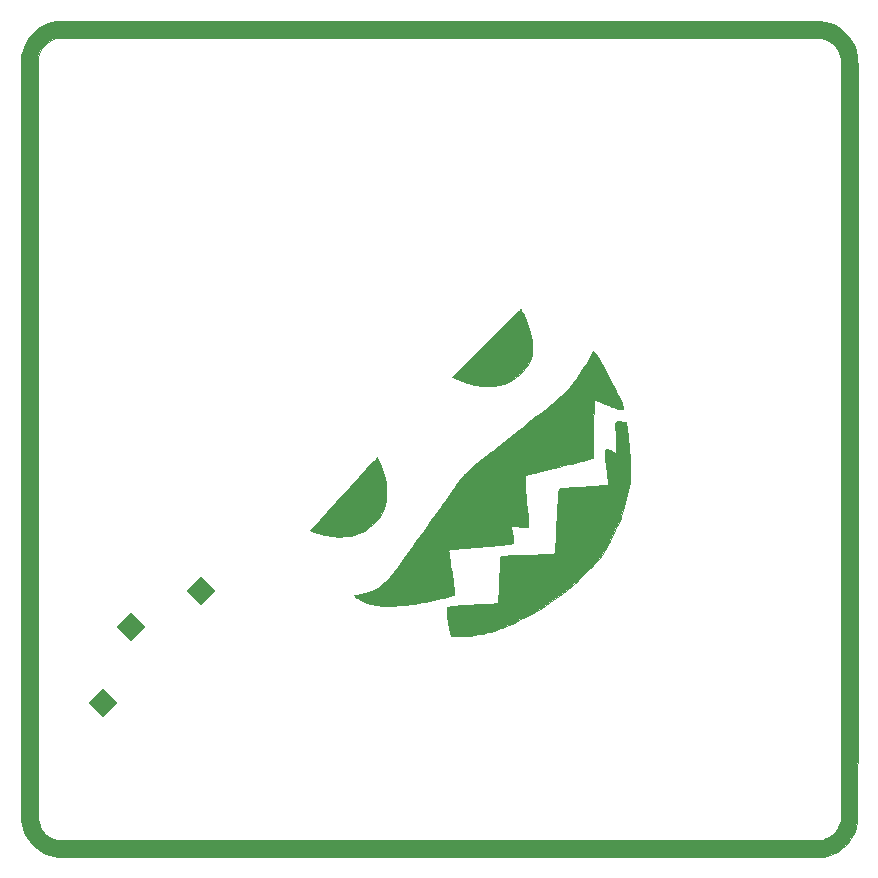
<source format=gbr>
%TF.GenerationSoftware,KiCad,Pcbnew,(6.0.0)*%
%TF.CreationDate,2022-10-29T10:39:51-07:00*%
%TF.ProjectId,tiny-osean,74696e79-2d6f-4736-9561-6e2e6b696361,rev?*%
%TF.SameCoordinates,Original*%
%TF.FileFunction,Soldermask,Bot*%
%TF.FilePolarity,Negative*%
%FSLAX46Y46*%
G04 Gerber Fmt 4.6, Leading zero omitted, Abs format (unit mm)*
G04 Created by KiCad (PCBNEW (6.0.0)) date 2022-10-29 10:39:51*
%MOMM*%
%LPD*%
G01*
G04 APERTURE LIST*
G04 Aperture macros list*
%AMRotRect*
0 Rectangle, with rotation*
0 The origin of the aperture is its center*
0 $1 length*
0 $2 width*
0 $3 Rotation angle, in degrees counterclockwise*
0 Add horizontal line*
21,1,$1,$2,0,0,$3*%
G04 Aperture macros list end*
%ADD10C,0.010000*%
%ADD11RotRect,1.700000X1.700000X45.000000*%
G04 APERTURE END LIST*
D10*
%TO.C,Ref\u002A\u002A*%
X164992877Y-63155387D02*
X166004246Y-63155437D01*
X166004246Y-63155437D02*
X166978394Y-63155517D01*
X166978394Y-63155517D02*
X167915688Y-63155629D01*
X167915688Y-63155629D02*
X168816492Y-63155772D01*
X168816492Y-63155772D02*
X169681171Y-63155947D01*
X169681171Y-63155947D02*
X170510092Y-63156154D01*
X170510092Y-63156154D02*
X171303619Y-63156393D01*
X171303619Y-63156393D02*
X172062117Y-63156664D01*
X172062117Y-63156664D02*
X172785951Y-63156967D01*
X172785951Y-63156967D02*
X173475487Y-63157303D01*
X173475487Y-63157303D02*
X174131091Y-63157672D01*
X174131091Y-63157672D02*
X174753126Y-63158074D01*
X174753126Y-63158074D02*
X175341959Y-63158509D01*
X175341959Y-63158509D02*
X175897955Y-63158977D01*
X175897955Y-63158977D02*
X176421479Y-63159479D01*
X176421479Y-63159479D02*
X176912895Y-63160015D01*
X176912895Y-63160015D02*
X177372571Y-63160584D01*
X177372571Y-63160584D02*
X177800870Y-63161187D01*
X177800870Y-63161187D02*
X178198157Y-63161825D01*
X178198157Y-63161825D02*
X178564799Y-63162497D01*
X178564799Y-63162497D02*
X178901161Y-63163203D01*
X178901161Y-63163203D02*
X179207606Y-63163944D01*
X179207606Y-63163944D02*
X179484502Y-63164720D01*
X179484502Y-63164720D02*
X179732213Y-63165532D01*
X179732213Y-63165532D02*
X179951103Y-63166378D01*
X179951103Y-63166378D02*
X180141540Y-63167260D01*
X180141540Y-63167260D02*
X180303887Y-63168178D01*
X180303887Y-63168178D02*
X180438510Y-63169131D01*
X180438510Y-63169131D02*
X180545774Y-63170121D01*
X180545774Y-63170121D02*
X180626045Y-63171146D01*
X180626045Y-63171146D02*
X180679687Y-63172208D01*
X180679687Y-63172208D02*
X180707067Y-63173307D01*
X180707067Y-63173307D02*
X180708628Y-63173444D01*
X180708628Y-63173444D02*
X181093415Y-63231278D01*
X181093415Y-63231278D02*
X181457670Y-63326023D01*
X181457670Y-63326023D02*
X181802501Y-63458201D01*
X181802501Y-63458201D02*
X182129014Y-63628338D01*
X182129014Y-63628338D02*
X182438315Y-63836958D01*
X182438315Y-63836958D02*
X182731512Y-64084584D01*
X182731512Y-64084584D02*
X182826951Y-64176980D01*
X182826951Y-64176980D02*
X183085009Y-64460354D01*
X183085009Y-64460354D02*
X183304102Y-64756058D01*
X183304102Y-64756058D02*
X183485404Y-65066700D01*
X183485404Y-65066700D02*
X183630089Y-65394887D01*
X183630089Y-65394887D02*
X183739329Y-65743226D01*
X183739329Y-65743226D02*
X183814299Y-66114325D01*
X183814299Y-66114325D02*
X183852358Y-66454997D01*
X183852358Y-66454997D02*
X183853453Y-66484988D01*
X183853453Y-66484988D02*
X183854511Y-66545089D01*
X183854511Y-66545089D02*
X183855533Y-66635589D01*
X183855533Y-66635589D02*
X183856517Y-66756779D01*
X183856517Y-66756779D02*
X183857465Y-66908948D01*
X183857465Y-66908948D02*
X183858377Y-67092386D01*
X183858377Y-67092386D02*
X183859252Y-67307383D01*
X183859252Y-67307383D02*
X183860092Y-67554228D01*
X183860092Y-67554228D02*
X183860895Y-67833213D01*
X183860895Y-67833213D02*
X183861662Y-68144625D01*
X183861662Y-68144625D02*
X183862394Y-68488756D01*
X183862394Y-68488756D02*
X183863090Y-68865894D01*
X183863090Y-68865894D02*
X183863750Y-69276331D01*
X183863750Y-69276331D02*
X183864375Y-69720355D01*
X183864375Y-69720355D02*
X183864966Y-70198257D01*
X183864966Y-70198257D02*
X183865521Y-70710326D01*
X183865521Y-70710326D02*
X183866041Y-71256852D01*
X183866041Y-71256852D02*
X183866526Y-71838125D01*
X183866526Y-71838125D02*
X183866977Y-72454435D01*
X183866977Y-72454435D02*
X183867393Y-73106071D01*
X183867393Y-73106071D02*
X183867775Y-73793324D01*
X183867775Y-73793324D02*
X183868123Y-74516483D01*
X183868123Y-74516483D02*
X183868436Y-75275838D01*
X183868436Y-75275838D02*
X183868716Y-76071679D01*
X183868716Y-76071679D02*
X183868962Y-76904296D01*
X183868962Y-76904296D02*
X183869174Y-77773978D01*
X183869174Y-77773978D02*
X183869353Y-78681016D01*
X183869353Y-78681016D02*
X183869498Y-79625698D01*
X183869498Y-79625698D02*
X183869610Y-80608316D01*
X183869610Y-80608316D02*
X183869689Y-81629159D01*
X183869689Y-81629159D02*
X183869735Y-82688516D01*
X183869735Y-82688516D02*
X183869748Y-83786678D01*
X183869748Y-83786678D02*
X183869728Y-84923934D01*
X183869728Y-84923934D02*
X183869676Y-86100574D01*
X183869676Y-86100574D02*
X183869592Y-87316889D01*
X183869592Y-87316889D02*
X183869475Y-88573167D01*
X183869475Y-88573167D02*
X183869326Y-89869698D01*
X183869326Y-89869698D02*
X183869145Y-91206773D01*
X183869145Y-91206773D02*
X183868932Y-92584681D01*
X183868932Y-92584681D02*
X183868687Y-94003713D01*
X183868687Y-94003713D02*
X183868411Y-95464157D01*
X183868411Y-95464157D02*
X183868103Y-96966304D01*
X183868103Y-96966304D02*
X183867764Y-98510443D01*
X183867764Y-98510443D02*
X183867701Y-98786283D01*
X183867701Y-98786283D02*
X183867377Y-100194742D01*
X183867377Y-100194742D02*
X183867058Y-101561496D01*
X183867058Y-101561496D02*
X183866744Y-102887172D01*
X183866744Y-102887172D02*
X183866433Y-104172400D01*
X183866433Y-104172400D02*
X183866126Y-105417807D01*
X183866126Y-105417807D02*
X183865820Y-106624022D01*
X183865820Y-106624022D02*
X183865516Y-107791671D01*
X183865516Y-107791671D02*
X183865212Y-108921385D01*
X183865212Y-108921385D02*
X183864908Y-110013790D01*
X183864908Y-110013790D02*
X183864602Y-111069514D01*
X183864602Y-111069514D02*
X183864295Y-112089187D01*
X183864295Y-112089187D02*
X183863984Y-113073436D01*
X183863984Y-113073436D02*
X183863670Y-114022888D01*
X183863670Y-114022888D02*
X183863350Y-114938173D01*
X183863350Y-114938173D02*
X183863026Y-115819919D01*
X183863026Y-115819919D02*
X183862695Y-116668753D01*
X183862695Y-116668753D02*
X183862357Y-117485303D01*
X183862357Y-117485303D02*
X183862010Y-118270199D01*
X183862010Y-118270199D02*
X183861655Y-119024067D01*
X183861655Y-119024067D02*
X183861290Y-119747536D01*
X183861290Y-119747536D02*
X183860915Y-120441235D01*
X183860915Y-120441235D02*
X183860528Y-121105790D01*
X183860528Y-121105790D02*
X183860129Y-121741832D01*
X183860129Y-121741832D02*
X183859717Y-122349986D01*
X183859717Y-122349986D02*
X183859291Y-122930882D01*
X183859291Y-122930882D02*
X183858850Y-123485148D01*
X183858850Y-123485148D02*
X183858393Y-124013412D01*
X183858393Y-124013412D02*
X183857920Y-124516302D01*
X183857920Y-124516302D02*
X183857430Y-124994446D01*
X183857430Y-124994446D02*
X183856921Y-125448472D01*
X183856921Y-125448472D02*
X183856393Y-125879009D01*
X183856393Y-125879009D02*
X183855846Y-126286684D01*
X183855846Y-126286684D02*
X183855278Y-126672126D01*
X183855278Y-126672126D02*
X183854688Y-127035962D01*
X183854688Y-127035962D02*
X183854076Y-127378821D01*
X183854076Y-127378821D02*
X183853440Y-127701332D01*
X183853440Y-127701332D02*
X183852781Y-128004121D01*
X183852781Y-128004121D02*
X183852097Y-128287818D01*
X183852097Y-128287818D02*
X183851386Y-128553050D01*
X183851386Y-128553050D02*
X183850650Y-128800445D01*
X183850650Y-128800445D02*
X183849885Y-129030632D01*
X183849885Y-129030632D02*
X183849093Y-129244239D01*
X183849093Y-129244239D02*
X183848271Y-129441894D01*
X183848271Y-129441894D02*
X183847420Y-129624225D01*
X183847420Y-129624225D02*
X183846537Y-129791859D01*
X183846537Y-129791859D02*
X183845623Y-129945426D01*
X183845623Y-129945426D02*
X183844676Y-130085554D01*
X183844676Y-130085554D02*
X183843696Y-130212870D01*
X183843696Y-130212870D02*
X183842682Y-130328002D01*
X183842682Y-130328002D02*
X183841632Y-130431579D01*
X183841632Y-130431579D02*
X183840547Y-130524229D01*
X183840547Y-130524229D02*
X183839425Y-130606580D01*
X183839425Y-130606580D02*
X183838265Y-130679260D01*
X183838265Y-130679260D02*
X183837067Y-130742898D01*
X183837067Y-130742898D02*
X183835830Y-130798120D01*
X183835830Y-130798120D02*
X183834552Y-130845556D01*
X183834552Y-130845556D02*
X183833234Y-130885834D01*
X183833234Y-130885834D02*
X183831874Y-130919581D01*
X183831874Y-130919581D02*
X183830471Y-130947426D01*
X183830471Y-130947426D02*
X183829024Y-130969998D01*
X183829024Y-130969998D02*
X183827534Y-130987923D01*
X183827534Y-130987923D02*
X183825998Y-131001830D01*
X183825998Y-131001830D02*
X183824416Y-131012348D01*
X183824416Y-131012348D02*
X183824383Y-131012533D01*
X183824383Y-131012533D02*
X183734337Y-131407986D01*
X183734337Y-131407986D02*
X183610029Y-131778750D01*
X183610029Y-131778750D02*
X183451175Y-132125389D01*
X183451175Y-132125389D02*
X183257490Y-132448467D01*
X183257490Y-132448467D02*
X183028688Y-132748548D01*
X183028688Y-132748548D02*
X182847195Y-132945510D01*
X182847195Y-132945510D02*
X182561648Y-133203495D01*
X182561648Y-133203495D02*
X182252402Y-133426454D01*
X182252402Y-133426454D02*
X181919795Y-133614208D01*
X181919795Y-133614208D02*
X181564168Y-133766576D01*
X181564168Y-133766576D02*
X181185861Y-133883378D01*
X181185861Y-133883378D02*
X180994378Y-133927153D01*
X180994378Y-133927153D02*
X180985112Y-133928759D01*
X180985112Y-133928759D02*
X180972882Y-133930317D01*
X180972882Y-133930317D02*
X180957063Y-133931829D01*
X180957063Y-133931829D02*
X180937028Y-133933296D01*
X180937028Y-133933296D02*
X180912150Y-133934717D01*
X180912150Y-133934717D02*
X180881804Y-133936095D01*
X180881804Y-133936095D02*
X180845363Y-133937429D01*
X180845363Y-133937429D02*
X180802201Y-133938721D01*
X180802201Y-133938721D02*
X180751692Y-133939971D01*
X180751692Y-133939971D02*
X180693210Y-133941179D01*
X180693210Y-133941179D02*
X180626128Y-133942348D01*
X180626128Y-133942348D02*
X180549821Y-133943477D01*
X180549821Y-133943477D02*
X180463661Y-133944567D01*
X180463661Y-133944567D02*
X180367024Y-133945619D01*
X180367024Y-133945619D02*
X180259281Y-133946634D01*
X180259281Y-133946634D02*
X180139808Y-133947612D01*
X180139808Y-133947612D02*
X180007979Y-133948554D01*
X180007979Y-133948554D02*
X179863166Y-133949462D01*
X179863166Y-133949462D02*
X179704743Y-133950335D01*
X179704743Y-133950335D02*
X179532085Y-133951175D01*
X179532085Y-133951175D02*
X179344566Y-133951982D01*
X179344566Y-133951982D02*
X179141558Y-133952758D01*
X179141558Y-133952758D02*
X178922436Y-133953502D01*
X178922436Y-133953502D02*
X178686574Y-133954215D01*
X178686574Y-133954215D02*
X178433344Y-133954899D01*
X178433344Y-133954899D02*
X178162122Y-133955554D01*
X178162122Y-133955554D02*
X177872281Y-133956181D01*
X177872281Y-133956181D02*
X177563195Y-133956780D01*
X177563195Y-133956780D02*
X177234236Y-133957353D01*
X177234236Y-133957353D02*
X176884781Y-133957900D01*
X176884781Y-133957900D02*
X176514201Y-133958421D01*
X176514201Y-133958421D02*
X176121870Y-133958919D01*
X176121870Y-133958919D02*
X175707164Y-133959392D01*
X175707164Y-133959392D02*
X175269454Y-133959843D01*
X175269454Y-133959843D02*
X174808116Y-133960272D01*
X174808116Y-133960272D02*
X174322522Y-133960680D01*
X174322522Y-133960680D02*
X173812048Y-133961066D01*
X173812048Y-133961066D02*
X173276065Y-133961434D01*
X173276065Y-133961434D02*
X172713949Y-133961782D01*
X172713949Y-133961782D02*
X172125073Y-133962111D01*
X172125073Y-133962111D02*
X171508810Y-133962423D01*
X171508810Y-133962423D02*
X170864535Y-133962719D01*
X170864535Y-133962719D02*
X170191621Y-133962998D01*
X170191621Y-133962998D02*
X169489442Y-133963262D01*
X169489442Y-133963262D02*
X168757373Y-133963512D01*
X168757373Y-133963512D02*
X167994785Y-133963748D01*
X167994785Y-133963748D02*
X167201055Y-133963971D01*
X167201055Y-133963971D02*
X166375554Y-133964181D01*
X166375554Y-133964181D02*
X165517657Y-133964380D01*
X165517657Y-133964380D02*
X164626738Y-133964569D01*
X164626738Y-133964569D02*
X163702171Y-133964747D01*
X163702171Y-133964747D02*
X162743328Y-133964917D01*
X162743328Y-133964917D02*
X161749585Y-133965077D01*
X161749585Y-133965077D02*
X160720315Y-133965231D01*
X160720315Y-133965231D02*
X159654891Y-133965377D01*
X159654891Y-133965377D02*
X158552688Y-133965517D01*
X158552688Y-133965517D02*
X157413079Y-133965652D01*
X157413079Y-133965652D02*
X156235438Y-133965782D01*
X156235438Y-133965782D02*
X155019138Y-133965908D01*
X155019138Y-133965908D02*
X153763554Y-133966031D01*
X153763554Y-133966031D02*
X152468060Y-133966152D01*
X152468060Y-133966152D02*
X151132028Y-133966271D01*
X151132028Y-133966271D02*
X149754833Y-133966389D01*
X149754833Y-133966389D02*
X148524712Y-133966491D01*
X148524712Y-133966491D02*
X147355171Y-133966583D01*
X147355171Y-133966583D02*
X146195672Y-133966663D01*
X146195672Y-133966663D02*
X145046945Y-133966733D01*
X145046945Y-133966733D02*
X143909715Y-133966791D01*
X143909715Y-133966791D02*
X142784712Y-133966840D01*
X142784712Y-133966840D02*
X141672663Y-133966878D01*
X141672663Y-133966878D02*
X140574295Y-133966905D01*
X140574295Y-133966905D02*
X139490337Y-133966922D01*
X139490337Y-133966922D02*
X138421516Y-133966929D01*
X138421516Y-133966929D02*
X137368560Y-133966926D01*
X137368560Y-133966926D02*
X136332196Y-133966914D01*
X136332196Y-133966914D02*
X135313153Y-133966891D01*
X135313153Y-133966891D02*
X134312159Y-133966859D01*
X134312159Y-133966859D02*
X133329940Y-133966817D01*
X133329940Y-133966817D02*
X132367225Y-133966766D01*
X132367225Y-133966766D02*
X131424741Y-133966705D01*
X131424741Y-133966705D02*
X130503217Y-133966636D01*
X130503217Y-133966636D02*
X129603380Y-133966557D01*
X129603380Y-133966557D02*
X128725958Y-133966469D01*
X128725958Y-133966469D02*
X127871678Y-133966373D01*
X127871678Y-133966373D02*
X127041269Y-133966267D01*
X127041269Y-133966267D02*
X126235458Y-133966153D01*
X126235458Y-133966153D02*
X125454973Y-133966031D01*
X125454973Y-133966031D02*
X124700541Y-133965900D01*
X124700541Y-133965900D02*
X123972891Y-133965761D01*
X123972891Y-133965761D02*
X123272750Y-133965614D01*
X123272750Y-133965614D02*
X122600846Y-133965459D01*
X122600846Y-133965459D02*
X121957907Y-133965296D01*
X121957907Y-133965296D02*
X121344661Y-133965125D01*
X121344661Y-133965125D02*
X120761834Y-133964947D01*
X120761834Y-133964947D02*
X120210156Y-133964760D01*
X120210156Y-133964760D02*
X119690353Y-133964567D01*
X119690353Y-133964567D02*
X119203154Y-133964366D01*
X119203154Y-133964366D02*
X118749287Y-133964158D01*
X118749287Y-133964158D02*
X118329478Y-133963943D01*
X118329478Y-133963943D02*
X117944457Y-133963720D01*
X117944457Y-133963720D02*
X117594950Y-133963491D01*
X117594950Y-133963491D02*
X117281685Y-133963256D01*
X117281685Y-133963256D02*
X117005391Y-133963013D01*
X117005391Y-133963013D02*
X116766795Y-133962764D01*
X116766795Y-133962764D02*
X116566624Y-133962509D01*
X116566624Y-133962509D02*
X116405607Y-133962247D01*
X116405607Y-133962247D02*
X116284471Y-133961980D01*
X116284471Y-133961980D02*
X116203944Y-133961706D01*
X116203944Y-133961706D02*
X116164754Y-133961426D01*
X116164754Y-133961426D02*
X116160878Y-133961321D01*
X116160878Y-133961321D02*
X115802550Y-133903103D01*
X115802550Y-133903103D02*
X115449018Y-133806079D01*
X115449018Y-133806079D02*
X115105410Y-133672833D01*
X115105410Y-133672833D02*
X114776855Y-133505949D01*
X114776855Y-133505949D02*
X114468482Y-133308011D01*
X114468482Y-133308011D02*
X114185421Y-133081602D01*
X114185421Y-133081602D02*
X113948515Y-132846796D01*
X113948515Y-132846796D02*
X113703953Y-132546211D01*
X113703953Y-132546211D02*
X113496870Y-132225997D01*
X113496870Y-132225997D02*
X113327398Y-131886454D01*
X113327398Y-131886454D02*
X113195670Y-131527885D01*
X113195670Y-131527885D02*
X113101817Y-131150590D01*
X113101817Y-131150590D02*
X113049343Y-130790283D01*
X113049343Y-130790283D02*
X113048242Y-130765732D01*
X113048242Y-130765732D02*
X113047177Y-130714337D01*
X113047177Y-130714337D02*
X113046149Y-130635742D01*
X113046149Y-130635742D02*
X113045158Y-130529595D01*
X113045158Y-130529595D02*
X113044202Y-130395541D01*
X113044202Y-130395541D02*
X113043282Y-130233227D01*
X113043282Y-130233227D02*
X113042398Y-130042299D01*
X113042398Y-130042299D02*
X113041550Y-129822405D01*
X113041550Y-129822405D02*
X113040737Y-129573189D01*
X113040737Y-129573189D02*
X113039959Y-129294299D01*
X113039959Y-129294299D02*
X113039216Y-128985381D01*
X113039216Y-128985381D02*
X113038508Y-128646081D01*
X113038508Y-128646081D02*
X113037835Y-128276046D01*
X113037835Y-128276046D02*
X113037197Y-127874922D01*
X113037197Y-127874922D02*
X113036592Y-127442355D01*
X113036592Y-127442355D02*
X113036022Y-126977992D01*
X113036022Y-126977992D02*
X113035486Y-126481479D01*
X113035486Y-126481479D02*
X113034984Y-125952463D01*
X113034984Y-125952463D02*
X113034515Y-125390590D01*
X113034515Y-125390590D02*
X113034080Y-124795506D01*
X113034080Y-124795506D02*
X113033679Y-124166858D01*
X113033679Y-124166858D02*
X113033310Y-123504292D01*
X113033310Y-123504292D02*
X113032974Y-122807454D01*
X113032974Y-122807454D02*
X113032672Y-122075992D01*
X113032672Y-122075992D02*
X113032402Y-121309550D01*
X113032402Y-121309550D02*
X113032164Y-120507776D01*
X113032164Y-120507776D02*
X113031958Y-119670316D01*
X113031958Y-119670316D02*
X113031785Y-118796817D01*
X113031785Y-118796817D02*
X113031644Y-117886924D01*
X113031644Y-117886924D02*
X113031534Y-116940284D01*
X113031534Y-116940284D02*
X113031456Y-115956544D01*
X113031456Y-115956544D02*
X113031410Y-114935350D01*
X113031410Y-114935350D02*
X113031394Y-113876347D01*
X113031394Y-113876347D02*
X113031410Y-112779184D01*
X113031410Y-112779184D02*
X113031457Y-111643506D01*
X113031457Y-111643506D02*
X113031534Y-110468959D01*
X113031534Y-110468959D02*
X113031642Y-109255190D01*
X113031642Y-109255190D02*
X113031780Y-108001845D01*
X113031780Y-108001845D02*
X113031949Y-106708570D01*
X113031949Y-106708570D02*
X113032147Y-105375013D01*
X113032147Y-105375013D02*
X113032376Y-104000819D01*
X113032376Y-104000819D02*
X113032634Y-102585634D01*
X113032634Y-102585634D02*
X113032922Y-101129106D01*
X113032922Y-101129106D02*
X113033239Y-99630880D01*
X113033239Y-99630880D02*
X113033513Y-98405283D01*
X113033513Y-98405283D02*
X113033816Y-97084749D01*
X113033816Y-97084749D02*
X114445164Y-97084749D01*
X114445164Y-97084749D02*
X114445175Y-98097000D01*
X114445175Y-98097000D02*
X114445207Y-99109670D01*
X114445207Y-99109670D02*
X114445261Y-100121867D01*
X114445261Y-100121867D02*
X114445335Y-101132701D01*
X114445335Y-101132701D02*
X114445429Y-102141279D01*
X114445429Y-102141279D02*
X114445545Y-103146710D01*
X114445545Y-103146710D02*
X114445681Y-104148102D01*
X114445681Y-104148102D02*
X114445838Y-105144562D01*
X114445838Y-105144562D02*
X114446016Y-106135200D01*
X114446016Y-106135200D02*
X114446215Y-107119123D01*
X114446215Y-107119123D02*
X114446434Y-108095440D01*
X114446434Y-108095440D02*
X114446674Y-109063259D01*
X114446674Y-109063259D02*
X114446935Y-110021687D01*
X114446935Y-110021687D02*
X114447216Y-110969834D01*
X114447216Y-110969834D02*
X114447517Y-111906808D01*
X114447517Y-111906808D02*
X114447839Y-112831716D01*
X114447839Y-112831716D02*
X114448182Y-113743668D01*
X114448182Y-113743668D02*
X114448545Y-114641770D01*
X114448545Y-114641770D02*
X114448929Y-115525132D01*
X114448929Y-115525132D02*
X114449333Y-116392861D01*
X114449333Y-116392861D02*
X114449757Y-117244067D01*
X114449757Y-117244067D02*
X114450202Y-118077856D01*
X114450202Y-118077856D02*
X114450667Y-118893338D01*
X114450667Y-118893338D02*
X114451153Y-119689620D01*
X114451153Y-119689620D02*
X114451659Y-120465811D01*
X114451659Y-120465811D02*
X114452185Y-121221019D01*
X114452185Y-121221019D02*
X114452731Y-121954352D01*
X114452731Y-121954352D02*
X114453297Y-122664918D01*
X114453297Y-122664918D02*
X114453884Y-123351826D01*
X114453884Y-123351826D02*
X114454491Y-124014184D01*
X114454491Y-124014184D02*
X114455117Y-124651100D01*
X114455117Y-124651100D02*
X114455764Y-125261682D01*
X114455764Y-125261682D02*
X114456431Y-125845039D01*
X114456431Y-125845039D02*
X114457118Y-126400278D01*
X114457118Y-126400278D02*
X114457825Y-126926509D01*
X114457825Y-126926509D02*
X114458552Y-127422838D01*
X114458552Y-127422838D02*
X114459299Y-127888375D01*
X114459299Y-127888375D02*
X114460066Y-128322227D01*
X114460066Y-128322227D02*
X114460853Y-128723504D01*
X114460853Y-128723504D02*
X114461660Y-129091312D01*
X114461660Y-129091312D02*
X114462486Y-129424760D01*
X114462486Y-129424760D02*
X114463332Y-129722957D01*
X114463332Y-129722957D02*
X114464199Y-129985011D01*
X114464199Y-129985011D02*
X114465084Y-130210029D01*
X114465084Y-130210029D02*
X114465990Y-130397121D01*
X114465990Y-130397121D02*
X114466915Y-130545394D01*
X114466915Y-130545394D02*
X114467860Y-130653957D01*
X114467860Y-130653957D02*
X114468825Y-130721917D01*
X114468825Y-130721917D02*
X114469745Y-130747949D01*
X114469745Y-130747949D02*
X114525110Y-131032830D01*
X114525110Y-131032830D02*
X114618182Y-131302577D01*
X114618182Y-131302577D02*
X114746128Y-131554186D01*
X114746128Y-131554186D02*
X114906115Y-131784653D01*
X114906115Y-131784653D02*
X115095309Y-131990973D01*
X115095309Y-131990973D02*
X115310878Y-132170143D01*
X115310878Y-132170143D02*
X115549989Y-132319158D01*
X115549989Y-132319158D02*
X115809808Y-132435015D01*
X115809808Y-132435015D02*
X116087503Y-132514709D01*
X116087503Y-132514709D02*
X116146941Y-132526408D01*
X116146941Y-132526408D02*
X116159902Y-132527644D01*
X116159902Y-132527644D02*
X116185352Y-132528842D01*
X116185352Y-132528842D02*
X116223854Y-132530003D01*
X116223854Y-132530003D02*
X116275975Y-132531129D01*
X116275975Y-132531129D02*
X116342279Y-132532218D01*
X116342279Y-132532218D02*
X116423330Y-132533273D01*
X116423330Y-132533273D02*
X116519692Y-132534292D01*
X116519692Y-132534292D02*
X116631931Y-132535276D01*
X116631931Y-132535276D02*
X116760612Y-132536227D01*
X116760612Y-132536227D02*
X116906298Y-132537144D01*
X116906298Y-132537144D02*
X117069554Y-132538027D01*
X117069554Y-132538027D02*
X117250945Y-132538878D01*
X117250945Y-132538878D02*
X117451036Y-132539696D01*
X117451036Y-132539696D02*
X117670392Y-132540482D01*
X117670392Y-132540482D02*
X117909575Y-132541237D01*
X117909575Y-132541237D02*
X118169153Y-132541960D01*
X118169153Y-132541960D02*
X118449688Y-132542653D01*
X118449688Y-132542653D02*
X118751746Y-132543315D01*
X118751746Y-132543315D02*
X119075892Y-132543948D01*
X119075892Y-132543948D02*
X119422689Y-132544551D01*
X119422689Y-132544551D02*
X119792703Y-132545124D01*
X119792703Y-132545124D02*
X120186498Y-132545670D01*
X120186498Y-132545670D02*
X120604639Y-132546187D01*
X120604639Y-132546187D02*
X121047690Y-132546676D01*
X121047690Y-132546676D02*
X121516216Y-132547137D01*
X121516216Y-132547137D02*
X122010782Y-132547572D01*
X122010782Y-132547572D02*
X122531951Y-132547980D01*
X122531951Y-132547980D02*
X123080290Y-132548362D01*
X123080290Y-132548362D02*
X123656363Y-132548719D01*
X123656363Y-132548719D02*
X124260733Y-132549050D01*
X124260733Y-132549050D02*
X124893966Y-132549356D01*
X124893966Y-132549356D02*
X125556626Y-132549637D01*
X125556626Y-132549637D02*
X126249279Y-132549895D01*
X126249279Y-132549895D02*
X126972487Y-132550129D01*
X126972487Y-132550129D02*
X127726817Y-132550340D01*
X127726817Y-132550340D02*
X128512833Y-132550528D01*
X128512833Y-132550528D02*
X129331100Y-132550694D01*
X129331100Y-132550694D02*
X130182181Y-132550838D01*
X130182181Y-132550838D02*
X131066642Y-132550960D01*
X131066642Y-132550960D02*
X131985047Y-132551061D01*
X131985047Y-132551061D02*
X132937961Y-132551142D01*
X132937961Y-132551142D02*
X133925948Y-132551202D01*
X133925948Y-132551202D02*
X134949574Y-132551242D01*
X134949574Y-132551242D02*
X136009402Y-132551264D01*
X136009402Y-132551264D02*
X137105998Y-132551266D01*
X137105998Y-132551266D02*
X138239926Y-132551249D01*
X138239926Y-132551249D02*
X139411750Y-132551215D01*
X139411750Y-132551215D02*
X140622035Y-132551162D01*
X140622035Y-132551162D02*
X141871347Y-132551093D01*
X141871347Y-132551093D02*
X143160248Y-132551006D01*
X143160248Y-132551006D02*
X144489305Y-132550903D01*
X144489305Y-132550903D02*
X145859081Y-132550784D01*
X145859081Y-132550784D02*
X147270142Y-132550649D01*
X147270142Y-132550649D02*
X148514128Y-132550522D01*
X148514128Y-132550522D02*
X180729795Y-132547116D01*
X180729795Y-132547116D02*
X180899128Y-132497914D01*
X180899128Y-132497914D02*
X181188986Y-132392934D01*
X181188986Y-132392934D02*
X181454348Y-132253668D01*
X181454348Y-132253668D02*
X181694645Y-132080447D01*
X181694645Y-132080447D02*
X181841199Y-131945701D01*
X181841199Y-131945701D02*
X182025184Y-131734877D01*
X182025184Y-131734877D02*
X182175630Y-131506379D01*
X182175630Y-131506379D02*
X182296497Y-131253523D01*
X182296497Y-131253523D02*
X182363963Y-131063779D01*
X182363963Y-131063779D02*
X182423128Y-130874949D01*
X182423128Y-130874949D02*
X182423128Y-66274283D01*
X182423128Y-66274283D02*
X182374222Y-66105333D01*
X182374222Y-66105333D02*
X182269761Y-65816075D01*
X182269761Y-65816075D02*
X182131949Y-65552304D01*
X182131949Y-65552304D02*
X181962299Y-65315499D01*
X181962299Y-65315499D02*
X181762325Y-65107137D01*
X181762325Y-65107137D02*
X181533541Y-64928696D01*
X181533541Y-64928696D02*
X181277462Y-64781654D01*
X181277462Y-64781654D02*
X180995601Y-64667489D01*
X180995601Y-64667489D02*
X180859599Y-64626926D01*
X180859599Y-64626926D02*
X180687462Y-64580949D01*
X180687462Y-64580949D02*
X116213795Y-64580949D01*
X116213795Y-64580949D02*
X116025898Y-64628816D01*
X116025898Y-64628816D02*
X115751140Y-64719714D01*
X115751140Y-64719714D02*
X115491857Y-64847042D01*
X115491857Y-64847042D02*
X115252886Y-65007416D01*
X115252886Y-65007416D02*
X115039066Y-65197453D01*
X115039066Y-65197453D02*
X114855234Y-65413769D01*
X114855234Y-65413769D02*
X114808682Y-65480246D01*
X114808682Y-65480246D02*
X114666828Y-65722841D01*
X114666828Y-65722841D02*
X114562757Y-65972715D01*
X114562757Y-65972715D02*
X114493064Y-66239044D01*
X114493064Y-66239044D02*
X114467742Y-66399126D01*
X114467742Y-66399126D02*
X114466761Y-66428057D01*
X114466761Y-66428057D02*
X114465802Y-66498430D01*
X114465802Y-66498430D02*
X114464865Y-66609353D01*
X114464865Y-66609353D02*
X114463950Y-66759934D01*
X114463950Y-66759934D02*
X114463058Y-66949280D01*
X114463058Y-66949280D02*
X114462188Y-67176502D01*
X114462188Y-67176502D02*
X114461339Y-67440706D01*
X114461339Y-67440706D02*
X114460513Y-67741000D01*
X114460513Y-67741000D02*
X114459709Y-68076494D01*
X114459709Y-68076494D02*
X114458926Y-68446296D01*
X114458926Y-68446296D02*
X114458166Y-68849512D01*
X114458166Y-68849512D02*
X114457427Y-69285253D01*
X114457427Y-69285253D02*
X114456711Y-69752625D01*
X114456711Y-69752625D02*
X114456016Y-70250738D01*
X114456016Y-70250738D02*
X114455343Y-70778699D01*
X114455343Y-70778699D02*
X114454692Y-71335617D01*
X114454692Y-71335617D02*
X114454063Y-71920599D01*
X114454063Y-71920599D02*
X114453455Y-72532755D01*
X114453455Y-72532755D02*
X114452869Y-73171192D01*
X114452869Y-73171192D02*
X114452305Y-73835018D01*
X114452305Y-73835018D02*
X114451763Y-74523342D01*
X114451763Y-74523342D02*
X114451242Y-75235272D01*
X114451242Y-75235272D02*
X114450743Y-75969916D01*
X114450743Y-75969916D02*
X114450265Y-76726383D01*
X114450265Y-76726383D02*
X114449809Y-77503780D01*
X114449809Y-77503780D02*
X114449375Y-78301216D01*
X114449375Y-78301216D02*
X114448962Y-79117799D01*
X114448962Y-79117799D02*
X114448570Y-79952638D01*
X114448570Y-79952638D02*
X114448200Y-80804839D01*
X114448200Y-80804839D02*
X114447852Y-81673513D01*
X114447852Y-81673513D02*
X114447524Y-82557766D01*
X114447524Y-82557766D02*
X114447218Y-83456708D01*
X114447218Y-83456708D02*
X114446934Y-84369446D01*
X114446934Y-84369446D02*
X114446671Y-85295089D01*
X114446671Y-85295089D02*
X114446429Y-86232744D01*
X114446429Y-86232744D02*
X114446208Y-87181520D01*
X114446208Y-87181520D02*
X114446009Y-88140526D01*
X114446009Y-88140526D02*
X114445830Y-89108869D01*
X114445830Y-89108869D02*
X114445673Y-90085658D01*
X114445673Y-90085658D02*
X114445537Y-91070001D01*
X114445537Y-91070001D02*
X114445422Y-92061006D01*
X114445422Y-92061006D02*
X114445329Y-93057781D01*
X114445329Y-93057781D02*
X114445256Y-94059435D01*
X114445256Y-94059435D02*
X114445204Y-95065075D01*
X114445204Y-95065075D02*
X114445174Y-96073811D01*
X114445174Y-96073811D02*
X114445164Y-97084749D01*
X114445164Y-97084749D02*
X113033816Y-97084749D01*
X113033816Y-97084749D02*
X113033838Y-96990550D01*
X113033838Y-96990550D02*
X113034160Y-95617529D01*
X113034160Y-95617529D02*
X113034478Y-94285600D01*
X113034478Y-94285600D02*
X113034794Y-92994140D01*
X113034794Y-92994140D02*
X113035107Y-91742529D01*
X113035107Y-91742529D02*
X113035420Y-90530145D01*
X113035420Y-90530145D02*
X113035732Y-89356368D01*
X113035732Y-89356368D02*
X113036045Y-88220576D01*
X113036045Y-88220576D02*
X113036360Y-87122148D01*
X113036360Y-87122148D02*
X113036676Y-86060463D01*
X113036676Y-86060463D02*
X113036996Y-85034900D01*
X113036996Y-85034900D02*
X113037319Y-84044837D01*
X113037319Y-84044837D02*
X113037646Y-83089654D01*
X113037646Y-83089654D02*
X113037979Y-82168729D01*
X113037979Y-82168729D02*
X113038318Y-81281441D01*
X113038318Y-81281441D02*
X113038664Y-80427169D01*
X113038664Y-80427169D02*
X113039018Y-79605291D01*
X113039018Y-79605291D02*
X113039380Y-78815188D01*
X113039380Y-78815188D02*
X113039751Y-78056236D01*
X113039751Y-78056236D02*
X113040133Y-77327816D01*
X113040133Y-77327816D02*
X113040525Y-76629306D01*
X113040525Y-76629306D02*
X113040929Y-75960085D01*
X113040929Y-75960085D02*
X113041345Y-75319532D01*
X113041345Y-75319532D02*
X113041774Y-74707025D01*
X113041774Y-74707025D02*
X113042218Y-74121944D01*
X113042218Y-74121944D02*
X113042676Y-73563667D01*
X113042676Y-73563667D02*
X113043150Y-73031573D01*
X113043150Y-73031573D02*
X113043640Y-72525041D01*
X113043640Y-72525041D02*
X113044148Y-72043450D01*
X113044148Y-72043450D02*
X113044673Y-71586179D01*
X113044673Y-71586179D02*
X113045217Y-71152606D01*
X113045217Y-71152606D02*
X113045781Y-70742110D01*
X113045781Y-70742110D02*
X113046365Y-70354071D01*
X113046365Y-70354071D02*
X113046970Y-69987867D01*
X113046970Y-69987867D02*
X113047597Y-69642876D01*
X113047597Y-69642876D02*
X113048247Y-69318478D01*
X113048247Y-69318478D02*
X113048920Y-69014052D01*
X113048920Y-69014052D02*
X113049618Y-68728976D01*
X113049618Y-68728976D02*
X113050340Y-68462629D01*
X113050340Y-68462629D02*
X113051089Y-68214390D01*
X113051089Y-68214390D02*
X113051864Y-67983638D01*
X113051864Y-67983638D02*
X113052667Y-67769752D01*
X113052667Y-67769752D02*
X113053498Y-67572110D01*
X113053498Y-67572110D02*
X113054358Y-67390092D01*
X113054358Y-67390092D02*
X113055247Y-67223076D01*
X113055247Y-67223076D02*
X113056168Y-67070441D01*
X113056168Y-67070441D02*
X113057120Y-66931566D01*
X113057120Y-66931566D02*
X113058104Y-66805830D01*
X113058104Y-66805830D02*
X113059121Y-66692611D01*
X113059121Y-66692611D02*
X113060172Y-66591289D01*
X113060172Y-66591289D02*
X113061257Y-66501242D01*
X113061257Y-66501242D02*
X113062378Y-66421849D01*
X113062378Y-66421849D02*
X113063535Y-66352489D01*
X113063535Y-66352489D02*
X113064729Y-66292540D01*
X113064729Y-66292540D02*
X113065961Y-66241383D01*
X113065961Y-66241383D02*
X113067231Y-66198394D01*
X113067231Y-66198394D02*
X113068540Y-66162954D01*
X113068540Y-66162954D02*
X113069890Y-66134441D01*
X113069890Y-66134441D02*
X113071281Y-66112235D01*
X113071281Y-66112235D02*
X113072713Y-66095713D01*
X113072713Y-66095713D02*
X113074188Y-66084254D01*
X113074188Y-66084254D02*
X113074696Y-66081416D01*
X113074696Y-66081416D02*
X113165293Y-65701295D01*
X113165293Y-65701295D02*
X113282056Y-65351950D01*
X113282056Y-65351950D02*
X113427066Y-65029345D01*
X113427066Y-65029345D02*
X113602403Y-64729443D01*
X113602403Y-64729443D02*
X113810145Y-64448209D01*
X113810145Y-64448209D02*
X114052374Y-64181605D01*
X114052374Y-64181605D02*
X114054998Y-64178980D01*
X114054998Y-64178980D02*
X114335471Y-63925555D01*
X114335471Y-63925555D02*
X114634732Y-63708143D01*
X114634732Y-63708143D02*
X114955033Y-63525571D01*
X114955033Y-63525571D02*
X115298625Y-63376666D01*
X115298625Y-63376666D02*
X115667762Y-63260255D01*
X115667762Y-63260255D02*
X115937019Y-63198563D01*
X115937019Y-63198563D02*
X115946917Y-63197079D01*
X115946917Y-63197079D02*
X115961762Y-63195638D01*
X115961762Y-63195638D02*
X115982175Y-63194239D01*
X115982175Y-63194239D02*
X116008776Y-63192880D01*
X116008776Y-63192880D02*
X116042186Y-63191562D01*
X116042186Y-63191562D02*
X116083025Y-63190284D01*
X116083025Y-63190284D02*
X116131914Y-63189043D01*
X116131914Y-63189043D02*
X116189472Y-63187841D01*
X116189472Y-63187841D02*
X116256321Y-63186676D01*
X116256321Y-63186676D02*
X116333080Y-63185547D01*
X116333080Y-63185547D02*
X116420371Y-63184453D01*
X116420371Y-63184453D02*
X116518814Y-63183394D01*
X116518814Y-63183394D02*
X116629028Y-63182369D01*
X116629028Y-63182369D02*
X116751636Y-63181378D01*
X116751636Y-63181378D02*
X116887256Y-63180418D01*
X116887256Y-63180418D02*
X117036510Y-63179490D01*
X117036510Y-63179490D02*
X117200017Y-63178593D01*
X117200017Y-63178593D02*
X117378400Y-63177725D01*
X117378400Y-63177725D02*
X117572277Y-63176887D01*
X117572277Y-63176887D02*
X117782269Y-63176077D01*
X117782269Y-63176077D02*
X118008997Y-63175295D01*
X118008997Y-63175295D02*
X118253081Y-63174539D01*
X118253081Y-63174539D02*
X118515142Y-63173810D01*
X118515142Y-63173810D02*
X118795799Y-63173106D01*
X118795799Y-63173106D02*
X119095675Y-63172426D01*
X119095675Y-63172426D02*
X119415388Y-63171770D01*
X119415388Y-63171770D02*
X119755559Y-63171136D01*
X119755559Y-63171136D02*
X120116810Y-63170525D01*
X120116810Y-63170525D02*
X120499759Y-63169935D01*
X120499759Y-63169935D02*
X120905028Y-63169366D01*
X120905028Y-63169366D02*
X121333238Y-63168816D01*
X121333238Y-63168816D02*
X121785008Y-63168285D01*
X121785008Y-63168285D02*
X122260959Y-63167773D01*
X122260959Y-63167773D02*
X122761712Y-63167277D01*
X122761712Y-63167277D02*
X123287886Y-63166799D01*
X123287886Y-63166799D02*
X123840103Y-63166336D01*
X123840103Y-63166336D02*
X124418982Y-63165888D01*
X124418982Y-63165888D02*
X125025145Y-63165454D01*
X125025145Y-63165454D02*
X125659212Y-63165033D01*
X125659212Y-63165033D02*
X126321803Y-63164626D01*
X126321803Y-63164626D02*
X127013538Y-63164230D01*
X127013538Y-63164230D02*
X127735038Y-63163845D01*
X127735038Y-63163845D02*
X128486924Y-63163470D01*
X128486924Y-63163470D02*
X129269816Y-63163105D01*
X129269816Y-63163105D02*
X130084334Y-63162749D01*
X130084334Y-63162749D02*
X130931099Y-63162400D01*
X130931099Y-63162400D02*
X131810731Y-63162059D01*
X131810731Y-63162059D02*
X132723851Y-63161724D01*
X132723851Y-63161724D02*
X133671079Y-63161394D01*
X133671079Y-63161394D02*
X134653036Y-63161069D01*
X134653036Y-63161069D02*
X135670341Y-63160748D01*
X135670341Y-63160748D02*
X136723616Y-63160431D01*
X136723616Y-63160431D02*
X137813481Y-63160115D01*
X137813481Y-63160115D02*
X138940557Y-63159802D01*
X138940557Y-63159802D02*
X140105463Y-63159489D01*
X140105463Y-63159489D02*
X141308820Y-63159176D01*
X141308820Y-63159176D02*
X142551249Y-63158862D01*
X142551249Y-63158862D02*
X143833370Y-63158547D01*
X143833370Y-63158547D02*
X145155804Y-63158230D01*
X145155804Y-63158230D02*
X146519171Y-63157909D01*
X146519171Y-63157909D02*
X147924091Y-63157584D01*
X147924091Y-63157584D02*
X148291878Y-63157500D01*
X148291878Y-63157500D02*
X149820344Y-63157161D01*
X149820344Y-63157161D02*
X151306841Y-63156850D01*
X151306841Y-63156850D02*
X152751736Y-63156569D01*
X152751736Y-63156569D02*
X154155393Y-63156316D01*
X154155393Y-63156316D02*
X155518178Y-63156093D01*
X155518178Y-63156093D02*
X156840455Y-63155900D01*
X156840455Y-63155900D02*
X158122591Y-63155736D01*
X158122591Y-63155736D02*
X159364950Y-63155602D01*
X159364950Y-63155602D02*
X160567897Y-63155498D01*
X160567897Y-63155498D02*
X161731799Y-63155425D01*
X161731799Y-63155425D02*
X162857019Y-63155382D01*
X162857019Y-63155382D02*
X163943923Y-63155369D01*
X163943923Y-63155369D02*
X164992877Y-63155387D01*
X164992877Y-63155387D02*
X164992877Y-63155387D01*
G36*
X113034160Y-95617529D02*
G01*
X113034478Y-94285600D01*
X113034794Y-92994140D01*
X113035107Y-91742529D01*
X113035420Y-90530145D01*
X113035732Y-89356368D01*
X113036045Y-88220576D01*
X113036360Y-87122148D01*
X113036676Y-86060463D01*
X113036996Y-85034900D01*
X113037319Y-84044837D01*
X113037646Y-83089654D01*
X113037979Y-82168729D01*
X113038318Y-81281441D01*
X113038664Y-80427169D01*
X113039018Y-79605291D01*
X113039380Y-78815188D01*
X113039751Y-78056236D01*
X113040133Y-77327816D01*
X113040525Y-76629306D01*
X113040929Y-75960085D01*
X113041345Y-75319532D01*
X113041774Y-74707025D01*
X113042218Y-74121944D01*
X113042676Y-73563667D01*
X113043150Y-73031573D01*
X113043640Y-72525041D01*
X113044148Y-72043450D01*
X113044673Y-71586179D01*
X113045217Y-71152606D01*
X113045781Y-70742110D01*
X113046365Y-70354071D01*
X113046970Y-69987867D01*
X113047597Y-69642876D01*
X113048247Y-69318478D01*
X113048920Y-69014052D01*
X113049618Y-68728976D01*
X113050340Y-68462629D01*
X113051089Y-68214390D01*
X113051864Y-67983638D01*
X113052667Y-67769752D01*
X113053498Y-67572110D01*
X113054358Y-67390092D01*
X113055247Y-67223076D01*
X113056168Y-67070441D01*
X113057120Y-66931566D01*
X113058104Y-66805830D01*
X113059121Y-66692611D01*
X113060172Y-66591289D01*
X113061257Y-66501242D01*
X113062378Y-66421849D01*
X113063535Y-66352489D01*
X113064729Y-66292540D01*
X113065961Y-66241383D01*
X113067231Y-66198394D01*
X113068540Y-66162954D01*
X113069890Y-66134441D01*
X113071281Y-66112235D01*
X113072713Y-66095713D01*
X113074188Y-66084254D01*
X113074696Y-66081416D01*
X113165293Y-65701295D01*
X113282056Y-65351950D01*
X113427066Y-65029345D01*
X113602403Y-64729443D01*
X113810145Y-64448209D01*
X114052374Y-64181605D01*
X114054998Y-64178980D01*
X114335471Y-63925555D01*
X114634732Y-63708143D01*
X114955033Y-63525571D01*
X115298625Y-63376666D01*
X115667762Y-63260255D01*
X115937019Y-63198563D01*
X115946917Y-63197079D01*
X115961762Y-63195638D01*
X115982175Y-63194239D01*
X116008776Y-63192880D01*
X116042186Y-63191562D01*
X116083025Y-63190284D01*
X116131914Y-63189043D01*
X116189472Y-63187841D01*
X116256321Y-63186676D01*
X116333080Y-63185547D01*
X116420371Y-63184453D01*
X116518814Y-63183394D01*
X116629028Y-63182369D01*
X116751636Y-63181378D01*
X116887256Y-63180418D01*
X117036510Y-63179490D01*
X117200017Y-63178593D01*
X117378400Y-63177725D01*
X117572277Y-63176887D01*
X117782269Y-63176077D01*
X118008997Y-63175295D01*
X118253081Y-63174539D01*
X118515142Y-63173810D01*
X118795799Y-63173106D01*
X119095675Y-63172426D01*
X119415388Y-63171770D01*
X119755559Y-63171136D01*
X120116810Y-63170525D01*
X120499759Y-63169935D01*
X120905028Y-63169366D01*
X121333238Y-63168816D01*
X121785008Y-63168285D01*
X122260959Y-63167773D01*
X122761712Y-63167277D01*
X123287886Y-63166799D01*
X123840103Y-63166336D01*
X124418982Y-63165888D01*
X125025145Y-63165454D01*
X125659212Y-63165033D01*
X126321803Y-63164626D01*
X127013538Y-63164230D01*
X127735038Y-63163845D01*
X128486924Y-63163470D01*
X129269816Y-63163105D01*
X130084334Y-63162749D01*
X130931099Y-63162400D01*
X131810731Y-63162059D01*
X132723851Y-63161724D01*
X133671079Y-63161394D01*
X134653036Y-63161069D01*
X135670341Y-63160748D01*
X136723616Y-63160431D01*
X137813481Y-63160115D01*
X138940557Y-63159802D01*
X140105463Y-63159489D01*
X141308820Y-63159176D01*
X142551249Y-63158862D01*
X143833370Y-63158547D01*
X145155804Y-63158230D01*
X146519171Y-63157909D01*
X147924091Y-63157584D01*
X148291878Y-63157500D01*
X149820344Y-63157161D01*
X151306841Y-63156850D01*
X152751736Y-63156569D01*
X154155393Y-63156316D01*
X155518178Y-63156093D01*
X156840455Y-63155900D01*
X158122591Y-63155736D01*
X159364950Y-63155602D01*
X160567897Y-63155498D01*
X161731799Y-63155425D01*
X162857019Y-63155382D01*
X163943923Y-63155369D01*
X164992877Y-63155387D01*
X166004246Y-63155437D01*
X166978394Y-63155517D01*
X167915688Y-63155629D01*
X168816492Y-63155772D01*
X169681171Y-63155947D01*
X170510092Y-63156154D01*
X171303619Y-63156393D01*
X172062117Y-63156664D01*
X172785951Y-63156967D01*
X173475487Y-63157303D01*
X174131091Y-63157672D01*
X174753126Y-63158074D01*
X175341959Y-63158509D01*
X175897955Y-63158977D01*
X176421479Y-63159479D01*
X176912895Y-63160015D01*
X177372571Y-63160584D01*
X177800870Y-63161187D01*
X178198157Y-63161825D01*
X178564799Y-63162497D01*
X178901161Y-63163203D01*
X179207606Y-63163944D01*
X179484502Y-63164720D01*
X179732213Y-63165532D01*
X179951103Y-63166378D01*
X180141540Y-63167260D01*
X180303887Y-63168178D01*
X180438510Y-63169131D01*
X180545774Y-63170121D01*
X180626045Y-63171146D01*
X180679687Y-63172208D01*
X180707067Y-63173307D01*
X180708628Y-63173444D01*
X181093415Y-63231278D01*
X181457670Y-63326023D01*
X181802501Y-63458201D01*
X182129014Y-63628338D01*
X182438315Y-63836958D01*
X182731512Y-64084584D01*
X182826951Y-64176980D01*
X183085009Y-64460354D01*
X183304102Y-64756058D01*
X183485404Y-65066700D01*
X183630089Y-65394887D01*
X183739329Y-65743226D01*
X183814299Y-66114325D01*
X183852358Y-66454997D01*
X183853453Y-66484988D01*
X183854511Y-66545089D01*
X183855533Y-66635589D01*
X183856517Y-66756779D01*
X183857465Y-66908948D01*
X183858377Y-67092386D01*
X183859252Y-67307383D01*
X183860092Y-67554228D01*
X183860895Y-67833213D01*
X183861662Y-68144625D01*
X183862394Y-68488756D01*
X183863090Y-68865894D01*
X183863750Y-69276331D01*
X183864375Y-69720355D01*
X183864966Y-70198257D01*
X183865521Y-70710326D01*
X183866041Y-71256852D01*
X183866526Y-71838125D01*
X183866977Y-72454435D01*
X183867393Y-73106071D01*
X183867775Y-73793324D01*
X183868123Y-74516483D01*
X183868436Y-75275838D01*
X183868716Y-76071679D01*
X183868962Y-76904296D01*
X183869174Y-77773978D01*
X183869353Y-78681016D01*
X183869498Y-79625698D01*
X183869610Y-80608316D01*
X183869689Y-81629159D01*
X183869735Y-82688516D01*
X183869748Y-83786678D01*
X183869728Y-84923934D01*
X183869676Y-86100574D01*
X183869592Y-87316889D01*
X183869475Y-88573167D01*
X183869326Y-89869698D01*
X183869145Y-91206773D01*
X183868932Y-92584681D01*
X183868687Y-94003713D01*
X183868411Y-95464157D01*
X183868103Y-96966304D01*
X183867764Y-98510443D01*
X183867701Y-98786283D01*
X183867377Y-100194742D01*
X183867058Y-101561496D01*
X183866744Y-102887172D01*
X183866433Y-104172400D01*
X183866126Y-105417807D01*
X183865820Y-106624022D01*
X183865516Y-107791671D01*
X183865212Y-108921385D01*
X183864908Y-110013790D01*
X183864602Y-111069514D01*
X183864295Y-112089187D01*
X183863984Y-113073436D01*
X183863670Y-114022888D01*
X183863350Y-114938173D01*
X183863026Y-115819919D01*
X183862695Y-116668753D01*
X183862357Y-117485303D01*
X183862010Y-118270199D01*
X183861655Y-119024067D01*
X183861290Y-119747536D01*
X183860915Y-120441235D01*
X183860528Y-121105790D01*
X183860129Y-121741832D01*
X183859717Y-122349986D01*
X183859291Y-122930882D01*
X183858850Y-123485148D01*
X183858393Y-124013412D01*
X183857920Y-124516302D01*
X183857430Y-124994446D01*
X183856921Y-125448472D01*
X183856393Y-125879009D01*
X183855846Y-126286684D01*
X183855278Y-126672126D01*
X183854688Y-127035962D01*
X183854076Y-127378821D01*
X183853440Y-127701332D01*
X183852781Y-128004121D01*
X183852097Y-128287818D01*
X183851386Y-128553050D01*
X183850650Y-128800445D01*
X183849885Y-129030632D01*
X183849093Y-129244239D01*
X183848271Y-129441894D01*
X183847420Y-129624225D01*
X183846537Y-129791859D01*
X183845623Y-129945426D01*
X183844676Y-130085554D01*
X183843696Y-130212870D01*
X183842682Y-130328002D01*
X183841632Y-130431579D01*
X183840547Y-130524229D01*
X183839425Y-130606580D01*
X183838265Y-130679260D01*
X183837067Y-130742898D01*
X183835830Y-130798120D01*
X183834552Y-130845556D01*
X183833234Y-130885834D01*
X183831874Y-130919581D01*
X183830471Y-130947426D01*
X183829024Y-130969998D01*
X183827534Y-130987923D01*
X183825998Y-131001830D01*
X183824416Y-131012348D01*
X183824383Y-131012533D01*
X183734337Y-131407986D01*
X183610029Y-131778750D01*
X183451175Y-132125389D01*
X183257490Y-132448467D01*
X183028688Y-132748548D01*
X182847195Y-132945510D01*
X182561648Y-133203495D01*
X182252402Y-133426454D01*
X181919795Y-133614208D01*
X181564168Y-133766576D01*
X181185861Y-133883378D01*
X180994378Y-133927153D01*
X180985112Y-133928759D01*
X180972882Y-133930317D01*
X180957063Y-133931829D01*
X180937028Y-133933296D01*
X180912150Y-133934717D01*
X180881804Y-133936095D01*
X180845363Y-133937429D01*
X180802201Y-133938721D01*
X180751692Y-133939971D01*
X180693210Y-133941179D01*
X180626128Y-133942348D01*
X180549821Y-133943477D01*
X180463661Y-133944567D01*
X180367024Y-133945619D01*
X180259281Y-133946634D01*
X180139808Y-133947612D01*
X180007979Y-133948554D01*
X179863166Y-133949462D01*
X179704743Y-133950335D01*
X179532085Y-133951175D01*
X179344566Y-133951982D01*
X179141558Y-133952758D01*
X178922436Y-133953502D01*
X178686574Y-133954215D01*
X178433344Y-133954899D01*
X178162122Y-133955554D01*
X177872281Y-133956181D01*
X177563195Y-133956780D01*
X177234236Y-133957353D01*
X176884781Y-133957900D01*
X176514201Y-133958421D01*
X176121870Y-133958919D01*
X175707164Y-133959392D01*
X175269454Y-133959843D01*
X174808116Y-133960272D01*
X174322522Y-133960680D01*
X173812048Y-133961066D01*
X173276065Y-133961434D01*
X172713949Y-133961782D01*
X172125073Y-133962111D01*
X171508810Y-133962423D01*
X170864535Y-133962719D01*
X170191621Y-133962998D01*
X169489442Y-133963262D01*
X168757373Y-133963512D01*
X167994785Y-133963748D01*
X167201055Y-133963971D01*
X166375554Y-133964181D01*
X165517657Y-133964380D01*
X164626738Y-133964569D01*
X163702171Y-133964747D01*
X162743328Y-133964917D01*
X161749585Y-133965077D01*
X160720315Y-133965231D01*
X159654891Y-133965377D01*
X158552688Y-133965517D01*
X157413079Y-133965652D01*
X156235438Y-133965782D01*
X155019138Y-133965908D01*
X153763554Y-133966031D01*
X152468060Y-133966152D01*
X151132028Y-133966271D01*
X149754833Y-133966389D01*
X148524712Y-133966491D01*
X147355171Y-133966583D01*
X146195672Y-133966663D01*
X145046945Y-133966733D01*
X143909715Y-133966791D01*
X142784712Y-133966840D01*
X141672663Y-133966878D01*
X140574295Y-133966905D01*
X139490337Y-133966922D01*
X138421516Y-133966929D01*
X137368560Y-133966926D01*
X136332196Y-133966914D01*
X135313153Y-133966891D01*
X134312159Y-133966859D01*
X133329940Y-133966817D01*
X132367225Y-133966766D01*
X131424741Y-133966705D01*
X130503217Y-133966636D01*
X129603380Y-133966557D01*
X128725958Y-133966469D01*
X127871678Y-133966373D01*
X127041269Y-133966267D01*
X126235458Y-133966153D01*
X125454973Y-133966031D01*
X124700541Y-133965900D01*
X123972891Y-133965761D01*
X123272750Y-133965614D01*
X122600846Y-133965459D01*
X121957907Y-133965296D01*
X121344661Y-133965125D01*
X120761834Y-133964947D01*
X120210156Y-133964760D01*
X119690353Y-133964567D01*
X119203154Y-133964366D01*
X118749287Y-133964158D01*
X118329478Y-133963943D01*
X117944457Y-133963720D01*
X117594950Y-133963491D01*
X117281685Y-133963256D01*
X117005391Y-133963013D01*
X116766795Y-133962764D01*
X116566624Y-133962509D01*
X116405607Y-133962247D01*
X116284471Y-133961980D01*
X116203944Y-133961706D01*
X116164754Y-133961426D01*
X116160878Y-133961321D01*
X115802550Y-133903103D01*
X115449018Y-133806079D01*
X115105410Y-133672833D01*
X114776855Y-133505949D01*
X114468482Y-133308011D01*
X114185421Y-133081602D01*
X113948515Y-132846796D01*
X113703953Y-132546211D01*
X113496870Y-132225997D01*
X113327398Y-131886454D01*
X113195670Y-131527885D01*
X113101817Y-131150590D01*
X113049343Y-130790283D01*
X113048242Y-130765732D01*
X113047177Y-130714337D01*
X113046149Y-130635742D01*
X113045158Y-130529595D01*
X113044202Y-130395541D01*
X113043282Y-130233227D01*
X113042398Y-130042299D01*
X113041550Y-129822405D01*
X113040737Y-129573189D01*
X113039959Y-129294299D01*
X113039216Y-128985381D01*
X113038508Y-128646081D01*
X113037835Y-128276046D01*
X113037197Y-127874922D01*
X113036592Y-127442355D01*
X113036022Y-126977992D01*
X113035486Y-126481479D01*
X113034984Y-125952463D01*
X113034515Y-125390590D01*
X113034080Y-124795506D01*
X113033679Y-124166858D01*
X113033310Y-123504292D01*
X113032974Y-122807454D01*
X113032672Y-122075992D01*
X113032402Y-121309550D01*
X113032164Y-120507776D01*
X113031958Y-119670316D01*
X113031785Y-118796817D01*
X113031644Y-117886924D01*
X113031534Y-116940284D01*
X113031456Y-115956544D01*
X113031410Y-114935350D01*
X113031394Y-113876347D01*
X113031410Y-112779184D01*
X113031457Y-111643506D01*
X113031534Y-110468959D01*
X113031642Y-109255190D01*
X113031780Y-108001845D01*
X113031949Y-106708570D01*
X113032147Y-105375013D01*
X113032376Y-104000819D01*
X113032634Y-102585634D01*
X113032922Y-101129106D01*
X113033239Y-99630880D01*
X113033513Y-98405283D01*
X113033816Y-97084749D01*
X114445164Y-97084749D01*
X114445175Y-98097000D01*
X114445207Y-99109670D01*
X114445261Y-100121867D01*
X114445335Y-101132701D01*
X114445429Y-102141279D01*
X114445545Y-103146710D01*
X114445681Y-104148102D01*
X114445838Y-105144562D01*
X114446016Y-106135200D01*
X114446215Y-107119123D01*
X114446434Y-108095440D01*
X114446674Y-109063259D01*
X114446935Y-110021687D01*
X114447216Y-110969834D01*
X114447517Y-111906808D01*
X114447839Y-112831716D01*
X114448182Y-113743668D01*
X114448545Y-114641770D01*
X114448929Y-115525132D01*
X114449333Y-116392861D01*
X114449757Y-117244067D01*
X114450202Y-118077856D01*
X114450667Y-118893338D01*
X114451153Y-119689620D01*
X114451659Y-120465811D01*
X114452185Y-121221019D01*
X114452731Y-121954352D01*
X114453297Y-122664918D01*
X114453884Y-123351826D01*
X114454491Y-124014184D01*
X114455117Y-124651100D01*
X114455764Y-125261682D01*
X114456431Y-125845039D01*
X114457118Y-126400278D01*
X114457825Y-126926509D01*
X114458552Y-127422838D01*
X114459299Y-127888375D01*
X114460066Y-128322227D01*
X114460853Y-128723504D01*
X114461660Y-129091312D01*
X114462486Y-129424760D01*
X114463332Y-129722957D01*
X114464199Y-129985011D01*
X114465084Y-130210029D01*
X114465990Y-130397121D01*
X114466915Y-130545394D01*
X114467860Y-130653957D01*
X114468825Y-130721917D01*
X114469745Y-130747949D01*
X114525110Y-131032830D01*
X114618182Y-131302577D01*
X114746128Y-131554186D01*
X114906115Y-131784653D01*
X115095309Y-131990973D01*
X115310878Y-132170143D01*
X115549989Y-132319158D01*
X115809808Y-132435015D01*
X116087503Y-132514709D01*
X116146941Y-132526408D01*
X116159902Y-132527644D01*
X116185352Y-132528842D01*
X116223854Y-132530003D01*
X116275975Y-132531129D01*
X116342279Y-132532218D01*
X116423330Y-132533273D01*
X116519692Y-132534292D01*
X116631931Y-132535276D01*
X116760612Y-132536227D01*
X116906298Y-132537144D01*
X117069554Y-132538027D01*
X117250945Y-132538878D01*
X117451036Y-132539696D01*
X117670392Y-132540482D01*
X117909575Y-132541237D01*
X118169153Y-132541960D01*
X118449688Y-132542653D01*
X118751746Y-132543315D01*
X119075892Y-132543948D01*
X119422689Y-132544551D01*
X119792703Y-132545124D01*
X120186498Y-132545670D01*
X120604639Y-132546187D01*
X121047690Y-132546676D01*
X121516216Y-132547137D01*
X122010782Y-132547572D01*
X122531951Y-132547980D01*
X123080290Y-132548362D01*
X123656363Y-132548719D01*
X124260733Y-132549050D01*
X124893966Y-132549356D01*
X125556626Y-132549637D01*
X126249279Y-132549895D01*
X126972487Y-132550129D01*
X127726817Y-132550340D01*
X128512833Y-132550528D01*
X129331100Y-132550694D01*
X130182181Y-132550838D01*
X131066642Y-132550960D01*
X131985047Y-132551061D01*
X132937961Y-132551142D01*
X133925948Y-132551202D01*
X134949574Y-132551242D01*
X136009402Y-132551264D01*
X137105998Y-132551266D01*
X138239926Y-132551249D01*
X139411750Y-132551215D01*
X140622035Y-132551162D01*
X141871347Y-132551093D01*
X143160248Y-132551006D01*
X144489305Y-132550903D01*
X145859081Y-132550784D01*
X147270142Y-132550649D01*
X148514128Y-132550522D01*
X180729795Y-132547116D01*
X180899128Y-132497914D01*
X181188986Y-132392934D01*
X181454348Y-132253668D01*
X181694645Y-132080447D01*
X181841199Y-131945701D01*
X182025184Y-131734877D01*
X182175630Y-131506379D01*
X182296497Y-131253523D01*
X182363963Y-131063779D01*
X182423128Y-130874949D01*
X182423128Y-66274283D01*
X182374222Y-66105333D01*
X182269761Y-65816075D01*
X182131949Y-65552304D01*
X181962299Y-65315499D01*
X181762325Y-65107137D01*
X181533541Y-64928696D01*
X181277462Y-64781654D01*
X180995601Y-64667489D01*
X180859599Y-64626926D01*
X180687462Y-64580949D01*
X116213795Y-64580949D01*
X116025898Y-64628816D01*
X115751140Y-64719714D01*
X115491857Y-64847042D01*
X115252886Y-65007416D01*
X115039066Y-65197453D01*
X114855234Y-65413769D01*
X114808682Y-65480246D01*
X114666828Y-65722841D01*
X114562757Y-65972715D01*
X114493064Y-66239044D01*
X114467742Y-66399126D01*
X114466761Y-66428057D01*
X114465802Y-66498430D01*
X114464865Y-66609353D01*
X114463950Y-66759934D01*
X114463058Y-66949280D01*
X114462188Y-67176502D01*
X114461339Y-67440706D01*
X114460513Y-67741000D01*
X114459709Y-68076494D01*
X114458926Y-68446296D01*
X114458166Y-68849512D01*
X114457427Y-69285253D01*
X114456711Y-69752625D01*
X114456016Y-70250738D01*
X114455343Y-70778699D01*
X114454692Y-71335617D01*
X114454063Y-71920599D01*
X114453455Y-72532755D01*
X114452869Y-73171192D01*
X114452305Y-73835018D01*
X114451763Y-74523342D01*
X114451242Y-75235272D01*
X114450743Y-75969916D01*
X114450265Y-76726383D01*
X114449809Y-77503780D01*
X114449375Y-78301216D01*
X114448962Y-79117799D01*
X114448570Y-79952638D01*
X114448200Y-80804839D01*
X114447852Y-81673513D01*
X114447524Y-82557766D01*
X114447218Y-83456708D01*
X114446934Y-84369446D01*
X114446671Y-85295089D01*
X114446429Y-86232744D01*
X114446208Y-87181520D01*
X114446009Y-88140526D01*
X114445830Y-89108869D01*
X114445673Y-90085658D01*
X114445537Y-91070001D01*
X114445422Y-92061006D01*
X114445329Y-93057781D01*
X114445256Y-94059435D01*
X114445204Y-95065075D01*
X114445174Y-96073811D01*
X114445164Y-97084749D01*
X113033816Y-97084749D01*
X113033838Y-96990550D01*
X113034160Y-95617529D01*
G37*
X113034160Y-95617529D02*
X113034478Y-94285600D01*
X113034794Y-92994140D01*
X113035107Y-91742529D01*
X113035420Y-90530145D01*
X113035732Y-89356368D01*
X113036045Y-88220576D01*
X113036360Y-87122148D01*
X113036676Y-86060463D01*
X113036996Y-85034900D01*
X113037319Y-84044837D01*
X113037646Y-83089654D01*
X113037979Y-82168729D01*
X113038318Y-81281441D01*
X113038664Y-80427169D01*
X113039018Y-79605291D01*
X113039380Y-78815188D01*
X113039751Y-78056236D01*
X113040133Y-77327816D01*
X113040525Y-76629306D01*
X113040929Y-75960085D01*
X113041345Y-75319532D01*
X113041774Y-74707025D01*
X113042218Y-74121944D01*
X113042676Y-73563667D01*
X113043150Y-73031573D01*
X113043640Y-72525041D01*
X113044148Y-72043450D01*
X113044673Y-71586179D01*
X113045217Y-71152606D01*
X113045781Y-70742110D01*
X113046365Y-70354071D01*
X113046970Y-69987867D01*
X113047597Y-69642876D01*
X113048247Y-69318478D01*
X113048920Y-69014052D01*
X113049618Y-68728976D01*
X113050340Y-68462629D01*
X113051089Y-68214390D01*
X113051864Y-67983638D01*
X113052667Y-67769752D01*
X113053498Y-67572110D01*
X113054358Y-67390092D01*
X113055247Y-67223076D01*
X113056168Y-67070441D01*
X113057120Y-66931566D01*
X113058104Y-66805830D01*
X113059121Y-66692611D01*
X113060172Y-66591289D01*
X113061257Y-66501242D01*
X113062378Y-66421849D01*
X113063535Y-66352489D01*
X113064729Y-66292540D01*
X113065961Y-66241383D01*
X113067231Y-66198394D01*
X113068540Y-66162954D01*
X113069890Y-66134441D01*
X113071281Y-66112235D01*
X113072713Y-66095713D01*
X113074188Y-66084254D01*
X113074696Y-66081416D01*
X113165293Y-65701295D01*
X113282056Y-65351950D01*
X113427066Y-65029345D01*
X113602403Y-64729443D01*
X113810145Y-64448209D01*
X114052374Y-64181605D01*
X114054998Y-64178980D01*
X114335471Y-63925555D01*
X114634732Y-63708143D01*
X114955033Y-63525571D01*
X115298625Y-63376666D01*
X115667762Y-63260255D01*
X115937019Y-63198563D01*
X115946917Y-63197079D01*
X115961762Y-63195638D01*
X115982175Y-63194239D01*
X116008776Y-63192880D01*
X116042186Y-63191562D01*
X116083025Y-63190284D01*
X116131914Y-63189043D01*
X116189472Y-63187841D01*
X116256321Y-63186676D01*
X116333080Y-63185547D01*
X116420371Y-63184453D01*
X116518814Y-63183394D01*
X116629028Y-63182369D01*
X116751636Y-63181378D01*
X116887256Y-63180418D01*
X117036510Y-63179490D01*
X117200017Y-63178593D01*
X117378400Y-63177725D01*
X117572277Y-63176887D01*
X117782269Y-63176077D01*
X118008997Y-63175295D01*
X118253081Y-63174539D01*
X118515142Y-63173810D01*
X118795799Y-63173106D01*
X119095675Y-63172426D01*
X119415388Y-63171770D01*
X119755559Y-63171136D01*
X120116810Y-63170525D01*
X120499759Y-63169935D01*
X120905028Y-63169366D01*
X121333238Y-63168816D01*
X121785008Y-63168285D01*
X122260959Y-63167773D01*
X122761712Y-63167277D01*
X123287886Y-63166799D01*
X123840103Y-63166336D01*
X124418982Y-63165888D01*
X125025145Y-63165454D01*
X125659212Y-63165033D01*
X126321803Y-63164626D01*
X127013538Y-63164230D01*
X127735038Y-63163845D01*
X128486924Y-63163470D01*
X129269816Y-63163105D01*
X130084334Y-63162749D01*
X130931099Y-63162400D01*
X131810731Y-63162059D01*
X132723851Y-63161724D01*
X133671079Y-63161394D01*
X134653036Y-63161069D01*
X135670341Y-63160748D01*
X136723616Y-63160431D01*
X137813481Y-63160115D01*
X138940557Y-63159802D01*
X140105463Y-63159489D01*
X141308820Y-63159176D01*
X142551249Y-63158862D01*
X143833370Y-63158547D01*
X145155804Y-63158230D01*
X146519171Y-63157909D01*
X147924091Y-63157584D01*
X148291878Y-63157500D01*
X149820344Y-63157161D01*
X151306841Y-63156850D01*
X152751736Y-63156569D01*
X154155393Y-63156316D01*
X155518178Y-63156093D01*
X156840455Y-63155900D01*
X158122591Y-63155736D01*
X159364950Y-63155602D01*
X160567897Y-63155498D01*
X161731799Y-63155425D01*
X162857019Y-63155382D01*
X163943923Y-63155369D01*
X164992877Y-63155387D01*
X166004246Y-63155437D01*
X166978394Y-63155517D01*
X167915688Y-63155629D01*
X168816492Y-63155772D01*
X169681171Y-63155947D01*
X170510092Y-63156154D01*
X171303619Y-63156393D01*
X172062117Y-63156664D01*
X172785951Y-63156967D01*
X173475487Y-63157303D01*
X174131091Y-63157672D01*
X174753126Y-63158074D01*
X175341959Y-63158509D01*
X175897955Y-63158977D01*
X176421479Y-63159479D01*
X176912895Y-63160015D01*
X177372571Y-63160584D01*
X177800870Y-63161187D01*
X178198157Y-63161825D01*
X178564799Y-63162497D01*
X178901161Y-63163203D01*
X179207606Y-63163944D01*
X179484502Y-63164720D01*
X179732213Y-63165532D01*
X179951103Y-63166378D01*
X180141540Y-63167260D01*
X180303887Y-63168178D01*
X180438510Y-63169131D01*
X180545774Y-63170121D01*
X180626045Y-63171146D01*
X180679687Y-63172208D01*
X180707067Y-63173307D01*
X180708628Y-63173444D01*
X181093415Y-63231278D01*
X181457670Y-63326023D01*
X181802501Y-63458201D01*
X182129014Y-63628338D01*
X182438315Y-63836958D01*
X182731512Y-64084584D01*
X182826951Y-64176980D01*
X183085009Y-64460354D01*
X183304102Y-64756058D01*
X183485404Y-65066700D01*
X183630089Y-65394887D01*
X183739329Y-65743226D01*
X183814299Y-66114325D01*
X183852358Y-66454997D01*
X183853453Y-66484988D01*
X183854511Y-66545089D01*
X183855533Y-66635589D01*
X183856517Y-66756779D01*
X183857465Y-66908948D01*
X183858377Y-67092386D01*
X183859252Y-67307383D01*
X183860092Y-67554228D01*
X183860895Y-67833213D01*
X183861662Y-68144625D01*
X183862394Y-68488756D01*
X183863090Y-68865894D01*
X183863750Y-69276331D01*
X183864375Y-69720355D01*
X183864966Y-70198257D01*
X183865521Y-70710326D01*
X183866041Y-71256852D01*
X183866526Y-71838125D01*
X183866977Y-72454435D01*
X183867393Y-73106071D01*
X183867775Y-73793324D01*
X183868123Y-74516483D01*
X183868436Y-75275838D01*
X183868716Y-76071679D01*
X183868962Y-76904296D01*
X183869174Y-77773978D01*
X183869353Y-78681016D01*
X183869498Y-79625698D01*
X183869610Y-80608316D01*
X183869689Y-81629159D01*
X183869735Y-82688516D01*
X183869748Y-83786678D01*
X183869728Y-84923934D01*
X183869676Y-86100574D01*
X183869592Y-87316889D01*
X183869475Y-88573167D01*
X183869326Y-89869698D01*
X183869145Y-91206773D01*
X183868932Y-92584681D01*
X183868687Y-94003713D01*
X183868411Y-95464157D01*
X183868103Y-96966304D01*
X183867764Y-98510443D01*
X183867701Y-98786283D01*
X183867377Y-100194742D01*
X183867058Y-101561496D01*
X183866744Y-102887172D01*
X183866433Y-104172400D01*
X183866126Y-105417807D01*
X183865820Y-106624022D01*
X183865516Y-107791671D01*
X183865212Y-108921385D01*
X183864908Y-110013790D01*
X183864602Y-111069514D01*
X183864295Y-112089187D01*
X183863984Y-113073436D01*
X183863670Y-114022888D01*
X183863350Y-114938173D01*
X183863026Y-115819919D01*
X183862695Y-116668753D01*
X183862357Y-117485303D01*
X183862010Y-118270199D01*
X183861655Y-119024067D01*
X183861290Y-119747536D01*
X183860915Y-120441235D01*
X183860528Y-121105790D01*
X183860129Y-121741832D01*
X183859717Y-122349986D01*
X183859291Y-122930882D01*
X183858850Y-123485148D01*
X183858393Y-124013412D01*
X183857920Y-124516302D01*
X183857430Y-124994446D01*
X183856921Y-125448472D01*
X183856393Y-125879009D01*
X183855846Y-126286684D01*
X183855278Y-126672126D01*
X183854688Y-127035962D01*
X183854076Y-127378821D01*
X183853440Y-127701332D01*
X183852781Y-128004121D01*
X183852097Y-128287818D01*
X183851386Y-128553050D01*
X183850650Y-128800445D01*
X183849885Y-129030632D01*
X183849093Y-129244239D01*
X183848271Y-129441894D01*
X183847420Y-129624225D01*
X183846537Y-129791859D01*
X183845623Y-129945426D01*
X183844676Y-130085554D01*
X183843696Y-130212870D01*
X183842682Y-130328002D01*
X183841632Y-130431579D01*
X183840547Y-130524229D01*
X183839425Y-130606580D01*
X183838265Y-130679260D01*
X183837067Y-130742898D01*
X183835830Y-130798120D01*
X183834552Y-130845556D01*
X183833234Y-130885834D01*
X183831874Y-130919581D01*
X183830471Y-130947426D01*
X183829024Y-130969998D01*
X183827534Y-130987923D01*
X183825998Y-131001830D01*
X183824416Y-131012348D01*
X183824383Y-131012533D01*
X183734337Y-131407986D01*
X183610029Y-131778750D01*
X183451175Y-132125389D01*
X183257490Y-132448467D01*
X183028688Y-132748548D01*
X182847195Y-132945510D01*
X182561648Y-133203495D01*
X182252402Y-133426454D01*
X181919795Y-133614208D01*
X181564168Y-133766576D01*
X181185861Y-133883378D01*
X180994378Y-133927153D01*
X180985112Y-133928759D01*
X180972882Y-133930317D01*
X180957063Y-133931829D01*
X180937028Y-133933296D01*
X180912150Y-133934717D01*
X180881804Y-133936095D01*
X180845363Y-133937429D01*
X180802201Y-133938721D01*
X180751692Y-133939971D01*
X180693210Y-133941179D01*
X180626128Y-133942348D01*
X180549821Y-133943477D01*
X180463661Y-133944567D01*
X180367024Y-133945619D01*
X180259281Y-133946634D01*
X180139808Y-133947612D01*
X180007979Y-133948554D01*
X179863166Y-133949462D01*
X179704743Y-133950335D01*
X179532085Y-133951175D01*
X179344566Y-133951982D01*
X179141558Y-133952758D01*
X178922436Y-133953502D01*
X178686574Y-133954215D01*
X178433344Y-133954899D01*
X178162122Y-133955554D01*
X177872281Y-133956181D01*
X177563195Y-133956780D01*
X177234236Y-133957353D01*
X176884781Y-133957900D01*
X176514201Y-133958421D01*
X176121870Y-133958919D01*
X175707164Y-133959392D01*
X175269454Y-133959843D01*
X174808116Y-133960272D01*
X174322522Y-133960680D01*
X173812048Y-133961066D01*
X173276065Y-133961434D01*
X172713949Y-133961782D01*
X172125073Y-133962111D01*
X171508810Y-133962423D01*
X170864535Y-133962719D01*
X170191621Y-133962998D01*
X169489442Y-133963262D01*
X168757373Y-133963512D01*
X167994785Y-133963748D01*
X167201055Y-133963971D01*
X166375554Y-133964181D01*
X165517657Y-133964380D01*
X164626738Y-133964569D01*
X163702171Y-133964747D01*
X162743328Y-133964917D01*
X161749585Y-133965077D01*
X160720315Y-133965231D01*
X159654891Y-133965377D01*
X158552688Y-133965517D01*
X157413079Y-133965652D01*
X156235438Y-133965782D01*
X155019138Y-133965908D01*
X153763554Y-133966031D01*
X152468060Y-133966152D01*
X151132028Y-133966271D01*
X149754833Y-133966389D01*
X148524712Y-133966491D01*
X147355171Y-133966583D01*
X146195672Y-133966663D01*
X145046945Y-133966733D01*
X143909715Y-133966791D01*
X142784712Y-133966840D01*
X141672663Y-133966878D01*
X140574295Y-133966905D01*
X139490337Y-133966922D01*
X138421516Y-133966929D01*
X137368560Y-133966926D01*
X136332196Y-133966914D01*
X135313153Y-133966891D01*
X134312159Y-133966859D01*
X133329940Y-133966817D01*
X132367225Y-133966766D01*
X131424741Y-133966705D01*
X130503217Y-133966636D01*
X129603380Y-133966557D01*
X128725958Y-133966469D01*
X127871678Y-133966373D01*
X127041269Y-133966267D01*
X126235458Y-133966153D01*
X125454973Y-133966031D01*
X124700541Y-133965900D01*
X123972891Y-133965761D01*
X123272750Y-133965614D01*
X122600846Y-133965459D01*
X121957907Y-133965296D01*
X121344661Y-133965125D01*
X120761834Y-133964947D01*
X120210156Y-133964760D01*
X119690353Y-133964567D01*
X119203154Y-133964366D01*
X118749287Y-133964158D01*
X118329478Y-133963943D01*
X117944457Y-133963720D01*
X117594950Y-133963491D01*
X117281685Y-133963256D01*
X117005391Y-133963013D01*
X116766795Y-133962764D01*
X116566624Y-133962509D01*
X116405607Y-133962247D01*
X116284471Y-133961980D01*
X116203944Y-133961706D01*
X116164754Y-133961426D01*
X116160878Y-133961321D01*
X115802550Y-133903103D01*
X115449018Y-133806079D01*
X115105410Y-133672833D01*
X114776855Y-133505949D01*
X114468482Y-133308011D01*
X114185421Y-133081602D01*
X113948515Y-132846796D01*
X113703953Y-132546211D01*
X113496870Y-132225997D01*
X113327398Y-131886454D01*
X113195670Y-131527885D01*
X113101817Y-131150590D01*
X113049343Y-130790283D01*
X113048242Y-130765732D01*
X113047177Y-130714337D01*
X113046149Y-130635742D01*
X113045158Y-130529595D01*
X113044202Y-130395541D01*
X113043282Y-130233227D01*
X113042398Y-130042299D01*
X113041550Y-129822405D01*
X113040737Y-129573189D01*
X113039959Y-129294299D01*
X113039216Y-128985381D01*
X113038508Y-128646081D01*
X113037835Y-128276046D01*
X113037197Y-127874922D01*
X113036592Y-127442355D01*
X113036022Y-126977992D01*
X113035486Y-126481479D01*
X113034984Y-125952463D01*
X113034515Y-125390590D01*
X113034080Y-124795506D01*
X113033679Y-124166858D01*
X113033310Y-123504292D01*
X113032974Y-122807454D01*
X113032672Y-122075992D01*
X113032402Y-121309550D01*
X113032164Y-120507776D01*
X113031958Y-119670316D01*
X113031785Y-118796817D01*
X113031644Y-117886924D01*
X113031534Y-116940284D01*
X113031456Y-115956544D01*
X113031410Y-114935350D01*
X113031394Y-113876347D01*
X113031410Y-112779184D01*
X113031457Y-111643506D01*
X113031534Y-110468959D01*
X113031642Y-109255190D01*
X113031780Y-108001845D01*
X113031949Y-106708570D01*
X113032147Y-105375013D01*
X113032376Y-104000819D01*
X113032634Y-102585634D01*
X113032922Y-101129106D01*
X113033239Y-99630880D01*
X113033513Y-98405283D01*
X113033816Y-97084749D01*
X114445164Y-97084749D01*
X114445175Y-98097000D01*
X114445207Y-99109670D01*
X114445261Y-100121867D01*
X114445335Y-101132701D01*
X114445429Y-102141279D01*
X114445545Y-103146710D01*
X114445681Y-104148102D01*
X114445838Y-105144562D01*
X114446016Y-106135200D01*
X114446215Y-107119123D01*
X114446434Y-108095440D01*
X114446674Y-109063259D01*
X114446935Y-110021687D01*
X114447216Y-110969834D01*
X114447517Y-111906808D01*
X114447839Y-112831716D01*
X114448182Y-113743668D01*
X114448545Y-114641770D01*
X114448929Y-115525132D01*
X114449333Y-116392861D01*
X114449757Y-117244067D01*
X114450202Y-118077856D01*
X114450667Y-118893338D01*
X114451153Y-119689620D01*
X114451659Y-120465811D01*
X114452185Y-121221019D01*
X114452731Y-121954352D01*
X114453297Y-122664918D01*
X114453884Y-123351826D01*
X114454491Y-124014184D01*
X114455117Y-124651100D01*
X114455764Y-125261682D01*
X114456431Y-125845039D01*
X114457118Y-126400278D01*
X114457825Y-126926509D01*
X114458552Y-127422838D01*
X114459299Y-127888375D01*
X114460066Y-128322227D01*
X114460853Y-128723504D01*
X114461660Y-129091312D01*
X114462486Y-129424760D01*
X114463332Y-129722957D01*
X114464199Y-129985011D01*
X114465084Y-130210029D01*
X114465990Y-130397121D01*
X114466915Y-130545394D01*
X114467860Y-130653957D01*
X114468825Y-130721917D01*
X114469745Y-130747949D01*
X114525110Y-131032830D01*
X114618182Y-131302577D01*
X114746128Y-131554186D01*
X114906115Y-131784653D01*
X115095309Y-131990973D01*
X115310878Y-132170143D01*
X115549989Y-132319158D01*
X115809808Y-132435015D01*
X116087503Y-132514709D01*
X116146941Y-132526408D01*
X116159902Y-132527644D01*
X116185352Y-132528842D01*
X116223854Y-132530003D01*
X116275975Y-132531129D01*
X116342279Y-132532218D01*
X116423330Y-132533273D01*
X116519692Y-132534292D01*
X116631931Y-132535276D01*
X116760612Y-132536227D01*
X116906298Y-132537144D01*
X117069554Y-132538027D01*
X117250945Y-132538878D01*
X117451036Y-132539696D01*
X117670392Y-132540482D01*
X117909575Y-132541237D01*
X118169153Y-132541960D01*
X118449688Y-132542653D01*
X118751746Y-132543315D01*
X119075892Y-132543948D01*
X119422689Y-132544551D01*
X119792703Y-132545124D01*
X120186498Y-132545670D01*
X120604639Y-132546187D01*
X121047690Y-132546676D01*
X121516216Y-132547137D01*
X122010782Y-132547572D01*
X122531951Y-132547980D01*
X123080290Y-132548362D01*
X123656363Y-132548719D01*
X124260733Y-132549050D01*
X124893966Y-132549356D01*
X125556626Y-132549637D01*
X126249279Y-132549895D01*
X126972487Y-132550129D01*
X127726817Y-132550340D01*
X128512833Y-132550528D01*
X129331100Y-132550694D01*
X130182181Y-132550838D01*
X131066642Y-132550960D01*
X131985047Y-132551061D01*
X132937961Y-132551142D01*
X133925948Y-132551202D01*
X134949574Y-132551242D01*
X136009402Y-132551264D01*
X137105998Y-132551266D01*
X138239926Y-132551249D01*
X139411750Y-132551215D01*
X140622035Y-132551162D01*
X141871347Y-132551093D01*
X143160248Y-132551006D01*
X144489305Y-132550903D01*
X145859081Y-132550784D01*
X147270142Y-132550649D01*
X148514128Y-132550522D01*
X180729795Y-132547116D01*
X180899128Y-132497914D01*
X181188986Y-132392934D01*
X181454348Y-132253668D01*
X181694645Y-132080447D01*
X181841199Y-131945701D01*
X182025184Y-131734877D01*
X182175630Y-131506379D01*
X182296497Y-131253523D01*
X182363963Y-131063779D01*
X182423128Y-130874949D01*
X182423128Y-66274283D01*
X182374222Y-66105333D01*
X182269761Y-65816075D01*
X182131949Y-65552304D01*
X181962299Y-65315499D01*
X181762325Y-65107137D01*
X181533541Y-64928696D01*
X181277462Y-64781654D01*
X180995601Y-64667489D01*
X180859599Y-64626926D01*
X180687462Y-64580949D01*
X116213795Y-64580949D01*
X116025898Y-64628816D01*
X115751140Y-64719714D01*
X115491857Y-64847042D01*
X115252886Y-65007416D01*
X115039066Y-65197453D01*
X114855234Y-65413769D01*
X114808682Y-65480246D01*
X114666828Y-65722841D01*
X114562757Y-65972715D01*
X114493064Y-66239044D01*
X114467742Y-66399126D01*
X114466761Y-66428057D01*
X114465802Y-66498430D01*
X114464865Y-66609353D01*
X114463950Y-66759934D01*
X114463058Y-66949280D01*
X114462188Y-67176502D01*
X114461339Y-67440706D01*
X114460513Y-67741000D01*
X114459709Y-68076494D01*
X114458926Y-68446296D01*
X114458166Y-68849512D01*
X114457427Y-69285253D01*
X114456711Y-69752625D01*
X114456016Y-70250738D01*
X114455343Y-70778699D01*
X114454692Y-71335617D01*
X114454063Y-71920599D01*
X114453455Y-72532755D01*
X114452869Y-73171192D01*
X114452305Y-73835018D01*
X114451763Y-74523342D01*
X114451242Y-75235272D01*
X114450743Y-75969916D01*
X114450265Y-76726383D01*
X114449809Y-77503780D01*
X114449375Y-78301216D01*
X114448962Y-79117799D01*
X114448570Y-79952638D01*
X114448200Y-80804839D01*
X114447852Y-81673513D01*
X114447524Y-82557766D01*
X114447218Y-83456708D01*
X114446934Y-84369446D01*
X114446671Y-85295089D01*
X114446429Y-86232744D01*
X114446208Y-87181520D01*
X114446009Y-88140526D01*
X114445830Y-89108869D01*
X114445673Y-90085658D01*
X114445537Y-91070001D01*
X114445422Y-92061006D01*
X114445329Y-93057781D01*
X114445256Y-94059435D01*
X114445204Y-95065075D01*
X114445174Y-96073811D01*
X114445164Y-97084749D01*
X113033816Y-97084749D01*
X113033838Y-96990550D01*
X113034160Y-95617529D01*
X161502698Y-91152138D02*
X161546478Y-91202316D01*
X161546478Y-91202316D02*
X161606198Y-91281112D01*
X161606198Y-91281112D02*
X161679129Y-91384569D01*
X161679129Y-91384569D02*
X161762544Y-91508732D01*
X161762544Y-91508732D02*
X161853715Y-91649646D01*
X161853715Y-91649646D02*
X161949914Y-91803354D01*
X161949914Y-91803354D02*
X162032253Y-91938866D01*
X162032253Y-91938866D02*
X162354998Y-92492443D01*
X162354998Y-92492443D02*
X162684070Y-93086808D01*
X162684070Y-93086808D02*
X163019663Y-93722315D01*
X163019663Y-93722315D02*
X163285694Y-94246033D01*
X163285694Y-94246033D02*
X163450471Y-94579686D01*
X163450471Y-94579686D02*
X163593397Y-94877660D01*
X163593397Y-94877660D02*
X163714670Y-95140414D01*
X163714670Y-95140414D02*
X163814489Y-95368405D01*
X163814489Y-95368405D02*
X163893052Y-95562094D01*
X163893052Y-95562094D02*
X163950557Y-95721937D01*
X163950557Y-95721937D02*
X163987203Y-95848395D01*
X163987203Y-95848395D02*
X163996005Y-95889412D01*
X163996005Y-95889412D02*
X164004655Y-95953723D01*
X164004655Y-95953723D02*
X163998288Y-95993858D01*
X163998288Y-95993858D02*
X163974294Y-96026117D01*
X163974294Y-96026117D02*
X163974076Y-96026335D01*
X163974076Y-96026335D02*
X163934712Y-96050794D01*
X163934712Y-96050794D02*
X163876774Y-96062259D01*
X163876774Y-96062259D02*
X163798217Y-96060133D01*
X163798217Y-96060133D02*
X163696996Y-96043819D01*
X163696996Y-96043819D02*
X163571069Y-96012720D01*
X163571069Y-96012720D02*
X163418391Y-95966238D01*
X163418391Y-95966238D02*
X163236918Y-95903777D01*
X163236918Y-95903777D02*
X163024605Y-95824740D01*
X163024605Y-95824740D02*
X162779410Y-95728529D01*
X162779410Y-95728529D02*
X162499287Y-95614548D01*
X162499287Y-95614548D02*
X162345115Y-95550551D01*
X162345115Y-95550551D02*
X162140311Y-95465460D01*
X162140311Y-95465460D02*
X161971172Y-95396162D01*
X161971172Y-95396162D02*
X161834563Y-95341508D01*
X161834563Y-95341508D02*
X161727351Y-95300352D01*
X161727351Y-95300352D02*
X161646404Y-95271548D01*
X161646404Y-95271548D02*
X161588588Y-95253947D01*
X161588588Y-95253947D02*
X161550770Y-95246402D01*
X161550770Y-95246402D02*
X161529817Y-95247768D01*
X161529817Y-95247768D02*
X161525514Y-95250494D01*
X161525514Y-95250494D02*
X161523399Y-95273239D01*
X161523399Y-95273239D02*
X161521141Y-95335601D01*
X161521141Y-95335601D02*
X161518773Y-95434861D01*
X161518773Y-95434861D02*
X161516327Y-95568304D01*
X161516327Y-95568304D02*
X161513836Y-95733213D01*
X161513836Y-95733213D02*
X161511332Y-95926870D01*
X161511332Y-95926870D02*
X161508847Y-96146560D01*
X161508847Y-96146560D02*
X161506414Y-96389564D01*
X161506414Y-96389564D02*
X161504064Y-96653167D01*
X161504064Y-96653167D02*
X161501831Y-96934650D01*
X161501831Y-96934650D02*
X161499747Y-97231299D01*
X161499747Y-97231299D02*
X161497843Y-97540395D01*
X161497843Y-97540395D02*
X161497461Y-97607991D01*
X161497461Y-97607991D02*
X161495288Y-97988703D01*
X161495288Y-97988703D02*
X161493174Y-98329350D01*
X161493174Y-98329350D02*
X161491041Y-98632196D01*
X161491041Y-98632196D02*
X161488812Y-98899509D01*
X161488812Y-98899509D02*
X161486410Y-99133557D01*
X161486410Y-99133557D02*
X161483757Y-99336605D01*
X161483757Y-99336605D02*
X161480776Y-99510920D01*
X161480776Y-99510920D02*
X161477389Y-99658769D01*
X161477389Y-99658769D02*
X161473520Y-99782418D01*
X161473520Y-99782418D02*
X161469090Y-99884135D01*
X161469090Y-99884135D02*
X161464024Y-99966187D01*
X161464024Y-99966187D02*
X161458242Y-100030839D01*
X161458242Y-100030839D02*
X161451668Y-100080359D01*
X161451668Y-100080359D02*
X161444224Y-100117013D01*
X161444224Y-100117013D02*
X161435834Y-100143068D01*
X161435834Y-100143068D02*
X161426419Y-100160791D01*
X161426419Y-100160791D02*
X161415903Y-100172448D01*
X161415903Y-100172448D02*
X161409789Y-100176987D01*
X161409789Y-100176987D02*
X161388515Y-100188243D01*
X161388515Y-100188243D02*
X161354460Y-100202111D01*
X161354460Y-100202111D02*
X161305948Y-100219026D01*
X161305948Y-100219026D02*
X161241301Y-100239418D01*
X161241301Y-100239418D02*
X161158842Y-100263721D01*
X161158842Y-100263721D02*
X161056894Y-100292367D01*
X161056894Y-100292367D02*
X160933780Y-100325788D01*
X160933780Y-100325788D02*
X160787824Y-100364417D01*
X160787824Y-100364417D02*
X160617347Y-100408685D01*
X160617347Y-100408685D02*
X160420673Y-100459026D01*
X160420673Y-100459026D02*
X160196126Y-100515872D01*
X160196126Y-100515872D02*
X159942027Y-100579655D01*
X159942027Y-100579655D02*
X159656700Y-100650808D01*
X159656700Y-100650808D02*
X159338468Y-100729763D01*
X159338468Y-100729763D02*
X158985654Y-100816953D01*
X158985654Y-100816953D02*
X158596581Y-100912809D01*
X158596581Y-100912809D02*
X158169572Y-101017765D01*
X158169572Y-101017765D02*
X157742795Y-101122482D01*
X157742795Y-101122482D02*
X157380158Y-101211928D01*
X157380158Y-101211928D02*
X157057459Y-101292668D01*
X157057459Y-101292668D02*
X156773293Y-101365094D01*
X156773293Y-101365094D02*
X156526255Y-101429599D01*
X156526255Y-101429599D02*
X156314939Y-101486578D01*
X156314939Y-101486578D02*
X156137940Y-101536424D01*
X156137940Y-101536424D02*
X155993853Y-101579530D01*
X155993853Y-101579530D02*
X155881271Y-101616288D01*
X155881271Y-101616288D02*
X155798790Y-101647094D01*
X155798790Y-101647094D02*
X155745005Y-101672339D01*
X155745005Y-101672339D02*
X155722629Y-101687882D01*
X155722629Y-101687882D02*
X155707422Y-101710360D01*
X155707422Y-101710360D02*
X155695292Y-101747268D01*
X155695292Y-101747268D02*
X155686347Y-101800472D01*
X155686347Y-101800472D02*
X155680698Y-101871836D01*
X155680698Y-101871836D02*
X155678453Y-101963223D01*
X155678453Y-101963223D02*
X155679722Y-102076499D01*
X155679722Y-102076499D02*
X155684614Y-102213527D01*
X155684614Y-102213527D02*
X155693238Y-102376172D01*
X155693238Y-102376172D02*
X155705706Y-102566299D01*
X155705706Y-102566299D02*
X155722124Y-102785771D01*
X155722124Y-102785771D02*
X155742604Y-103036453D01*
X155742604Y-103036453D02*
X155767254Y-103320209D01*
X155767254Y-103320209D02*
X155796184Y-103638904D01*
X155796184Y-103638904D02*
X155829503Y-103994401D01*
X155829503Y-103994401D02*
X155867320Y-104388566D01*
X155867320Y-104388566D02*
X155902035Y-104744699D01*
X155902035Y-104744699D02*
X155920014Y-104934074D01*
X155920014Y-104934074D02*
X155936705Y-105121361D01*
X155936705Y-105121361D02*
X155951569Y-105299633D01*
X155951569Y-105299633D02*
X155964067Y-105461963D01*
X155964067Y-105461963D02*
X155973662Y-105601424D01*
X155973662Y-105601424D02*
X155979814Y-105711089D01*
X155979814Y-105711089D02*
X155981872Y-105771283D01*
X155981872Y-105771283D02*
X155985962Y-106025283D01*
X155985962Y-106025283D02*
X155857434Y-106031486D01*
X155857434Y-106031486D02*
X155795936Y-106030717D01*
X155795936Y-106030717D02*
X155701546Y-106024868D01*
X155701546Y-106024868D02*
X155583299Y-106014719D01*
X155583299Y-106014719D02*
X155450230Y-106001051D01*
X155450230Y-106001051D02*
X155311374Y-105984640D01*
X155311374Y-105984640D02*
X155305226Y-105983861D01*
X155305226Y-105983861D02*
X155081985Y-105957439D01*
X155081985Y-105957439D02*
X154898703Y-105940064D01*
X154898703Y-105940064D02*
X154753990Y-105931695D01*
X154753990Y-105931695D02*
X154646457Y-105932291D01*
X154646457Y-105932291D02*
X154574717Y-105941811D01*
X154574717Y-105941811D02*
X154537379Y-105960215D01*
X154537379Y-105960215D02*
X154536564Y-105961157D01*
X154536564Y-105961157D02*
X154526084Y-105980775D01*
X154526084Y-105980775D02*
X154520976Y-106011423D01*
X154520976Y-106011423D02*
X154521836Y-106057660D01*
X154521836Y-106057660D02*
X154529259Y-106124049D01*
X154529259Y-106124049D02*
X154543842Y-106215149D01*
X154543842Y-106215149D02*
X154566180Y-106335523D01*
X154566180Y-106335523D02*
X154596870Y-106489730D01*
X154596870Y-106489730D02*
X154620979Y-106607366D01*
X154620979Y-106607366D02*
X154658376Y-106792066D01*
X154658376Y-106792066D02*
X154686634Y-106940769D01*
X154686634Y-106940769D02*
X154706457Y-107058650D01*
X154706457Y-107058650D02*
X154718550Y-107150884D01*
X154718550Y-107150884D02*
X154723620Y-107222648D01*
X154723620Y-107222648D02*
X154722372Y-107279116D01*
X154722372Y-107279116D02*
X154717518Y-107315596D01*
X154717518Y-107315596D02*
X154702062Y-107366351D01*
X154702062Y-107366351D02*
X154671170Y-107394450D01*
X154671170Y-107394450D02*
X154622179Y-107411304D01*
X154622179Y-107411304D02*
X154541497Y-107428999D01*
X154541497Y-107428999D02*
X154424422Y-107448363D01*
X154424422Y-107448363D02*
X154270310Y-107469460D01*
X154270310Y-107469460D02*
X154078519Y-107492356D01*
X154078519Y-107492356D02*
X153848404Y-107517119D01*
X153848404Y-107517119D02*
X153579322Y-107543813D01*
X153579322Y-107543813D02*
X153270630Y-107572505D01*
X153270630Y-107572505D02*
X152921683Y-107603260D01*
X152921683Y-107603260D02*
X152531840Y-107636145D01*
X152531840Y-107636145D02*
X152100455Y-107671225D01*
X152100455Y-107671225D02*
X152038378Y-107676183D01*
X152038378Y-107676183D02*
X151622500Y-107709436D01*
X151622500Y-107709436D02*
X151247058Y-107739704D01*
X151247058Y-107739704D02*
X150910275Y-107767149D01*
X150910275Y-107767149D02*
X150610370Y-107791936D01*
X150610370Y-107791936D02*
X150345565Y-107814227D01*
X150345565Y-107814227D02*
X150114081Y-107834186D01*
X150114081Y-107834186D02*
X149914139Y-107851977D01*
X149914139Y-107851977D02*
X149743959Y-107867762D01*
X149743959Y-107867762D02*
X149601763Y-107881706D01*
X149601763Y-107881706D02*
X149485772Y-107893972D01*
X149485772Y-107893972D02*
X149394206Y-107904723D01*
X149394206Y-107904723D02*
X149325286Y-107914123D01*
X149325286Y-107914123D02*
X149277234Y-107922335D01*
X149277234Y-107922335D02*
X149248271Y-107929523D01*
X149248271Y-107929523D02*
X149239418Y-107933348D01*
X149239418Y-107933348D02*
X149230298Y-107947480D01*
X149230298Y-107947480D02*
X149224954Y-107977726D01*
X149224954Y-107977726D02*
X149223646Y-108026113D01*
X149223646Y-108026113D02*
X149226630Y-108094668D01*
X149226630Y-108094668D02*
X149234164Y-108185418D01*
X149234164Y-108185418D02*
X149246507Y-108300390D01*
X149246507Y-108300390D02*
X149263916Y-108441610D01*
X149263916Y-108441610D02*
X149286650Y-108611105D01*
X149286650Y-108611105D02*
X149314965Y-108810903D01*
X149314965Y-108810903D02*
X149349120Y-109043030D01*
X149349120Y-109043030D02*
X149389373Y-109309513D01*
X149389373Y-109309513D02*
X149435982Y-109612380D01*
X149435982Y-109612380D02*
X149489203Y-109953656D01*
X149489203Y-109953656D02*
X149527162Y-110195116D01*
X149527162Y-110195116D02*
X149574974Y-110500696D01*
X149574974Y-110500696D02*
X149615786Y-110766523D01*
X149615786Y-110766523D02*
X149649863Y-110994550D01*
X149649863Y-110994550D02*
X149677469Y-111186731D01*
X149677469Y-111186731D02*
X149698867Y-111345019D01*
X149698867Y-111345019D02*
X149714322Y-111471366D01*
X149714322Y-111471366D02*
X149724097Y-111567726D01*
X149724097Y-111567726D02*
X149728455Y-111636052D01*
X149728455Y-111636052D02*
X149727662Y-111678296D01*
X149727662Y-111678296D02*
X149727597Y-111678877D01*
X149727597Y-111678877D02*
X149720678Y-111709827D01*
X149720678Y-111709827D02*
X149702765Y-111733256D01*
X149702765Y-111733256D02*
X149665510Y-111754751D01*
X149665510Y-111754751D02*
X149600566Y-111779899D01*
X149600566Y-111779899D02*
X149551295Y-111796881D01*
X149551295Y-111796881D02*
X149353174Y-111859753D01*
X149353174Y-111859753D02*
X149119012Y-111926809D01*
X149119012Y-111926809D02*
X148854748Y-111996770D01*
X148854748Y-111996770D02*
X148566320Y-112068354D01*
X148566320Y-112068354D02*
X148259668Y-112140282D01*
X148259668Y-112140282D02*
X147940730Y-112211274D01*
X147940730Y-112211274D02*
X147615444Y-112280050D01*
X147615444Y-112280050D02*
X147289750Y-112345331D01*
X147289750Y-112345331D02*
X146969585Y-112405835D01*
X146969585Y-112405835D02*
X146660888Y-112460283D01*
X146660888Y-112460283D02*
X146369599Y-112507395D01*
X146369599Y-112507395D02*
X146101655Y-112545892D01*
X146101655Y-112545892D02*
X146037628Y-112554195D01*
X146037628Y-112554195D02*
X145521265Y-112613753D01*
X145521265Y-112613753D02*
X145040384Y-112657141D01*
X145040384Y-112657141D02*
X144591420Y-112684539D01*
X144591420Y-112684539D02*
X144170807Y-112696123D01*
X144170807Y-112696123D02*
X143774978Y-112692073D01*
X143774978Y-112692073D02*
X143514606Y-112680265D01*
X143514606Y-112680265D02*
X143271874Y-112659978D01*
X143271874Y-112659978D02*
X143042489Y-112628168D01*
X143042489Y-112628168D02*
X142819369Y-112582741D01*
X142819369Y-112582741D02*
X142595433Y-112521601D01*
X142595433Y-112521601D02*
X142363598Y-112442655D01*
X142363598Y-112442655D02*
X142116782Y-112343806D01*
X142116782Y-112343806D02*
X141847903Y-112222961D01*
X141847903Y-112222961D02*
X141655177Y-112130262D01*
X141655177Y-112130262D02*
X141541994Y-112074177D01*
X141541994Y-112074177D02*
X141460479Y-112031773D01*
X141460479Y-112031773D02*
X141404115Y-111998462D01*
X141404115Y-111998462D02*
X141366381Y-111969653D01*
X141366381Y-111969653D02*
X141340758Y-111940758D01*
X141340758Y-111940758D02*
X141320727Y-111907187D01*
X141320727Y-111907187D02*
X141311218Y-111888135D01*
X141311218Y-111888135D02*
X141284541Y-111831991D01*
X141284541Y-111831991D02*
X141267647Y-111794068D01*
X141267647Y-111794068D02*
X141264545Y-111785242D01*
X141264545Y-111785242D02*
X141284143Y-111781016D01*
X141284143Y-111781016D02*
X141336804Y-111775253D01*
X141336804Y-111775253D02*
X141413331Y-111768871D01*
X141413331Y-111768871D02*
X141464424Y-111765288D01*
X141464424Y-111765288D02*
X141820347Y-111721347D01*
X141820347Y-111721347D02*
X142177504Y-111637391D01*
X142177504Y-111637391D02*
X142532162Y-111515447D01*
X142532162Y-111515447D02*
X142880593Y-111357539D01*
X142880593Y-111357539D02*
X143219066Y-111165694D01*
X143219066Y-111165694D02*
X143543850Y-110941938D01*
X143543850Y-110941938D02*
X143851214Y-110688298D01*
X143851214Y-110688298D02*
X144137430Y-110406800D01*
X144137430Y-110406800D02*
X144295639Y-110227545D01*
X144295639Y-110227545D02*
X144394873Y-110106650D01*
X144394873Y-110106650D02*
X144506966Y-109965834D01*
X144506966Y-109965834D02*
X144632703Y-109804017D01*
X144632703Y-109804017D02*
X144772873Y-109620115D01*
X144772873Y-109620115D02*
X144928262Y-109413046D01*
X144928262Y-109413046D02*
X145099658Y-109181729D01*
X145099658Y-109181729D02*
X145287846Y-108925079D01*
X145287846Y-108925079D02*
X145493615Y-108642016D01*
X145493615Y-108642016D02*
X145717751Y-108331457D01*
X145717751Y-108331457D02*
X145961042Y-107992319D01*
X145961042Y-107992319D02*
X146224273Y-107623520D01*
X146224273Y-107623520D02*
X146508233Y-107223979D01*
X146508233Y-107223979D02*
X146813708Y-106792612D01*
X146813708Y-106792612D02*
X147141486Y-106328337D01*
X147141486Y-106328337D02*
X147466705Y-105866533D01*
X147466705Y-105866533D02*
X147774556Y-105428990D01*
X147774556Y-105428990D02*
X148059184Y-105024608D01*
X148059184Y-105024608D02*
X148321663Y-104651880D01*
X148321663Y-104651880D02*
X148563067Y-104309299D01*
X148563067Y-104309299D02*
X148784470Y-103995360D01*
X148784470Y-103995360D02*
X148986945Y-103708556D01*
X148986945Y-103708556D02*
X149171567Y-103447380D01*
X149171567Y-103447380D02*
X149339409Y-103210326D01*
X149339409Y-103210326D02*
X149491545Y-102995888D01*
X149491545Y-102995888D02*
X149629049Y-102802560D01*
X149629049Y-102802560D02*
X149752996Y-102628834D01*
X149752996Y-102628834D02*
X149864458Y-102473205D01*
X149864458Y-102473205D02*
X149964510Y-102334167D01*
X149964510Y-102334167D02*
X150054225Y-102210212D01*
X150054225Y-102210212D02*
X150134678Y-102099835D01*
X150134678Y-102099835D02*
X150206942Y-102001529D01*
X150206942Y-102001529D02*
X150272091Y-101913788D01*
X150272091Y-101913788D02*
X150331200Y-101835106D01*
X150331200Y-101835106D02*
X150385341Y-101763976D01*
X150385341Y-101763976D02*
X150435589Y-101698891D01*
X150435589Y-101698891D02*
X150460653Y-101666787D01*
X150460653Y-101666787D02*
X150504155Y-101613550D01*
X150504155Y-101613550D02*
X150553912Y-101557461D01*
X150553912Y-101557461D02*
X150611994Y-101496760D01*
X150611994Y-101496760D02*
X150680471Y-101429687D01*
X150680471Y-101429687D02*
X150761412Y-101354479D01*
X150761412Y-101354479D02*
X150856887Y-101269376D01*
X150856887Y-101269376D02*
X150968965Y-101172618D01*
X150968965Y-101172618D02*
X151099716Y-101062442D01*
X151099716Y-101062442D02*
X151251209Y-100937089D01*
X151251209Y-100937089D02*
X151425515Y-100794798D01*
X151425515Y-100794798D02*
X151624702Y-100633807D01*
X151624702Y-100633807D02*
X151850840Y-100452355D01*
X151850840Y-100452355D02*
X152105999Y-100248683D01*
X152105999Y-100248683D02*
X152392249Y-100021028D01*
X152392249Y-100021028D02*
X152431935Y-99989514D01*
X152431935Y-99989514D02*
X152612588Y-99845850D01*
X152612588Y-99845850D02*
X152797860Y-99698083D01*
X152797860Y-99698083D02*
X152982137Y-99550720D01*
X152982137Y-99550720D02*
X153159804Y-99408265D01*
X153159804Y-99408265D02*
X153325245Y-99275228D01*
X153325245Y-99275228D02*
X153472847Y-99156113D01*
X153472847Y-99156113D02*
X153596994Y-99055428D01*
X153596994Y-99055428D02*
X153670185Y-98995663D01*
X153670185Y-98995663D02*
X153755033Y-98926252D01*
X153755033Y-98926252D02*
X153838574Y-98858327D01*
X153838574Y-98858327D02*
X153923410Y-98789854D01*
X153923410Y-98789854D02*
X154012144Y-98718800D01*
X154012144Y-98718800D02*
X154107376Y-98643131D01*
X154107376Y-98643131D02*
X154211709Y-98560816D01*
X154211709Y-98560816D02*
X154327746Y-98469820D01*
X154327746Y-98469820D02*
X154458087Y-98368110D01*
X154458087Y-98368110D02*
X154605335Y-98253654D01*
X154605335Y-98253654D02*
X154772093Y-98124418D01*
X154772093Y-98124418D02*
X154960961Y-97978369D01*
X154960961Y-97978369D02*
X155174542Y-97813474D01*
X155174542Y-97813474D02*
X155415438Y-97627699D01*
X155415438Y-97627699D02*
X155686251Y-97419012D01*
X155686251Y-97419012D02*
X155806045Y-97326734D01*
X155806045Y-97326734D02*
X156252186Y-96981758D01*
X156252186Y-96981758D02*
X156665022Y-96659683D01*
X156665022Y-96659683D02*
X157046015Y-96359261D01*
X157046015Y-96359261D02*
X157396630Y-96079243D01*
X157396630Y-96079243D02*
X157718332Y-95818383D01*
X157718332Y-95818383D02*
X158012585Y-95575432D01*
X158012585Y-95575432D02*
X158280853Y-95349144D01*
X158280853Y-95349144D02*
X158524600Y-95138270D01*
X158524600Y-95138270D02*
X158745292Y-94941563D01*
X158745292Y-94941563D02*
X158944391Y-94757775D01*
X158944391Y-94757775D02*
X159123363Y-94585659D01*
X159123363Y-94585659D02*
X159283671Y-94423967D01*
X159283671Y-94423967D02*
X159426781Y-94271452D01*
X159426781Y-94271452D02*
X159533699Y-94150765D01*
X159533699Y-94150765D02*
X159809646Y-93813168D01*
X159809646Y-93813168D02*
X160089758Y-93437026D01*
X160089758Y-93437026D02*
X160371859Y-93025652D01*
X160371859Y-93025652D02*
X160653774Y-92582357D01*
X160653774Y-92582357D02*
X160933328Y-92110451D01*
X160933328Y-92110451D02*
X161208344Y-91613247D01*
X161208344Y-91613247D02*
X161240655Y-91552574D01*
X161240655Y-91552574D02*
X161305328Y-91431864D01*
X161305328Y-91431864D02*
X161363927Y-91324814D01*
X161363927Y-91324814D02*
X161413438Y-91236746D01*
X161413438Y-91236746D02*
X161450842Y-91172979D01*
X161450842Y-91172979D02*
X161473126Y-91138837D01*
X161473126Y-91138837D02*
X161477586Y-91134533D01*
X161477586Y-91134533D02*
X161502698Y-91152138D01*
X161502698Y-91152138D02*
X161502698Y-91152138D01*
G36*
X161502698Y-91152138D02*
G01*
X161546478Y-91202316D01*
X161606198Y-91281112D01*
X161679129Y-91384569D01*
X161762544Y-91508732D01*
X161853715Y-91649646D01*
X161949914Y-91803354D01*
X162032253Y-91938866D01*
X162354998Y-92492443D01*
X162684070Y-93086808D01*
X163019663Y-93722315D01*
X163285694Y-94246033D01*
X163450471Y-94579686D01*
X163593397Y-94877660D01*
X163714670Y-95140414D01*
X163814489Y-95368405D01*
X163893052Y-95562094D01*
X163950557Y-95721937D01*
X163987203Y-95848395D01*
X163996005Y-95889412D01*
X164004655Y-95953723D01*
X163998288Y-95993858D01*
X163974294Y-96026117D01*
X163974076Y-96026335D01*
X163934712Y-96050794D01*
X163876774Y-96062259D01*
X163798217Y-96060133D01*
X163696996Y-96043819D01*
X163571069Y-96012720D01*
X163418391Y-95966238D01*
X163236918Y-95903777D01*
X163024605Y-95824740D01*
X162779410Y-95728529D01*
X162499287Y-95614548D01*
X162345115Y-95550551D01*
X162140311Y-95465460D01*
X161971172Y-95396162D01*
X161834563Y-95341508D01*
X161727351Y-95300352D01*
X161646404Y-95271548D01*
X161588588Y-95253947D01*
X161550770Y-95246402D01*
X161529817Y-95247768D01*
X161525514Y-95250494D01*
X161523399Y-95273239D01*
X161521141Y-95335601D01*
X161518773Y-95434861D01*
X161516327Y-95568304D01*
X161513836Y-95733213D01*
X161511332Y-95926870D01*
X161508847Y-96146560D01*
X161506414Y-96389564D01*
X161504064Y-96653167D01*
X161501831Y-96934650D01*
X161499747Y-97231299D01*
X161497843Y-97540395D01*
X161497461Y-97607991D01*
X161495288Y-97988703D01*
X161493174Y-98329350D01*
X161491041Y-98632196D01*
X161488812Y-98899509D01*
X161486410Y-99133557D01*
X161483757Y-99336605D01*
X161480776Y-99510920D01*
X161477389Y-99658769D01*
X161473520Y-99782418D01*
X161469090Y-99884135D01*
X161464024Y-99966187D01*
X161458242Y-100030839D01*
X161451668Y-100080359D01*
X161444224Y-100117013D01*
X161435834Y-100143068D01*
X161426419Y-100160791D01*
X161415903Y-100172448D01*
X161409789Y-100176987D01*
X161388515Y-100188243D01*
X161354460Y-100202111D01*
X161305948Y-100219026D01*
X161241301Y-100239418D01*
X161158842Y-100263721D01*
X161056894Y-100292367D01*
X160933780Y-100325788D01*
X160787824Y-100364417D01*
X160617347Y-100408685D01*
X160420673Y-100459026D01*
X160196126Y-100515872D01*
X159942027Y-100579655D01*
X159656700Y-100650808D01*
X159338468Y-100729763D01*
X158985654Y-100816953D01*
X158596581Y-100912809D01*
X158169572Y-101017765D01*
X157742795Y-101122482D01*
X157380158Y-101211928D01*
X157057459Y-101292668D01*
X156773293Y-101365094D01*
X156526255Y-101429599D01*
X156314939Y-101486578D01*
X156137940Y-101536424D01*
X155993853Y-101579530D01*
X155881271Y-101616288D01*
X155798790Y-101647094D01*
X155745005Y-101672339D01*
X155722629Y-101687882D01*
X155707422Y-101710360D01*
X155695292Y-101747268D01*
X155686347Y-101800472D01*
X155680698Y-101871836D01*
X155678453Y-101963223D01*
X155679722Y-102076499D01*
X155684614Y-102213527D01*
X155693238Y-102376172D01*
X155705706Y-102566299D01*
X155722124Y-102785771D01*
X155742604Y-103036453D01*
X155767254Y-103320209D01*
X155796184Y-103638904D01*
X155829503Y-103994401D01*
X155867320Y-104388566D01*
X155902035Y-104744699D01*
X155920014Y-104934074D01*
X155936705Y-105121361D01*
X155951569Y-105299633D01*
X155964067Y-105461963D01*
X155973662Y-105601424D01*
X155979814Y-105711089D01*
X155981872Y-105771283D01*
X155985962Y-106025283D01*
X155857434Y-106031486D01*
X155795936Y-106030717D01*
X155701546Y-106024868D01*
X155583299Y-106014719D01*
X155450230Y-106001051D01*
X155311374Y-105984640D01*
X155305226Y-105983861D01*
X155081985Y-105957439D01*
X154898703Y-105940064D01*
X154753990Y-105931695D01*
X154646457Y-105932291D01*
X154574717Y-105941811D01*
X154537379Y-105960215D01*
X154536564Y-105961157D01*
X154526084Y-105980775D01*
X154520976Y-106011423D01*
X154521836Y-106057660D01*
X154529259Y-106124049D01*
X154543842Y-106215149D01*
X154566180Y-106335523D01*
X154596870Y-106489730D01*
X154620979Y-106607366D01*
X154658376Y-106792066D01*
X154686634Y-106940769D01*
X154706457Y-107058650D01*
X154718550Y-107150884D01*
X154723620Y-107222648D01*
X154722372Y-107279116D01*
X154717518Y-107315596D01*
X154702062Y-107366351D01*
X154671170Y-107394450D01*
X154622179Y-107411304D01*
X154541497Y-107428999D01*
X154424422Y-107448363D01*
X154270310Y-107469460D01*
X154078519Y-107492356D01*
X153848404Y-107517119D01*
X153579322Y-107543813D01*
X153270630Y-107572505D01*
X152921683Y-107603260D01*
X152531840Y-107636145D01*
X152100455Y-107671225D01*
X152038378Y-107676183D01*
X151622500Y-107709436D01*
X151247058Y-107739704D01*
X150910275Y-107767149D01*
X150610370Y-107791936D01*
X150345565Y-107814227D01*
X150114081Y-107834186D01*
X149914139Y-107851977D01*
X149743959Y-107867762D01*
X149601763Y-107881706D01*
X149485772Y-107893972D01*
X149394206Y-107904723D01*
X149325286Y-107914123D01*
X149277234Y-107922335D01*
X149248271Y-107929523D01*
X149239418Y-107933348D01*
X149230298Y-107947480D01*
X149224954Y-107977726D01*
X149223646Y-108026113D01*
X149226630Y-108094668D01*
X149234164Y-108185418D01*
X149246507Y-108300390D01*
X149263916Y-108441610D01*
X149286650Y-108611105D01*
X149314965Y-108810903D01*
X149349120Y-109043030D01*
X149389373Y-109309513D01*
X149435982Y-109612380D01*
X149489203Y-109953656D01*
X149527162Y-110195116D01*
X149574974Y-110500696D01*
X149615786Y-110766523D01*
X149649863Y-110994550D01*
X149677469Y-111186731D01*
X149698867Y-111345019D01*
X149714322Y-111471366D01*
X149724097Y-111567726D01*
X149728455Y-111636052D01*
X149727662Y-111678296D01*
X149727597Y-111678877D01*
X149720678Y-111709827D01*
X149702765Y-111733256D01*
X149665510Y-111754751D01*
X149600566Y-111779899D01*
X149551295Y-111796881D01*
X149353174Y-111859753D01*
X149119012Y-111926809D01*
X148854748Y-111996770D01*
X148566320Y-112068354D01*
X148259668Y-112140282D01*
X147940730Y-112211274D01*
X147615444Y-112280050D01*
X147289750Y-112345331D01*
X146969585Y-112405835D01*
X146660888Y-112460283D01*
X146369599Y-112507395D01*
X146101655Y-112545892D01*
X146037628Y-112554195D01*
X145521265Y-112613753D01*
X145040384Y-112657141D01*
X144591420Y-112684539D01*
X144170807Y-112696123D01*
X143774978Y-112692073D01*
X143514606Y-112680265D01*
X143271874Y-112659978D01*
X143042489Y-112628168D01*
X142819369Y-112582741D01*
X142595433Y-112521601D01*
X142363598Y-112442655D01*
X142116782Y-112343806D01*
X141847903Y-112222961D01*
X141655177Y-112130262D01*
X141541994Y-112074177D01*
X141460479Y-112031773D01*
X141404115Y-111998462D01*
X141366381Y-111969653D01*
X141340758Y-111940758D01*
X141320727Y-111907187D01*
X141311218Y-111888135D01*
X141284541Y-111831991D01*
X141267647Y-111794068D01*
X141264545Y-111785242D01*
X141284143Y-111781016D01*
X141336804Y-111775253D01*
X141413331Y-111768871D01*
X141464424Y-111765288D01*
X141820347Y-111721347D01*
X142177504Y-111637391D01*
X142532162Y-111515447D01*
X142880593Y-111357539D01*
X143219066Y-111165694D01*
X143543850Y-110941938D01*
X143851214Y-110688298D01*
X144137430Y-110406800D01*
X144295639Y-110227545D01*
X144394873Y-110106650D01*
X144506966Y-109965834D01*
X144632703Y-109804017D01*
X144772873Y-109620115D01*
X144928262Y-109413046D01*
X145099658Y-109181729D01*
X145287846Y-108925079D01*
X145493615Y-108642016D01*
X145717751Y-108331457D01*
X145961042Y-107992319D01*
X146224273Y-107623520D01*
X146508233Y-107223979D01*
X146813708Y-106792612D01*
X147141486Y-106328337D01*
X147466705Y-105866533D01*
X147774556Y-105428990D01*
X148059184Y-105024608D01*
X148321663Y-104651880D01*
X148563067Y-104309299D01*
X148784470Y-103995360D01*
X148986945Y-103708556D01*
X149171567Y-103447380D01*
X149339409Y-103210326D01*
X149491545Y-102995888D01*
X149629049Y-102802560D01*
X149752996Y-102628834D01*
X149864458Y-102473205D01*
X149964510Y-102334167D01*
X150054225Y-102210212D01*
X150134678Y-102099835D01*
X150206942Y-102001529D01*
X150272091Y-101913788D01*
X150331200Y-101835106D01*
X150385341Y-101763976D01*
X150435589Y-101698891D01*
X150460653Y-101666787D01*
X150504155Y-101613550D01*
X150553912Y-101557461D01*
X150611994Y-101496760D01*
X150680471Y-101429687D01*
X150761412Y-101354479D01*
X150856887Y-101269376D01*
X150968965Y-101172618D01*
X151099716Y-101062442D01*
X151251209Y-100937089D01*
X151425515Y-100794798D01*
X151624702Y-100633807D01*
X151850840Y-100452355D01*
X152105999Y-100248683D01*
X152392249Y-100021028D01*
X152431935Y-99989514D01*
X152612588Y-99845850D01*
X152797860Y-99698083D01*
X152982137Y-99550720D01*
X153159804Y-99408265D01*
X153325245Y-99275228D01*
X153472847Y-99156113D01*
X153596994Y-99055428D01*
X153670185Y-98995663D01*
X153755033Y-98926252D01*
X153838574Y-98858327D01*
X153923410Y-98789854D01*
X154012144Y-98718800D01*
X154107376Y-98643131D01*
X154211709Y-98560816D01*
X154327746Y-98469820D01*
X154458087Y-98368110D01*
X154605335Y-98253654D01*
X154772093Y-98124418D01*
X154960961Y-97978369D01*
X155174542Y-97813474D01*
X155415438Y-97627699D01*
X155686251Y-97419012D01*
X155806045Y-97326734D01*
X156252186Y-96981758D01*
X156665022Y-96659683D01*
X157046015Y-96359261D01*
X157396630Y-96079243D01*
X157718332Y-95818383D01*
X158012585Y-95575432D01*
X158280853Y-95349144D01*
X158524600Y-95138270D01*
X158745292Y-94941563D01*
X158944391Y-94757775D01*
X159123363Y-94585659D01*
X159283671Y-94423967D01*
X159426781Y-94271452D01*
X159533699Y-94150765D01*
X159809646Y-93813168D01*
X160089758Y-93437026D01*
X160371859Y-93025652D01*
X160653774Y-92582357D01*
X160933328Y-92110451D01*
X161208344Y-91613247D01*
X161240655Y-91552574D01*
X161305328Y-91431864D01*
X161363927Y-91324814D01*
X161413438Y-91236746D01*
X161450842Y-91172979D01*
X161473126Y-91138837D01*
X161477586Y-91134533D01*
X161502698Y-91152138D01*
G37*
X161502698Y-91152138D02*
X161546478Y-91202316D01*
X161606198Y-91281112D01*
X161679129Y-91384569D01*
X161762544Y-91508732D01*
X161853715Y-91649646D01*
X161949914Y-91803354D01*
X162032253Y-91938866D01*
X162354998Y-92492443D01*
X162684070Y-93086808D01*
X163019663Y-93722315D01*
X163285694Y-94246033D01*
X163450471Y-94579686D01*
X163593397Y-94877660D01*
X163714670Y-95140414D01*
X163814489Y-95368405D01*
X163893052Y-95562094D01*
X163950557Y-95721937D01*
X163987203Y-95848395D01*
X163996005Y-95889412D01*
X164004655Y-95953723D01*
X163998288Y-95993858D01*
X163974294Y-96026117D01*
X163974076Y-96026335D01*
X163934712Y-96050794D01*
X163876774Y-96062259D01*
X163798217Y-96060133D01*
X163696996Y-96043819D01*
X163571069Y-96012720D01*
X163418391Y-95966238D01*
X163236918Y-95903777D01*
X163024605Y-95824740D01*
X162779410Y-95728529D01*
X162499287Y-95614548D01*
X162345115Y-95550551D01*
X162140311Y-95465460D01*
X161971172Y-95396162D01*
X161834563Y-95341508D01*
X161727351Y-95300352D01*
X161646404Y-95271548D01*
X161588588Y-95253947D01*
X161550770Y-95246402D01*
X161529817Y-95247768D01*
X161525514Y-95250494D01*
X161523399Y-95273239D01*
X161521141Y-95335601D01*
X161518773Y-95434861D01*
X161516327Y-95568304D01*
X161513836Y-95733213D01*
X161511332Y-95926870D01*
X161508847Y-96146560D01*
X161506414Y-96389564D01*
X161504064Y-96653167D01*
X161501831Y-96934650D01*
X161499747Y-97231299D01*
X161497843Y-97540395D01*
X161497461Y-97607991D01*
X161495288Y-97988703D01*
X161493174Y-98329350D01*
X161491041Y-98632196D01*
X161488812Y-98899509D01*
X161486410Y-99133557D01*
X161483757Y-99336605D01*
X161480776Y-99510920D01*
X161477389Y-99658769D01*
X161473520Y-99782418D01*
X161469090Y-99884135D01*
X161464024Y-99966187D01*
X161458242Y-100030839D01*
X161451668Y-100080359D01*
X161444224Y-100117013D01*
X161435834Y-100143068D01*
X161426419Y-100160791D01*
X161415903Y-100172448D01*
X161409789Y-100176987D01*
X161388515Y-100188243D01*
X161354460Y-100202111D01*
X161305948Y-100219026D01*
X161241301Y-100239418D01*
X161158842Y-100263721D01*
X161056894Y-100292367D01*
X160933780Y-100325788D01*
X160787824Y-100364417D01*
X160617347Y-100408685D01*
X160420673Y-100459026D01*
X160196126Y-100515872D01*
X159942027Y-100579655D01*
X159656700Y-100650808D01*
X159338468Y-100729763D01*
X158985654Y-100816953D01*
X158596581Y-100912809D01*
X158169572Y-101017765D01*
X157742795Y-101122482D01*
X157380158Y-101211928D01*
X157057459Y-101292668D01*
X156773293Y-101365094D01*
X156526255Y-101429599D01*
X156314939Y-101486578D01*
X156137940Y-101536424D01*
X155993853Y-101579530D01*
X155881271Y-101616288D01*
X155798790Y-101647094D01*
X155745005Y-101672339D01*
X155722629Y-101687882D01*
X155707422Y-101710360D01*
X155695292Y-101747268D01*
X155686347Y-101800472D01*
X155680698Y-101871836D01*
X155678453Y-101963223D01*
X155679722Y-102076499D01*
X155684614Y-102213527D01*
X155693238Y-102376172D01*
X155705706Y-102566299D01*
X155722124Y-102785771D01*
X155742604Y-103036453D01*
X155767254Y-103320209D01*
X155796184Y-103638904D01*
X155829503Y-103994401D01*
X155867320Y-104388566D01*
X155902035Y-104744699D01*
X155920014Y-104934074D01*
X155936705Y-105121361D01*
X155951569Y-105299633D01*
X155964067Y-105461963D01*
X155973662Y-105601424D01*
X155979814Y-105711089D01*
X155981872Y-105771283D01*
X155985962Y-106025283D01*
X155857434Y-106031486D01*
X155795936Y-106030717D01*
X155701546Y-106024868D01*
X155583299Y-106014719D01*
X155450230Y-106001051D01*
X155311374Y-105984640D01*
X155305226Y-105983861D01*
X155081985Y-105957439D01*
X154898703Y-105940064D01*
X154753990Y-105931695D01*
X154646457Y-105932291D01*
X154574717Y-105941811D01*
X154537379Y-105960215D01*
X154536564Y-105961157D01*
X154526084Y-105980775D01*
X154520976Y-106011423D01*
X154521836Y-106057660D01*
X154529259Y-106124049D01*
X154543842Y-106215149D01*
X154566180Y-106335523D01*
X154596870Y-106489730D01*
X154620979Y-106607366D01*
X154658376Y-106792066D01*
X154686634Y-106940769D01*
X154706457Y-107058650D01*
X154718550Y-107150884D01*
X154723620Y-107222648D01*
X154722372Y-107279116D01*
X154717518Y-107315596D01*
X154702062Y-107366351D01*
X154671170Y-107394450D01*
X154622179Y-107411304D01*
X154541497Y-107428999D01*
X154424422Y-107448363D01*
X154270310Y-107469460D01*
X154078519Y-107492356D01*
X153848404Y-107517119D01*
X153579322Y-107543813D01*
X153270630Y-107572505D01*
X152921683Y-107603260D01*
X152531840Y-107636145D01*
X152100455Y-107671225D01*
X152038378Y-107676183D01*
X151622500Y-107709436D01*
X151247058Y-107739704D01*
X150910275Y-107767149D01*
X150610370Y-107791936D01*
X150345565Y-107814227D01*
X150114081Y-107834186D01*
X149914139Y-107851977D01*
X149743959Y-107867762D01*
X149601763Y-107881706D01*
X149485772Y-107893972D01*
X149394206Y-107904723D01*
X149325286Y-107914123D01*
X149277234Y-107922335D01*
X149248271Y-107929523D01*
X149239418Y-107933348D01*
X149230298Y-107947480D01*
X149224954Y-107977726D01*
X149223646Y-108026113D01*
X149226630Y-108094668D01*
X149234164Y-108185418D01*
X149246507Y-108300390D01*
X149263916Y-108441610D01*
X149286650Y-108611105D01*
X149314965Y-108810903D01*
X149349120Y-109043030D01*
X149389373Y-109309513D01*
X149435982Y-109612380D01*
X149489203Y-109953656D01*
X149527162Y-110195116D01*
X149574974Y-110500696D01*
X149615786Y-110766523D01*
X149649863Y-110994550D01*
X149677469Y-111186731D01*
X149698867Y-111345019D01*
X149714322Y-111471366D01*
X149724097Y-111567726D01*
X149728455Y-111636052D01*
X149727662Y-111678296D01*
X149727597Y-111678877D01*
X149720678Y-111709827D01*
X149702765Y-111733256D01*
X149665510Y-111754751D01*
X149600566Y-111779899D01*
X149551295Y-111796881D01*
X149353174Y-111859753D01*
X149119012Y-111926809D01*
X148854748Y-111996770D01*
X148566320Y-112068354D01*
X148259668Y-112140282D01*
X147940730Y-112211274D01*
X147615444Y-112280050D01*
X147289750Y-112345331D01*
X146969585Y-112405835D01*
X146660888Y-112460283D01*
X146369599Y-112507395D01*
X146101655Y-112545892D01*
X146037628Y-112554195D01*
X145521265Y-112613753D01*
X145040384Y-112657141D01*
X144591420Y-112684539D01*
X144170807Y-112696123D01*
X143774978Y-112692073D01*
X143514606Y-112680265D01*
X143271874Y-112659978D01*
X143042489Y-112628168D01*
X142819369Y-112582741D01*
X142595433Y-112521601D01*
X142363598Y-112442655D01*
X142116782Y-112343806D01*
X141847903Y-112222961D01*
X141655177Y-112130262D01*
X141541994Y-112074177D01*
X141460479Y-112031773D01*
X141404115Y-111998462D01*
X141366381Y-111969653D01*
X141340758Y-111940758D01*
X141320727Y-111907187D01*
X141311218Y-111888135D01*
X141284541Y-111831991D01*
X141267647Y-111794068D01*
X141264545Y-111785242D01*
X141284143Y-111781016D01*
X141336804Y-111775253D01*
X141413331Y-111768871D01*
X141464424Y-111765288D01*
X141820347Y-111721347D01*
X142177504Y-111637391D01*
X142532162Y-111515447D01*
X142880593Y-111357539D01*
X143219066Y-111165694D01*
X143543850Y-110941938D01*
X143851214Y-110688298D01*
X144137430Y-110406800D01*
X144295639Y-110227545D01*
X144394873Y-110106650D01*
X144506966Y-109965834D01*
X144632703Y-109804017D01*
X144772873Y-109620115D01*
X144928262Y-109413046D01*
X145099658Y-109181729D01*
X145287846Y-108925079D01*
X145493615Y-108642016D01*
X145717751Y-108331457D01*
X145961042Y-107992319D01*
X146224273Y-107623520D01*
X146508233Y-107223979D01*
X146813708Y-106792612D01*
X147141486Y-106328337D01*
X147466705Y-105866533D01*
X147774556Y-105428990D01*
X148059184Y-105024608D01*
X148321663Y-104651880D01*
X148563067Y-104309299D01*
X148784470Y-103995360D01*
X148986945Y-103708556D01*
X149171567Y-103447380D01*
X149339409Y-103210326D01*
X149491545Y-102995888D01*
X149629049Y-102802560D01*
X149752996Y-102628834D01*
X149864458Y-102473205D01*
X149964510Y-102334167D01*
X150054225Y-102210212D01*
X150134678Y-102099835D01*
X150206942Y-102001529D01*
X150272091Y-101913788D01*
X150331200Y-101835106D01*
X150385341Y-101763976D01*
X150435589Y-101698891D01*
X150460653Y-101666787D01*
X150504155Y-101613550D01*
X150553912Y-101557461D01*
X150611994Y-101496760D01*
X150680471Y-101429687D01*
X150761412Y-101354479D01*
X150856887Y-101269376D01*
X150968965Y-101172618D01*
X151099716Y-101062442D01*
X151251209Y-100937089D01*
X151425515Y-100794798D01*
X151624702Y-100633807D01*
X151850840Y-100452355D01*
X152105999Y-100248683D01*
X152392249Y-100021028D01*
X152431935Y-99989514D01*
X152612588Y-99845850D01*
X152797860Y-99698083D01*
X152982137Y-99550720D01*
X153159804Y-99408265D01*
X153325245Y-99275228D01*
X153472847Y-99156113D01*
X153596994Y-99055428D01*
X153670185Y-98995663D01*
X153755033Y-98926252D01*
X153838574Y-98858327D01*
X153923410Y-98789854D01*
X154012144Y-98718800D01*
X154107376Y-98643131D01*
X154211709Y-98560816D01*
X154327746Y-98469820D01*
X154458087Y-98368110D01*
X154605335Y-98253654D01*
X154772093Y-98124418D01*
X154960961Y-97978369D01*
X155174542Y-97813474D01*
X155415438Y-97627699D01*
X155686251Y-97419012D01*
X155806045Y-97326734D01*
X156252186Y-96981758D01*
X156665022Y-96659683D01*
X157046015Y-96359261D01*
X157396630Y-96079243D01*
X157718332Y-95818383D01*
X158012585Y-95575432D01*
X158280853Y-95349144D01*
X158524600Y-95138270D01*
X158745292Y-94941563D01*
X158944391Y-94757775D01*
X159123363Y-94585659D01*
X159283671Y-94423967D01*
X159426781Y-94271452D01*
X159533699Y-94150765D01*
X159809646Y-93813168D01*
X160089758Y-93437026D01*
X160371859Y-93025652D01*
X160653774Y-92582357D01*
X160933328Y-92110451D01*
X161208344Y-91613247D01*
X161240655Y-91552574D01*
X161305328Y-91431864D01*
X161363927Y-91324814D01*
X161413438Y-91236746D01*
X161450842Y-91172979D01*
X161473126Y-91138837D01*
X161477586Y-91134533D01*
X161502698Y-91152138D01*
X155326200Y-87585389D02*
X155359027Y-87638975D01*
X155359027Y-87638975D02*
X155403740Y-87718945D01*
X155403740Y-87718945D02*
X155457289Y-87819331D01*
X155457289Y-87819331D02*
X155516622Y-87934163D01*
X155516622Y-87934163D02*
X155578690Y-88057472D01*
X155578690Y-88057472D02*
X155640443Y-88183291D01*
X155640443Y-88183291D02*
X155698829Y-88305649D01*
X155698829Y-88305649D02*
X155750798Y-88418577D01*
X155750798Y-88418577D02*
X155786199Y-88499283D01*
X155786199Y-88499283D02*
X155983826Y-89014091D01*
X155983826Y-89014091D02*
X156140076Y-89532267D01*
X156140076Y-89532267D02*
X156253069Y-90044449D01*
X156253069Y-90044449D02*
X156274537Y-90195269D01*
X156274537Y-90195269D02*
X156290261Y-90371746D01*
X156290261Y-90371746D02*
X156300151Y-90563841D01*
X156300151Y-90563841D02*
X156304115Y-90761508D01*
X156304115Y-90761508D02*
X156302061Y-90954707D01*
X156302061Y-90954707D02*
X156293898Y-91133394D01*
X156293898Y-91133394D02*
X156279534Y-91287528D01*
X156279534Y-91287528D02*
X156265243Y-91377949D01*
X156265243Y-91377949D02*
X156179950Y-91721654D01*
X156179950Y-91721654D02*
X156065448Y-92036907D01*
X156065448Y-92036907D02*
X155919248Y-92328093D01*
X155919248Y-92328093D02*
X155738862Y-92599593D01*
X155738862Y-92599593D02*
X155521802Y-92855793D01*
X155521802Y-92855793D02*
X155308628Y-93062992D01*
X155308628Y-93062992D02*
X154981769Y-93330274D01*
X154981769Y-93330274D02*
X154640787Y-93557799D01*
X154640787Y-93557799D02*
X154284316Y-93746175D01*
X154284316Y-93746175D02*
X153910989Y-93896012D01*
X153910989Y-93896012D02*
X153519439Y-94007916D01*
X153519439Y-94007916D02*
X153108301Y-94082498D01*
X153108301Y-94082498D02*
X152986421Y-94097104D01*
X152986421Y-94097104D02*
X152875871Y-94105611D01*
X152875871Y-94105611D02*
X152736477Y-94111498D01*
X152736477Y-94111498D02*
X152581653Y-94114647D01*
X152581653Y-94114647D02*
X152424815Y-94114942D01*
X152424815Y-94114942D02*
X152279379Y-94112265D01*
X152279379Y-94112265D02*
X152158757Y-94106502D01*
X152158757Y-94106502D02*
X152133628Y-94104528D01*
X152133628Y-94104528D02*
X151901166Y-94077598D01*
X151901166Y-94077598D02*
X151643982Y-94036275D01*
X151643982Y-94036275D02*
X151376039Y-93983356D01*
X151376039Y-93983356D02*
X151111300Y-93921638D01*
X151111300Y-93921638D02*
X150863730Y-93853916D01*
X150863730Y-93853916D02*
X150827198Y-93842880D01*
X150827198Y-93842880D02*
X150627221Y-93776793D01*
X150627221Y-93776793D02*
X150408662Y-93696286D01*
X150408662Y-93696286D02*
X150183980Y-93606489D01*
X150183980Y-93606489D02*
X149965634Y-93512529D01*
X149965634Y-93512529D02*
X149766084Y-93419533D01*
X149766084Y-93419533D02*
X149629868Y-93350092D01*
X149629868Y-93350092D02*
X149560274Y-93312783D01*
X149560274Y-93312783D02*
X152423548Y-90434968D01*
X152423548Y-90434968D02*
X152713787Y-90143402D01*
X152713787Y-90143402D02*
X152996155Y-89860030D01*
X152996155Y-89860030D02*
X153269199Y-89586300D01*
X153269199Y-89586300D02*
X153531461Y-89323661D01*
X153531461Y-89323661D02*
X153781488Y-89073561D01*
X153781488Y-89073561D02*
X154017824Y-88837447D01*
X154017824Y-88837447D02*
X154239014Y-88616769D01*
X154239014Y-88616769D02*
X154443601Y-88412973D01*
X154443601Y-88412973D02*
X154630132Y-88227510D01*
X154630132Y-88227510D02*
X154797150Y-88061827D01*
X154797150Y-88061827D02*
X154943201Y-87917371D01*
X154943201Y-87917371D02*
X155066829Y-87795593D01*
X155066829Y-87795593D02*
X155166579Y-87697938D01*
X155166579Y-87697938D02*
X155240995Y-87625857D01*
X155240995Y-87625857D02*
X155288623Y-87580797D01*
X155288623Y-87580797D02*
X155308007Y-87564207D01*
X155308007Y-87564207D02*
X155308308Y-87564157D01*
X155308308Y-87564157D02*
X155326200Y-87585389D01*
X155326200Y-87585389D02*
X155326200Y-87585389D01*
G36*
X155326200Y-87585389D02*
G01*
X155359027Y-87638975D01*
X155403740Y-87718945D01*
X155457289Y-87819331D01*
X155516622Y-87934163D01*
X155578690Y-88057472D01*
X155640443Y-88183291D01*
X155698829Y-88305649D01*
X155750798Y-88418577D01*
X155786199Y-88499283D01*
X155983826Y-89014091D01*
X156140076Y-89532267D01*
X156253069Y-90044449D01*
X156274537Y-90195269D01*
X156290261Y-90371746D01*
X156300151Y-90563841D01*
X156304115Y-90761508D01*
X156302061Y-90954707D01*
X156293898Y-91133394D01*
X156279534Y-91287528D01*
X156265243Y-91377949D01*
X156179950Y-91721654D01*
X156065448Y-92036907D01*
X155919248Y-92328093D01*
X155738862Y-92599593D01*
X155521802Y-92855793D01*
X155308628Y-93062992D01*
X154981769Y-93330274D01*
X154640787Y-93557799D01*
X154284316Y-93746175D01*
X153910989Y-93896012D01*
X153519439Y-94007916D01*
X153108301Y-94082498D01*
X152986421Y-94097104D01*
X152875871Y-94105611D01*
X152736477Y-94111498D01*
X152581653Y-94114647D01*
X152424815Y-94114942D01*
X152279379Y-94112265D01*
X152158757Y-94106502D01*
X152133628Y-94104528D01*
X151901166Y-94077598D01*
X151643982Y-94036275D01*
X151376039Y-93983356D01*
X151111300Y-93921638D01*
X150863730Y-93853916D01*
X150827198Y-93842880D01*
X150627221Y-93776793D01*
X150408662Y-93696286D01*
X150183980Y-93606489D01*
X149965634Y-93512529D01*
X149766084Y-93419533D01*
X149629868Y-93350092D01*
X149560274Y-93312783D01*
X152423548Y-90434968D01*
X152713787Y-90143402D01*
X152996155Y-89860030D01*
X153269199Y-89586300D01*
X153531461Y-89323661D01*
X153781488Y-89073561D01*
X154017824Y-88837447D01*
X154239014Y-88616769D01*
X154443601Y-88412973D01*
X154630132Y-88227510D01*
X154797150Y-88061827D01*
X154943201Y-87917371D01*
X155066829Y-87795593D01*
X155166579Y-87697938D01*
X155240995Y-87625857D01*
X155288623Y-87580797D01*
X155308007Y-87564207D01*
X155308308Y-87564157D01*
X155326200Y-87585389D01*
G37*
X155326200Y-87585389D02*
X155359027Y-87638975D01*
X155403740Y-87718945D01*
X155457289Y-87819331D01*
X155516622Y-87934163D01*
X155578690Y-88057472D01*
X155640443Y-88183291D01*
X155698829Y-88305649D01*
X155750798Y-88418577D01*
X155786199Y-88499283D01*
X155983826Y-89014091D01*
X156140076Y-89532267D01*
X156253069Y-90044449D01*
X156274537Y-90195269D01*
X156290261Y-90371746D01*
X156300151Y-90563841D01*
X156304115Y-90761508D01*
X156302061Y-90954707D01*
X156293898Y-91133394D01*
X156279534Y-91287528D01*
X156265243Y-91377949D01*
X156179950Y-91721654D01*
X156065448Y-92036907D01*
X155919248Y-92328093D01*
X155738862Y-92599593D01*
X155521802Y-92855793D01*
X155308628Y-93062992D01*
X154981769Y-93330274D01*
X154640787Y-93557799D01*
X154284316Y-93746175D01*
X153910989Y-93896012D01*
X153519439Y-94007916D01*
X153108301Y-94082498D01*
X152986421Y-94097104D01*
X152875871Y-94105611D01*
X152736477Y-94111498D01*
X152581653Y-94114647D01*
X152424815Y-94114942D01*
X152279379Y-94112265D01*
X152158757Y-94106502D01*
X152133628Y-94104528D01*
X151901166Y-94077598D01*
X151643982Y-94036275D01*
X151376039Y-93983356D01*
X151111300Y-93921638D01*
X150863730Y-93853916D01*
X150827198Y-93842880D01*
X150627221Y-93776793D01*
X150408662Y-93696286D01*
X150183980Y-93606489D01*
X149965634Y-93512529D01*
X149766084Y-93419533D01*
X149629868Y-93350092D01*
X149560274Y-93312783D01*
X152423548Y-90434968D01*
X152713787Y-90143402D01*
X152996155Y-89860030D01*
X153269199Y-89586300D01*
X153531461Y-89323661D01*
X153781488Y-89073561D01*
X154017824Y-88837447D01*
X154239014Y-88616769D01*
X154443601Y-88412973D01*
X154630132Y-88227510D01*
X154797150Y-88061827D01*
X154943201Y-87917371D01*
X155066829Y-87795593D01*
X155166579Y-87697938D01*
X155240995Y-87625857D01*
X155288623Y-87580797D01*
X155308007Y-87564207D01*
X155308308Y-87564157D01*
X155326200Y-87585389D01*
X143176358Y-100143174D02*
X143200459Y-100183210D01*
X143200459Y-100183210D02*
X143235420Y-100252282D01*
X143235420Y-100252282D02*
X143274667Y-100333552D01*
X143274667Y-100333552D02*
X143499252Y-100847734D01*
X143499252Y-100847734D02*
X143685417Y-101373174D01*
X143685417Y-101373174D02*
X143831736Y-101905476D01*
X143831736Y-101905476D02*
X143913295Y-102299949D01*
X143913295Y-102299949D02*
X143928862Y-102392268D01*
X143928862Y-102392268D02*
X143940792Y-102477126D01*
X143940792Y-102477126D02*
X143949554Y-102562409D01*
X143949554Y-102562409D02*
X143955616Y-102656002D01*
X143955616Y-102656002D02*
X143959447Y-102765790D01*
X143959447Y-102765790D02*
X143961515Y-102899658D01*
X143961515Y-102899658D02*
X143962288Y-103065492D01*
X143962288Y-103065492D02*
X143962338Y-103125449D01*
X143962338Y-103125449D02*
X143961321Y-103329559D01*
X143961321Y-103329559D02*
X143957389Y-103500017D01*
X143957389Y-103500017D02*
X143949375Y-103645469D01*
X143949375Y-103645469D02*
X143936115Y-103774562D01*
X143936115Y-103774562D02*
X143916441Y-103895940D01*
X143916441Y-103895940D02*
X143889188Y-104018250D01*
X143889188Y-104018250D02*
X143853190Y-104150137D01*
X143853190Y-104150137D02*
X143807280Y-104300247D01*
X143807280Y-104300247D02*
X143801392Y-104318818D01*
X143801392Y-104318818D02*
X143675770Y-104645357D01*
X143675770Y-104645357D02*
X143512119Y-104958790D01*
X143512119Y-104958790D02*
X143313397Y-105256606D01*
X143313397Y-105256606D02*
X143082560Y-105536291D01*
X143082560Y-105536291D02*
X142822565Y-105795334D01*
X142822565Y-105795334D02*
X142536370Y-106031222D01*
X142536370Y-106031222D02*
X142226933Y-106241444D01*
X142226933Y-106241444D02*
X141897210Y-106423488D01*
X141897210Y-106423488D02*
X141550159Y-106574841D01*
X141550159Y-106574841D02*
X141188737Y-106692991D01*
X141188737Y-106692991D02*
X140935583Y-106753225D01*
X140935583Y-106753225D02*
X140679569Y-106794889D01*
X140679569Y-106794889D02*
X140396963Y-106823177D01*
X140396963Y-106823177D02*
X140101529Y-106837503D01*
X140101529Y-106837503D02*
X139807029Y-106837277D01*
X139807029Y-106837277D02*
X139527227Y-106821912D01*
X139527227Y-106821912D02*
X139465378Y-106816069D01*
X139465378Y-106816069D02*
X139228949Y-106785213D01*
X139228949Y-106785213D02*
X138968547Y-106739884D01*
X138968547Y-106739884D02*
X138698710Y-106683190D01*
X138698710Y-106683190D02*
X138433976Y-106618237D01*
X138433976Y-106618237D02*
X138188883Y-106548130D01*
X138188883Y-106548130D02*
X138142462Y-106533428D01*
X138142462Y-106533428D02*
X138023959Y-106493811D01*
X138023959Y-106493811D02*
X137904552Y-106451470D01*
X137904552Y-106451470D02*
X137790793Y-106409005D01*
X137790793Y-106409005D02*
X137689235Y-106369017D01*
X137689235Y-106369017D02*
X137606429Y-106334105D01*
X137606429Y-106334105D02*
X137548928Y-106306869D01*
X137548928Y-106306869D02*
X137523286Y-106289908D01*
X137523286Y-106289908D02*
X137522642Y-106287510D01*
X137522642Y-106287510D02*
X137537321Y-106270413D01*
X137537321Y-106270413D02*
X137579222Y-106223611D01*
X137579222Y-106223611D02*
X137646968Y-106148612D01*
X137646968Y-106148612D02*
X137739183Y-106046924D01*
X137739183Y-106046924D02*
X137854492Y-105920055D01*
X137854492Y-105920055D02*
X137991519Y-105769514D01*
X137991519Y-105769514D02*
X138148887Y-105596809D01*
X138148887Y-105596809D02*
X138325221Y-105403449D01*
X138325221Y-105403449D02*
X138519144Y-105190941D01*
X138519144Y-105190941D02*
X138729280Y-104960793D01*
X138729280Y-104960793D02*
X138954254Y-104714515D01*
X138954254Y-104714515D02*
X139192690Y-104453614D01*
X139192690Y-104453614D02*
X139443210Y-104179598D01*
X139443210Y-104179598D02*
X139704441Y-103893976D01*
X139704441Y-103893976D02*
X139975004Y-103598257D01*
X139975004Y-103598257D02*
X140253525Y-103293947D01*
X140253525Y-103293947D02*
X140312045Y-103230023D01*
X140312045Y-103230023D02*
X140592472Y-102923676D01*
X140592472Y-102923676D02*
X140865486Y-102625368D01*
X140865486Y-102625368D02*
X141129693Y-102336625D01*
X141129693Y-102336625D02*
X141383698Y-102058971D01*
X141383698Y-102058971D02*
X141626108Y-101793934D01*
X141626108Y-101793934D02*
X141855528Y-101543039D01*
X141855528Y-101543039D02*
X142070563Y-101307813D01*
X142070563Y-101307813D02*
X142269820Y-101089780D01*
X142269820Y-101089780D02*
X142451904Y-100890468D01*
X142451904Y-100890468D02*
X142615421Y-100711403D01*
X142615421Y-100711403D02*
X142758976Y-100554109D01*
X142758976Y-100554109D02*
X142881175Y-100420114D01*
X142881175Y-100420114D02*
X142980624Y-100310943D01*
X142980624Y-100310943D02*
X143055929Y-100228122D01*
X143055929Y-100228122D02*
X143105696Y-100173177D01*
X143105696Y-100173177D02*
X143128529Y-100147634D01*
X143128529Y-100147634D02*
X143129708Y-100146231D01*
X143129708Y-100146231D02*
X143144934Y-100129790D01*
X143144934Y-100129790D02*
X143159167Y-100127069D01*
X143159167Y-100127069D02*
X143176358Y-100143174D01*
X143176358Y-100143174D02*
X143176358Y-100143174D01*
G36*
X143176358Y-100143174D02*
G01*
X143200459Y-100183210D01*
X143235420Y-100252282D01*
X143274667Y-100333552D01*
X143499252Y-100847734D01*
X143685417Y-101373174D01*
X143831736Y-101905476D01*
X143913295Y-102299949D01*
X143928862Y-102392268D01*
X143940792Y-102477126D01*
X143949554Y-102562409D01*
X143955616Y-102656002D01*
X143959447Y-102765790D01*
X143961515Y-102899658D01*
X143962288Y-103065492D01*
X143962338Y-103125449D01*
X143961321Y-103329559D01*
X143957389Y-103500017D01*
X143949375Y-103645469D01*
X143936115Y-103774562D01*
X143916441Y-103895940D01*
X143889188Y-104018250D01*
X143853190Y-104150137D01*
X143807280Y-104300247D01*
X143801392Y-104318818D01*
X143675770Y-104645357D01*
X143512119Y-104958790D01*
X143313397Y-105256606D01*
X143082560Y-105536291D01*
X142822565Y-105795334D01*
X142536370Y-106031222D01*
X142226933Y-106241444D01*
X141897210Y-106423488D01*
X141550159Y-106574841D01*
X141188737Y-106692991D01*
X140935583Y-106753225D01*
X140679569Y-106794889D01*
X140396963Y-106823177D01*
X140101529Y-106837503D01*
X139807029Y-106837277D01*
X139527227Y-106821912D01*
X139465378Y-106816069D01*
X139228949Y-106785213D01*
X138968547Y-106739884D01*
X138698710Y-106683190D01*
X138433976Y-106618237D01*
X138188883Y-106548130D01*
X138142462Y-106533428D01*
X138023959Y-106493811D01*
X137904552Y-106451470D01*
X137790793Y-106409005D01*
X137689235Y-106369017D01*
X137606429Y-106334105D01*
X137548928Y-106306869D01*
X137523286Y-106289908D01*
X137522642Y-106287510D01*
X137537321Y-106270413D01*
X137579222Y-106223611D01*
X137646968Y-106148612D01*
X137739183Y-106046924D01*
X137854492Y-105920055D01*
X137991519Y-105769514D01*
X138148887Y-105596809D01*
X138325221Y-105403449D01*
X138519144Y-105190941D01*
X138729280Y-104960793D01*
X138954254Y-104714515D01*
X139192690Y-104453614D01*
X139443210Y-104179598D01*
X139704441Y-103893976D01*
X139975004Y-103598257D01*
X140253525Y-103293947D01*
X140312045Y-103230023D01*
X140592472Y-102923676D01*
X140865486Y-102625368D01*
X141129693Y-102336625D01*
X141383698Y-102058971D01*
X141626108Y-101793934D01*
X141855528Y-101543039D01*
X142070563Y-101307813D01*
X142269820Y-101089780D01*
X142451904Y-100890468D01*
X142615421Y-100711403D01*
X142758976Y-100554109D01*
X142881175Y-100420114D01*
X142980624Y-100310943D01*
X143055929Y-100228122D01*
X143105696Y-100173177D01*
X143128529Y-100147634D01*
X143129708Y-100146231D01*
X143144934Y-100129790D01*
X143159167Y-100127069D01*
X143176358Y-100143174D01*
G37*
X143176358Y-100143174D02*
X143200459Y-100183210D01*
X143235420Y-100252282D01*
X143274667Y-100333552D01*
X143499252Y-100847734D01*
X143685417Y-101373174D01*
X143831736Y-101905476D01*
X143913295Y-102299949D01*
X143928862Y-102392268D01*
X143940792Y-102477126D01*
X143949554Y-102562409D01*
X143955616Y-102656002D01*
X143959447Y-102765790D01*
X143961515Y-102899658D01*
X143962288Y-103065492D01*
X143962338Y-103125449D01*
X143961321Y-103329559D01*
X143957389Y-103500017D01*
X143949375Y-103645469D01*
X143936115Y-103774562D01*
X143916441Y-103895940D01*
X143889188Y-104018250D01*
X143853190Y-104150137D01*
X143807280Y-104300247D01*
X143801392Y-104318818D01*
X143675770Y-104645357D01*
X143512119Y-104958790D01*
X143313397Y-105256606D01*
X143082560Y-105536291D01*
X142822565Y-105795334D01*
X142536370Y-106031222D01*
X142226933Y-106241444D01*
X141897210Y-106423488D01*
X141550159Y-106574841D01*
X141188737Y-106692991D01*
X140935583Y-106753225D01*
X140679569Y-106794889D01*
X140396963Y-106823177D01*
X140101529Y-106837503D01*
X139807029Y-106837277D01*
X139527227Y-106821912D01*
X139465378Y-106816069D01*
X139228949Y-106785213D01*
X138968547Y-106739884D01*
X138698710Y-106683190D01*
X138433976Y-106618237D01*
X138188883Y-106548130D01*
X138142462Y-106533428D01*
X138023959Y-106493811D01*
X137904552Y-106451470D01*
X137790793Y-106409005D01*
X137689235Y-106369017D01*
X137606429Y-106334105D01*
X137548928Y-106306869D01*
X137523286Y-106289908D01*
X137522642Y-106287510D01*
X137537321Y-106270413D01*
X137579222Y-106223611D01*
X137646968Y-106148612D01*
X137739183Y-106046924D01*
X137854492Y-105920055D01*
X137991519Y-105769514D01*
X138148887Y-105596809D01*
X138325221Y-105403449D01*
X138519144Y-105190941D01*
X138729280Y-104960793D01*
X138954254Y-104714515D01*
X139192690Y-104453614D01*
X139443210Y-104179598D01*
X139704441Y-103893976D01*
X139975004Y-103598257D01*
X140253525Y-103293947D01*
X140312045Y-103230023D01*
X140592472Y-102923676D01*
X140865486Y-102625368D01*
X141129693Y-102336625D01*
X141383698Y-102058971D01*
X141626108Y-101793934D01*
X141855528Y-101543039D01*
X142070563Y-101307813D01*
X142269820Y-101089780D01*
X142451904Y-100890468D01*
X142615421Y-100711403D01*
X142758976Y-100554109D01*
X142881175Y-100420114D01*
X142980624Y-100310943D01*
X143055929Y-100228122D01*
X143105696Y-100173177D01*
X143128529Y-100147634D01*
X143129708Y-100146231D01*
X143144934Y-100129790D01*
X143159167Y-100127069D01*
X143176358Y-100143174D01*
X163691299Y-97086679D02*
X163807883Y-97090446D01*
X163807883Y-97090446D02*
X163922826Y-97096645D01*
X163922826Y-97096645D02*
X164027367Y-97104976D01*
X164027367Y-97104976D02*
X164112750Y-97115137D01*
X164112750Y-97115137D02*
X164170215Y-97126830D01*
X164170215Y-97126830D02*
X164176917Y-97129074D01*
X164176917Y-97129074D02*
X164234031Y-97156276D01*
X164234031Y-97156276D02*
X164263582Y-97191900D01*
X164263582Y-97191900D02*
X164277000Y-97237148D01*
X164277000Y-97237148D02*
X164284454Y-97283515D01*
X164284454Y-97283515D02*
X164295584Y-97366976D01*
X164295584Y-97366976D02*
X164309835Y-97482503D01*
X164309835Y-97482503D02*
X164326653Y-97625069D01*
X164326653Y-97625069D02*
X164345485Y-97789646D01*
X164345485Y-97789646D02*
X164365776Y-97971207D01*
X164365776Y-97971207D02*
X164386973Y-98164725D01*
X164386973Y-98164725D02*
X164408521Y-98365171D01*
X164408521Y-98365171D02*
X164429867Y-98567518D01*
X164429867Y-98567518D02*
X164450456Y-98766740D01*
X164450456Y-98766740D02*
X164469734Y-98957807D01*
X164469734Y-98957807D02*
X164487148Y-99135692D01*
X164487148Y-99135692D02*
X164493184Y-99199033D01*
X164493184Y-99199033D02*
X164519531Y-99479264D01*
X164519531Y-99479264D02*
X164541999Y-99722171D01*
X164541999Y-99722171D02*
X164560892Y-99932553D01*
X164560892Y-99932553D02*
X164576517Y-100115212D01*
X164576517Y-100115212D02*
X164589179Y-100274948D01*
X164589179Y-100274948D02*
X164599184Y-100416563D01*
X164599184Y-100416563D02*
X164606839Y-100544857D01*
X164606839Y-100544857D02*
X164612448Y-100664631D01*
X164612448Y-100664631D02*
X164616317Y-100780685D01*
X164616317Y-100780685D02*
X164618752Y-100897822D01*
X164618752Y-100897822D02*
X164620060Y-101020840D01*
X164620060Y-101020840D02*
X164620545Y-101154543D01*
X164620545Y-101154543D02*
X164620576Y-101199283D01*
X164620576Y-101199283D02*
X164620296Y-101381257D01*
X164620296Y-101381257D02*
X164619042Y-101529192D01*
X164619042Y-101529192D02*
X164616317Y-101651382D01*
X164616317Y-101651382D02*
X164611625Y-101756118D01*
X164611625Y-101756118D02*
X164604468Y-101851693D01*
X164604468Y-101851693D02*
X164594350Y-101946399D01*
X164594350Y-101946399D02*
X164580774Y-102048529D01*
X164580774Y-102048529D02*
X164563244Y-102166374D01*
X164563244Y-102166374D02*
X164562236Y-102172949D01*
X164562236Y-102172949D02*
X164505823Y-102514949D01*
X164505823Y-102514949D02*
X164440116Y-102868763D01*
X164440116Y-102868763D02*
X164366735Y-103227659D01*
X164366735Y-103227659D02*
X164287299Y-103584905D01*
X164287299Y-103584905D02*
X164203428Y-103933768D01*
X164203428Y-103933768D02*
X164116742Y-104267516D01*
X164116742Y-104267516D02*
X164028859Y-104579418D01*
X164028859Y-104579418D02*
X163941401Y-104862742D01*
X163941401Y-104862742D02*
X163855986Y-105110754D01*
X163855986Y-105110754D02*
X163854381Y-105115116D01*
X163854381Y-105115116D02*
X163800620Y-105252905D01*
X163800620Y-105252905D02*
X163729776Y-105422057D01*
X163729776Y-105422057D02*
X163644692Y-105616585D01*
X163644692Y-105616585D02*
X163548212Y-105830503D01*
X163548212Y-105830503D02*
X163443179Y-106057824D01*
X163443179Y-106057824D02*
X163332437Y-106292560D01*
X163332437Y-106292560D02*
X163218828Y-106528724D01*
X163218828Y-106528724D02*
X163105197Y-106760330D01*
X163105197Y-106760330D02*
X162994386Y-106981391D01*
X162994386Y-106981391D02*
X162889239Y-107185920D01*
X162889239Y-107185920D02*
X162792599Y-107367929D01*
X162792599Y-107367929D02*
X162733519Y-107475199D01*
X162733519Y-107475199D02*
X162464230Y-107935904D01*
X162464230Y-107935904D02*
X162197009Y-108354550D01*
X162197009Y-108354550D02*
X161931713Y-108731355D01*
X161931713Y-108731355D02*
X161781629Y-108927081D01*
X161781629Y-108927081D02*
X161714678Y-109006674D01*
X161714678Y-109006674D02*
X161620820Y-109111154D01*
X161620820Y-109111154D02*
X161504075Y-109236498D01*
X161504075Y-109236498D02*
X161368462Y-109378685D01*
X161368462Y-109378685D02*
X161218001Y-109533692D01*
X161218001Y-109533692D02*
X161056711Y-109697497D01*
X161056711Y-109697497D02*
X160888611Y-109866078D01*
X160888611Y-109866078D02*
X160717721Y-110035414D01*
X160717721Y-110035414D02*
X160548059Y-110201481D01*
X160548059Y-110201481D02*
X160383645Y-110360257D01*
X160383645Y-110360257D02*
X160228498Y-110507721D01*
X160228498Y-110507721D02*
X160086638Y-110639850D01*
X160086638Y-110639850D02*
X159962083Y-110752622D01*
X159962083Y-110752622D02*
X159922962Y-110787089D01*
X159922962Y-110787089D02*
X159250706Y-111350827D01*
X159250706Y-111350827D02*
X158561464Y-111882241D01*
X158561464Y-111882241D02*
X157851209Y-112384018D01*
X157851209Y-112384018D02*
X157115916Y-112858843D01*
X157115916Y-112858843D02*
X156351557Y-113309402D01*
X156351557Y-113309402D02*
X155554106Y-113738382D01*
X155554106Y-113738382D02*
X155323328Y-113855503D01*
X155323328Y-113855503D02*
X154945847Y-114041732D01*
X154945847Y-114041732D02*
X154598075Y-114206785D01*
X154598075Y-114206785D02*
X154274406Y-114352827D01*
X154274406Y-114352827D02*
X153969231Y-114482023D01*
X153969231Y-114482023D02*
X153676942Y-114596537D01*
X153676942Y-114596537D02*
X153391931Y-114698534D01*
X153391931Y-114698534D02*
X153108590Y-114790177D01*
X153108590Y-114790177D02*
X152821312Y-114873632D01*
X152821312Y-114873632D02*
X152524488Y-114951063D01*
X152524488Y-114951063D02*
X152417005Y-114977213D01*
X152417005Y-114977213D02*
X152084499Y-115050523D01*
X152084499Y-115050523D02*
X151740035Y-115114907D01*
X151740035Y-115114907D02*
X151390350Y-115169670D01*
X151390350Y-115169670D02*
X151042178Y-115214120D01*
X151042178Y-115214120D02*
X150702257Y-115247563D01*
X150702257Y-115247563D02*
X150377320Y-115269305D01*
X150377320Y-115269305D02*
X150074105Y-115278653D01*
X150074105Y-115278653D02*
X149799346Y-115274913D01*
X149799346Y-115274913D02*
X149629228Y-115264282D01*
X149629228Y-115264282D02*
X149546053Y-115255105D01*
X149546053Y-115255105D02*
X149479212Y-115244139D01*
X149479212Y-115244139D02*
X149439892Y-115233343D01*
X149439892Y-115233343D02*
X149434987Y-115230282D01*
X149434987Y-115230282D02*
X149424599Y-115203699D01*
X149424599Y-115203699D02*
X149407531Y-115141485D01*
X149407531Y-115141485D02*
X149385096Y-115049584D01*
X149385096Y-115049584D02*
X149358610Y-114933936D01*
X149358610Y-114933936D02*
X149329388Y-114800483D01*
X149329388Y-114800483D02*
X149298744Y-114655168D01*
X149298744Y-114655168D02*
X149267992Y-114503931D01*
X149267992Y-114503931D02*
X149238448Y-114352714D01*
X149238448Y-114352714D02*
X149224784Y-114280283D01*
X149224784Y-114280283D02*
X149176088Y-114004180D01*
X149176088Y-114004180D02*
X149136768Y-113750331D01*
X149136768Y-113750331D02*
X149107068Y-113521543D01*
X149107068Y-113521543D02*
X149087234Y-113320622D01*
X149087234Y-113320622D02*
X149077507Y-113150373D01*
X149077507Y-113150373D02*
X149078132Y-113013602D01*
X149078132Y-113013602D02*
X149089354Y-112913116D01*
X149089354Y-112913116D02*
X149102158Y-112869264D01*
X149102158Y-112869264D02*
X149121618Y-112828938D01*
X149121618Y-112828938D02*
X149145446Y-112802740D01*
X149145446Y-112802740D02*
X149184426Y-112784306D01*
X149184426Y-112784306D02*
X149249341Y-112767271D01*
X149249341Y-112767271D02*
X149290147Y-112758310D01*
X149290147Y-112758310D02*
X149384487Y-112739977D01*
X149384487Y-112739977D02*
X149493879Y-112722587D01*
X149493879Y-112722587D02*
X149620712Y-112705966D01*
X149620712Y-112705966D02*
X149767379Y-112689943D01*
X149767379Y-112689943D02*
X149936269Y-112674347D01*
X149936269Y-112674347D02*
X150129773Y-112659004D01*
X150129773Y-112659004D02*
X150350281Y-112643743D01*
X150350281Y-112643743D02*
X150600185Y-112628393D01*
X150600185Y-112628393D02*
X150881875Y-112612780D01*
X150881875Y-112612780D02*
X151197742Y-112596734D01*
X151197742Y-112596734D02*
X151550176Y-112580082D01*
X151550176Y-112580082D02*
X151941568Y-112562653D01*
X151941568Y-112562653D02*
X152112462Y-112555301D01*
X152112462Y-112555301D02*
X152375507Y-112543507D01*
X152375507Y-112543507D02*
X152613381Y-112531668D01*
X152613381Y-112531668D02*
X152823629Y-112519952D01*
X152823629Y-112519952D02*
X153003797Y-112508527D01*
X153003797Y-112508527D02*
X153151431Y-112497559D01*
X153151431Y-112497559D02*
X153264078Y-112487217D01*
X153264078Y-112487217D02*
X153339283Y-112477667D01*
X153339283Y-112477667D02*
X153374409Y-112469178D01*
X153374409Y-112469178D02*
X153402113Y-112436598D01*
X153402113Y-112436598D02*
X153421111Y-112383499D01*
X153421111Y-112383499D02*
X153421545Y-112381148D01*
X153421545Y-112381148D02*
X153429605Y-112317969D01*
X153429605Y-112317969D02*
X153438693Y-112214922D01*
X153438693Y-112214922D02*
X153448671Y-112074456D01*
X153448671Y-112074456D02*
X153459398Y-111899020D01*
X153459398Y-111899020D02*
X153470736Y-111691064D01*
X153470736Y-111691064D02*
X153482544Y-111453036D01*
X153482544Y-111453036D02*
X153494684Y-111187385D01*
X153494684Y-111187385D02*
X153507015Y-110896561D01*
X153507015Y-110896561D02*
X153509286Y-110840699D01*
X153509286Y-110840699D02*
X153525171Y-110452651D01*
X153525171Y-110452651D02*
X153539853Y-110105323D01*
X153539853Y-110105323D02*
X153553421Y-109797125D01*
X153553421Y-109797125D02*
X153565963Y-109526463D01*
X153565963Y-109526463D02*
X153577569Y-109291745D01*
X153577569Y-109291745D02*
X153588329Y-109091379D01*
X153588329Y-109091379D02*
X153598330Y-108923773D01*
X153598330Y-108923773D02*
X153607663Y-108787333D01*
X153607663Y-108787333D02*
X153616416Y-108680468D01*
X153616416Y-108680468D02*
X153624679Y-108601585D01*
X153624679Y-108601585D02*
X153632541Y-108549093D01*
X153632541Y-108549093D02*
X153638939Y-108524125D01*
X153638939Y-108524125D02*
X153666646Y-108497583D01*
X153666646Y-108497583D02*
X153707021Y-108482262D01*
X153707021Y-108482262D02*
X153762639Y-108474740D01*
X153762639Y-108474740D02*
X153858576Y-108466445D01*
X153858576Y-108466445D02*
X153992829Y-108457477D01*
X153992829Y-108457477D02*
X154163393Y-108447933D01*
X154163393Y-108447933D02*
X154368264Y-108437914D01*
X154368264Y-108437914D02*
X154605436Y-108427516D01*
X154605436Y-108427516D02*
X154872906Y-108416840D01*
X154872906Y-108416840D02*
X155168670Y-108405982D01*
X155168670Y-108405982D02*
X155456795Y-108396158D01*
X155456795Y-108396158D02*
X155892669Y-108381542D01*
X155892669Y-108381542D02*
X156287236Y-108367788D01*
X156287236Y-108367788D02*
X156641510Y-108354849D01*
X156641510Y-108354849D02*
X156956508Y-108342676D01*
X156956508Y-108342676D02*
X157233245Y-108331221D01*
X157233245Y-108331221D02*
X157472738Y-108320436D01*
X157472738Y-108320436D02*
X157676001Y-108310273D01*
X157676001Y-108310273D02*
X157844050Y-108300682D01*
X157844050Y-108300682D02*
X157977901Y-108291617D01*
X157977901Y-108291617D02*
X158078570Y-108283028D01*
X158078570Y-108283028D02*
X158147072Y-108274868D01*
X158147072Y-108274868D02*
X158184424Y-108267087D01*
X158184424Y-108267087D02*
X158186066Y-108266492D01*
X158186066Y-108266492D02*
X158214163Y-108238705D01*
X158214163Y-108238705D02*
X158226619Y-108209209D01*
X158226619Y-108209209D02*
X158233607Y-108172892D01*
X158233607Y-108172892D02*
X158240873Y-108118412D01*
X158240873Y-108118412D02*
X158248522Y-108043916D01*
X158248522Y-108043916D02*
X158256658Y-107947552D01*
X158256658Y-107947552D02*
X158265387Y-107827470D01*
X158265387Y-107827470D02*
X158274815Y-107681817D01*
X158274815Y-107681817D02*
X158285046Y-107508742D01*
X158285046Y-107508742D02*
X158296187Y-107306392D01*
X158296187Y-107306392D02*
X158308341Y-107072917D01*
X158308341Y-107072917D02*
X158321616Y-106806464D01*
X158321616Y-106806464D02*
X158336115Y-106505181D01*
X158336115Y-106505181D02*
X158351944Y-106167217D01*
X158351944Y-106167217D02*
X158369208Y-105790720D01*
X158369208Y-105790720D02*
X158388013Y-105373838D01*
X158388013Y-105373838D02*
X158388699Y-105358533D01*
X158388699Y-105358533D02*
X158408078Y-104935354D01*
X158408078Y-104935354D02*
X158426469Y-104553578D01*
X158426469Y-104553578D02*
X158443934Y-104212286D01*
X158443934Y-104212286D02*
X158460535Y-103910559D01*
X158460535Y-103910559D02*
X158476334Y-103647480D01*
X158476334Y-103647480D02*
X158491392Y-103422129D01*
X158491392Y-103422129D02*
X158505770Y-103233590D01*
X158505770Y-103233590D02*
X158519531Y-103080943D01*
X158519531Y-103080943D02*
X158532736Y-102963271D01*
X158532736Y-102963271D02*
X158545447Y-102879655D01*
X158545447Y-102879655D02*
X158557725Y-102829176D01*
X158557725Y-102829176D02*
X158558667Y-102826603D01*
X158558667Y-102826603D02*
X158578274Y-102798631D01*
X158578274Y-102798631D02*
X158618269Y-102778475D01*
X158618269Y-102778475D02*
X158688479Y-102761663D01*
X158688479Y-102761663D02*
X158709724Y-102757835D01*
X158709724Y-102757835D02*
X158785338Y-102746278D01*
X158785338Y-102746278D02*
X158883556Y-102734067D01*
X158883556Y-102734067D02*
X159006623Y-102721018D01*
X159006623Y-102721018D02*
X159156783Y-102706945D01*
X159156783Y-102706945D02*
X159336280Y-102691662D01*
X159336280Y-102691662D02*
X159547357Y-102674985D01*
X159547357Y-102674985D02*
X159792259Y-102656729D01*
X159792259Y-102656729D02*
X160073229Y-102636707D01*
X160073229Y-102636707D02*
X160392513Y-102614736D01*
X160392513Y-102614736D02*
X160663795Y-102596511D01*
X160663795Y-102596511D02*
X161009167Y-102573346D01*
X161009167Y-102573346D02*
X161314624Y-102552477D01*
X161314624Y-102552477D02*
X161582509Y-102533704D01*
X161582509Y-102533704D02*
X161815168Y-102516827D01*
X161815168Y-102516827D02*
X162014943Y-102501647D01*
X162014943Y-102501647D02*
X162184181Y-102487963D01*
X162184181Y-102487963D02*
X162325224Y-102475575D01*
X162325224Y-102475575D02*
X162440417Y-102464284D01*
X162440417Y-102464284D02*
X162532105Y-102453889D01*
X162532105Y-102453889D02*
X162602631Y-102444191D01*
X162602631Y-102444191D02*
X162654340Y-102434990D01*
X162654340Y-102434990D02*
X162689575Y-102426085D01*
X162689575Y-102426085D02*
X162698525Y-102422973D01*
X162698525Y-102422973D02*
X162712328Y-102407890D01*
X162712328Y-102407890D02*
X162721102Y-102373332D01*
X162721102Y-102373332D02*
X162724645Y-102316619D01*
X162724645Y-102316619D02*
X162722760Y-102235074D01*
X162722760Y-102235074D02*
X162715246Y-102126019D01*
X162715246Y-102126019D02*
X162701905Y-101986777D01*
X162701905Y-101986777D02*
X162682537Y-101814669D01*
X162682537Y-101814669D02*
X162656943Y-101607019D01*
X162656943Y-101607019D02*
X162624923Y-101361148D01*
X162624923Y-101361148D02*
X162612648Y-101269188D01*
X162612648Y-101269188D02*
X162569839Y-100944934D01*
X162569839Y-100944934D02*
X162533815Y-100660065D01*
X162533815Y-100660065D02*
X162504418Y-100412206D01*
X162504418Y-100412206D02*
X162481487Y-100198982D01*
X162481487Y-100198982D02*
X162464865Y-100018019D01*
X162464865Y-100018019D02*
X162454391Y-99866940D01*
X162454391Y-99866940D02*
X162449907Y-99743371D01*
X162449907Y-99743371D02*
X162451255Y-99644937D01*
X162451255Y-99644937D02*
X162458273Y-99569264D01*
X162458273Y-99569264D02*
X162470805Y-99513976D01*
X162470805Y-99513976D02*
X162488690Y-99476698D01*
X162488690Y-99476698D02*
X162492277Y-99471949D01*
X162492277Y-99471949D02*
X162536268Y-99437529D01*
X162536268Y-99437529D02*
X162597472Y-99424643D01*
X162597472Y-99424643D02*
X162678855Y-99434089D01*
X162678855Y-99434089D02*
X162783387Y-99466670D01*
X162783387Y-99466670D02*
X162914034Y-99523184D01*
X162914034Y-99523184D02*
X163073764Y-99604431D01*
X163073764Y-99604431D02*
X163161462Y-99652353D01*
X163161462Y-99652353D02*
X163247830Y-99699261D01*
X163247830Y-99699261D02*
X163321800Y-99737340D01*
X163321800Y-99737340D02*
X163374943Y-99762384D01*
X163374943Y-99762384D02*
X163397905Y-99770305D01*
X163397905Y-99770305D02*
X163419817Y-99755395D01*
X163419817Y-99755395D02*
X163434517Y-99708519D01*
X163434517Y-99708519D02*
X163442255Y-99627164D01*
X163442255Y-99627164D02*
X163443277Y-99508817D01*
X163443277Y-99508817D02*
X163438323Y-99361293D01*
X163438323Y-99361293D02*
X163433879Y-99266904D01*
X163433879Y-99266904D02*
X163427794Y-99138630D01*
X163427794Y-99138630D02*
X163420471Y-98984870D01*
X163420471Y-98984870D02*
X163412310Y-98814024D01*
X163412310Y-98814024D02*
X163403712Y-98634490D01*
X163403712Y-98634490D02*
X163395077Y-98454668D01*
X163395077Y-98454668D02*
X163393720Y-98426449D01*
X163393720Y-98426449D02*
X163380522Y-98142822D01*
X163380522Y-98142822D02*
X163370202Y-97899061D01*
X163370202Y-97899061D02*
X163362742Y-97692800D01*
X163362742Y-97692800D02*
X163358124Y-97521671D01*
X163358124Y-97521671D02*
X163356331Y-97383307D01*
X163356331Y-97383307D02*
X163357343Y-97275340D01*
X163357343Y-97275340D02*
X163361145Y-97195403D01*
X163361145Y-97195403D02*
X163367717Y-97141128D01*
X163367717Y-97141128D02*
X163377041Y-97110149D01*
X163377041Y-97110149D02*
X163383712Y-97101916D01*
X163383712Y-97101916D02*
X163419279Y-97092961D01*
X163419279Y-97092961D02*
X163488238Y-97087636D01*
X163488238Y-97087636D02*
X163581831Y-97085642D01*
X163581831Y-97085642D02*
X163691299Y-97086679D01*
X163691299Y-97086679D02*
X163691299Y-97086679D01*
G36*
X163691299Y-97086679D02*
G01*
X163807883Y-97090446D01*
X163922826Y-97096645D01*
X164027367Y-97104976D01*
X164112750Y-97115137D01*
X164170215Y-97126830D01*
X164176917Y-97129074D01*
X164234031Y-97156276D01*
X164263582Y-97191900D01*
X164277000Y-97237148D01*
X164284454Y-97283515D01*
X164295584Y-97366976D01*
X164309835Y-97482503D01*
X164326653Y-97625069D01*
X164345485Y-97789646D01*
X164365776Y-97971207D01*
X164386973Y-98164725D01*
X164408521Y-98365171D01*
X164429867Y-98567518D01*
X164450456Y-98766740D01*
X164469734Y-98957807D01*
X164487148Y-99135692D01*
X164493184Y-99199033D01*
X164519531Y-99479264D01*
X164541999Y-99722171D01*
X164560892Y-99932553D01*
X164576517Y-100115212D01*
X164589179Y-100274948D01*
X164599184Y-100416563D01*
X164606839Y-100544857D01*
X164612448Y-100664631D01*
X164616317Y-100780685D01*
X164618752Y-100897822D01*
X164620060Y-101020840D01*
X164620545Y-101154543D01*
X164620576Y-101199283D01*
X164620296Y-101381257D01*
X164619042Y-101529192D01*
X164616317Y-101651382D01*
X164611625Y-101756118D01*
X164604468Y-101851693D01*
X164594350Y-101946399D01*
X164580774Y-102048529D01*
X164563244Y-102166374D01*
X164562236Y-102172949D01*
X164505823Y-102514949D01*
X164440116Y-102868763D01*
X164366735Y-103227659D01*
X164287299Y-103584905D01*
X164203428Y-103933768D01*
X164116742Y-104267516D01*
X164028859Y-104579418D01*
X163941401Y-104862742D01*
X163855986Y-105110754D01*
X163854381Y-105115116D01*
X163800620Y-105252905D01*
X163729776Y-105422057D01*
X163644692Y-105616585D01*
X163548212Y-105830503D01*
X163443179Y-106057824D01*
X163332437Y-106292560D01*
X163218828Y-106528724D01*
X163105197Y-106760330D01*
X162994386Y-106981391D01*
X162889239Y-107185920D01*
X162792599Y-107367929D01*
X162733519Y-107475199D01*
X162464230Y-107935904D01*
X162197009Y-108354550D01*
X161931713Y-108731355D01*
X161781629Y-108927081D01*
X161714678Y-109006674D01*
X161620820Y-109111154D01*
X161504075Y-109236498D01*
X161368462Y-109378685D01*
X161218001Y-109533692D01*
X161056711Y-109697497D01*
X160888611Y-109866078D01*
X160717721Y-110035414D01*
X160548059Y-110201481D01*
X160383645Y-110360257D01*
X160228498Y-110507721D01*
X160086638Y-110639850D01*
X159962083Y-110752622D01*
X159922962Y-110787089D01*
X159250706Y-111350827D01*
X158561464Y-111882241D01*
X157851209Y-112384018D01*
X157115916Y-112858843D01*
X156351557Y-113309402D01*
X155554106Y-113738382D01*
X155323328Y-113855503D01*
X154945847Y-114041732D01*
X154598075Y-114206785D01*
X154274406Y-114352827D01*
X153969231Y-114482023D01*
X153676942Y-114596537D01*
X153391931Y-114698534D01*
X153108590Y-114790177D01*
X152821312Y-114873632D01*
X152524488Y-114951063D01*
X152417005Y-114977213D01*
X152084499Y-115050523D01*
X151740035Y-115114907D01*
X151390350Y-115169670D01*
X151042178Y-115214120D01*
X150702257Y-115247563D01*
X150377320Y-115269305D01*
X150074105Y-115278653D01*
X149799346Y-115274913D01*
X149629228Y-115264282D01*
X149546053Y-115255105D01*
X149479212Y-115244139D01*
X149439892Y-115233343D01*
X149434987Y-115230282D01*
X149424599Y-115203699D01*
X149407531Y-115141485D01*
X149385096Y-115049584D01*
X149358610Y-114933936D01*
X149329388Y-114800483D01*
X149298744Y-114655168D01*
X149267992Y-114503931D01*
X149238448Y-114352714D01*
X149224784Y-114280283D01*
X149176088Y-114004180D01*
X149136768Y-113750331D01*
X149107068Y-113521543D01*
X149087234Y-113320622D01*
X149077507Y-113150373D01*
X149078132Y-113013602D01*
X149089354Y-112913116D01*
X149102158Y-112869264D01*
X149121618Y-112828938D01*
X149145446Y-112802740D01*
X149184426Y-112784306D01*
X149249341Y-112767271D01*
X149290147Y-112758310D01*
X149384487Y-112739977D01*
X149493879Y-112722587D01*
X149620712Y-112705966D01*
X149767379Y-112689943D01*
X149936269Y-112674347D01*
X150129773Y-112659004D01*
X150350281Y-112643743D01*
X150600185Y-112628393D01*
X150881875Y-112612780D01*
X151197742Y-112596734D01*
X151550176Y-112580082D01*
X151941568Y-112562653D01*
X152112462Y-112555301D01*
X152375507Y-112543507D01*
X152613381Y-112531668D01*
X152823629Y-112519952D01*
X153003797Y-112508527D01*
X153151431Y-112497559D01*
X153264078Y-112487217D01*
X153339283Y-112477667D01*
X153374409Y-112469178D01*
X153402113Y-112436598D01*
X153421111Y-112383499D01*
X153421545Y-112381148D01*
X153429605Y-112317969D01*
X153438693Y-112214922D01*
X153448671Y-112074456D01*
X153459398Y-111899020D01*
X153470736Y-111691064D01*
X153482544Y-111453036D01*
X153494684Y-111187385D01*
X153507015Y-110896561D01*
X153509286Y-110840699D01*
X153525171Y-110452651D01*
X153539853Y-110105323D01*
X153553421Y-109797125D01*
X153565963Y-109526463D01*
X153577569Y-109291745D01*
X153588329Y-109091379D01*
X153598330Y-108923773D01*
X153607663Y-108787333D01*
X153616416Y-108680468D01*
X153624679Y-108601585D01*
X153632541Y-108549093D01*
X153638939Y-108524125D01*
X153666646Y-108497583D01*
X153707021Y-108482262D01*
X153762639Y-108474740D01*
X153858576Y-108466445D01*
X153992829Y-108457477D01*
X154163393Y-108447933D01*
X154368264Y-108437914D01*
X154605436Y-108427516D01*
X154872906Y-108416840D01*
X155168670Y-108405982D01*
X155456795Y-108396158D01*
X155892669Y-108381542D01*
X156287236Y-108367788D01*
X156641510Y-108354849D01*
X156956508Y-108342676D01*
X157233245Y-108331221D01*
X157472738Y-108320436D01*
X157676001Y-108310273D01*
X157844050Y-108300682D01*
X157977901Y-108291617D01*
X158078570Y-108283028D01*
X158147072Y-108274868D01*
X158184424Y-108267087D01*
X158186066Y-108266492D01*
X158214163Y-108238705D01*
X158226619Y-108209209D01*
X158233607Y-108172892D01*
X158240873Y-108118412D01*
X158248522Y-108043916D01*
X158256658Y-107947552D01*
X158265387Y-107827470D01*
X158274815Y-107681817D01*
X158285046Y-107508742D01*
X158296187Y-107306392D01*
X158308341Y-107072917D01*
X158321616Y-106806464D01*
X158336115Y-106505181D01*
X158351944Y-106167217D01*
X158369208Y-105790720D01*
X158388013Y-105373838D01*
X158388699Y-105358533D01*
X158408078Y-104935354D01*
X158426469Y-104553578D01*
X158443934Y-104212286D01*
X158460535Y-103910559D01*
X158476334Y-103647480D01*
X158491392Y-103422129D01*
X158505770Y-103233590D01*
X158519531Y-103080943D01*
X158532736Y-102963271D01*
X158545447Y-102879655D01*
X158557725Y-102829176D01*
X158558667Y-102826603D01*
X158578274Y-102798631D01*
X158618269Y-102778475D01*
X158688479Y-102761663D01*
X158709724Y-102757835D01*
X158785338Y-102746278D01*
X158883556Y-102734067D01*
X159006623Y-102721018D01*
X159156783Y-102706945D01*
X159336280Y-102691662D01*
X159547357Y-102674985D01*
X159792259Y-102656729D01*
X160073229Y-102636707D01*
X160392513Y-102614736D01*
X160663795Y-102596511D01*
X161009167Y-102573346D01*
X161314624Y-102552477D01*
X161582509Y-102533704D01*
X161815168Y-102516827D01*
X162014943Y-102501647D01*
X162184181Y-102487963D01*
X162325224Y-102475575D01*
X162440417Y-102464284D01*
X162532105Y-102453889D01*
X162602631Y-102444191D01*
X162654340Y-102434990D01*
X162689575Y-102426085D01*
X162698525Y-102422973D01*
X162712328Y-102407890D01*
X162721102Y-102373332D01*
X162724645Y-102316619D01*
X162722760Y-102235074D01*
X162715246Y-102126019D01*
X162701905Y-101986777D01*
X162682537Y-101814669D01*
X162656943Y-101607019D01*
X162624923Y-101361148D01*
X162612648Y-101269188D01*
X162569839Y-100944934D01*
X162533815Y-100660065D01*
X162504418Y-100412206D01*
X162481487Y-100198982D01*
X162464865Y-100018019D01*
X162454391Y-99866940D01*
X162449907Y-99743371D01*
X162451255Y-99644937D01*
X162458273Y-99569264D01*
X162470805Y-99513976D01*
X162488690Y-99476698D01*
X162492277Y-99471949D01*
X162536268Y-99437529D01*
X162597472Y-99424643D01*
X162678855Y-99434089D01*
X162783387Y-99466670D01*
X162914034Y-99523184D01*
X163073764Y-99604431D01*
X163161462Y-99652353D01*
X163247830Y-99699261D01*
X163321800Y-99737340D01*
X163374943Y-99762384D01*
X163397905Y-99770305D01*
X163419817Y-99755395D01*
X163434517Y-99708519D01*
X163442255Y-99627164D01*
X163443277Y-99508817D01*
X163438323Y-99361293D01*
X163433879Y-99266904D01*
X163427794Y-99138630D01*
X163420471Y-98984870D01*
X163412310Y-98814024D01*
X163403712Y-98634490D01*
X163395077Y-98454668D01*
X163393720Y-98426449D01*
X163380522Y-98142822D01*
X163370202Y-97899061D01*
X163362742Y-97692800D01*
X163358124Y-97521671D01*
X163356331Y-97383307D01*
X163357343Y-97275340D01*
X163361145Y-97195403D01*
X163367717Y-97141128D01*
X163377041Y-97110149D01*
X163383712Y-97101916D01*
X163419279Y-97092961D01*
X163488238Y-97087636D01*
X163581831Y-97085642D01*
X163691299Y-97086679D01*
G37*
X163691299Y-97086679D02*
X163807883Y-97090446D01*
X163922826Y-97096645D01*
X164027367Y-97104976D01*
X164112750Y-97115137D01*
X164170215Y-97126830D01*
X164176917Y-97129074D01*
X164234031Y-97156276D01*
X164263582Y-97191900D01*
X164277000Y-97237148D01*
X164284454Y-97283515D01*
X164295584Y-97366976D01*
X164309835Y-97482503D01*
X164326653Y-97625069D01*
X164345485Y-97789646D01*
X164365776Y-97971207D01*
X164386973Y-98164725D01*
X164408521Y-98365171D01*
X164429867Y-98567518D01*
X164450456Y-98766740D01*
X164469734Y-98957807D01*
X164487148Y-99135692D01*
X164493184Y-99199033D01*
X164519531Y-99479264D01*
X164541999Y-99722171D01*
X164560892Y-99932553D01*
X164576517Y-100115212D01*
X164589179Y-100274948D01*
X164599184Y-100416563D01*
X164606839Y-100544857D01*
X164612448Y-100664631D01*
X164616317Y-100780685D01*
X164618752Y-100897822D01*
X164620060Y-101020840D01*
X164620545Y-101154543D01*
X164620576Y-101199283D01*
X164620296Y-101381257D01*
X164619042Y-101529192D01*
X164616317Y-101651382D01*
X164611625Y-101756118D01*
X164604468Y-101851693D01*
X164594350Y-101946399D01*
X164580774Y-102048529D01*
X164563244Y-102166374D01*
X164562236Y-102172949D01*
X164505823Y-102514949D01*
X164440116Y-102868763D01*
X164366735Y-103227659D01*
X164287299Y-103584905D01*
X164203428Y-103933768D01*
X164116742Y-104267516D01*
X164028859Y-104579418D01*
X163941401Y-104862742D01*
X163855986Y-105110754D01*
X163854381Y-105115116D01*
X163800620Y-105252905D01*
X163729776Y-105422057D01*
X163644692Y-105616585D01*
X163548212Y-105830503D01*
X163443179Y-106057824D01*
X163332437Y-106292560D01*
X163218828Y-106528724D01*
X163105197Y-106760330D01*
X162994386Y-106981391D01*
X162889239Y-107185920D01*
X162792599Y-107367929D01*
X162733519Y-107475199D01*
X162464230Y-107935904D01*
X162197009Y-108354550D01*
X161931713Y-108731355D01*
X161781629Y-108927081D01*
X161714678Y-109006674D01*
X161620820Y-109111154D01*
X161504075Y-109236498D01*
X161368462Y-109378685D01*
X161218001Y-109533692D01*
X161056711Y-109697497D01*
X160888611Y-109866078D01*
X160717721Y-110035414D01*
X160548059Y-110201481D01*
X160383645Y-110360257D01*
X160228498Y-110507721D01*
X160086638Y-110639850D01*
X159962083Y-110752622D01*
X159922962Y-110787089D01*
X159250706Y-111350827D01*
X158561464Y-111882241D01*
X157851209Y-112384018D01*
X157115916Y-112858843D01*
X156351557Y-113309402D01*
X155554106Y-113738382D01*
X155323328Y-113855503D01*
X154945847Y-114041732D01*
X154598075Y-114206785D01*
X154274406Y-114352827D01*
X153969231Y-114482023D01*
X153676942Y-114596537D01*
X153391931Y-114698534D01*
X153108590Y-114790177D01*
X152821312Y-114873632D01*
X152524488Y-114951063D01*
X152417005Y-114977213D01*
X152084499Y-115050523D01*
X151740035Y-115114907D01*
X151390350Y-115169670D01*
X151042178Y-115214120D01*
X150702257Y-115247563D01*
X150377320Y-115269305D01*
X150074105Y-115278653D01*
X149799346Y-115274913D01*
X149629228Y-115264282D01*
X149546053Y-115255105D01*
X149479212Y-115244139D01*
X149439892Y-115233343D01*
X149434987Y-115230282D01*
X149424599Y-115203699D01*
X149407531Y-115141485D01*
X149385096Y-115049584D01*
X149358610Y-114933936D01*
X149329388Y-114800483D01*
X149298744Y-114655168D01*
X149267992Y-114503931D01*
X149238448Y-114352714D01*
X149224784Y-114280283D01*
X149176088Y-114004180D01*
X149136768Y-113750331D01*
X149107068Y-113521543D01*
X149087234Y-113320622D01*
X149077507Y-113150373D01*
X149078132Y-113013602D01*
X149089354Y-112913116D01*
X149102158Y-112869264D01*
X149121618Y-112828938D01*
X149145446Y-112802740D01*
X149184426Y-112784306D01*
X149249341Y-112767271D01*
X149290147Y-112758310D01*
X149384487Y-112739977D01*
X149493879Y-112722587D01*
X149620712Y-112705966D01*
X149767379Y-112689943D01*
X149936269Y-112674347D01*
X150129773Y-112659004D01*
X150350281Y-112643743D01*
X150600185Y-112628393D01*
X150881875Y-112612780D01*
X151197742Y-112596734D01*
X151550176Y-112580082D01*
X151941568Y-112562653D01*
X152112462Y-112555301D01*
X152375507Y-112543507D01*
X152613381Y-112531668D01*
X152823629Y-112519952D01*
X153003797Y-112508527D01*
X153151431Y-112497559D01*
X153264078Y-112487217D01*
X153339283Y-112477667D01*
X153374409Y-112469178D01*
X153402113Y-112436598D01*
X153421111Y-112383499D01*
X153421545Y-112381148D01*
X153429605Y-112317969D01*
X153438693Y-112214922D01*
X153448671Y-112074456D01*
X153459398Y-111899020D01*
X153470736Y-111691064D01*
X153482544Y-111453036D01*
X153494684Y-111187385D01*
X153507015Y-110896561D01*
X153509286Y-110840699D01*
X153525171Y-110452651D01*
X153539853Y-110105323D01*
X153553421Y-109797125D01*
X153565963Y-109526463D01*
X153577569Y-109291745D01*
X153588329Y-109091379D01*
X153598330Y-108923773D01*
X153607663Y-108787333D01*
X153616416Y-108680468D01*
X153624679Y-108601585D01*
X153632541Y-108549093D01*
X153638939Y-108524125D01*
X153666646Y-108497583D01*
X153707021Y-108482262D01*
X153762639Y-108474740D01*
X153858576Y-108466445D01*
X153992829Y-108457477D01*
X154163393Y-108447933D01*
X154368264Y-108437914D01*
X154605436Y-108427516D01*
X154872906Y-108416840D01*
X155168670Y-108405982D01*
X155456795Y-108396158D01*
X155892669Y-108381542D01*
X156287236Y-108367788D01*
X156641510Y-108354849D01*
X156956508Y-108342676D01*
X157233245Y-108331221D01*
X157472738Y-108320436D01*
X157676001Y-108310273D01*
X157844050Y-108300682D01*
X157977901Y-108291617D01*
X158078570Y-108283028D01*
X158147072Y-108274868D01*
X158184424Y-108267087D01*
X158186066Y-108266492D01*
X158214163Y-108238705D01*
X158226619Y-108209209D01*
X158233607Y-108172892D01*
X158240873Y-108118412D01*
X158248522Y-108043916D01*
X158256658Y-107947552D01*
X158265387Y-107827470D01*
X158274815Y-107681817D01*
X158285046Y-107508742D01*
X158296187Y-107306392D01*
X158308341Y-107072917D01*
X158321616Y-106806464D01*
X158336115Y-106505181D01*
X158351944Y-106167217D01*
X158369208Y-105790720D01*
X158388013Y-105373838D01*
X158388699Y-105358533D01*
X158408078Y-104935354D01*
X158426469Y-104553578D01*
X158443934Y-104212286D01*
X158460535Y-103910559D01*
X158476334Y-103647480D01*
X158491392Y-103422129D01*
X158505770Y-103233590D01*
X158519531Y-103080943D01*
X158532736Y-102963271D01*
X158545447Y-102879655D01*
X158557725Y-102829176D01*
X158558667Y-102826603D01*
X158578274Y-102798631D01*
X158618269Y-102778475D01*
X158688479Y-102761663D01*
X158709724Y-102757835D01*
X158785338Y-102746278D01*
X158883556Y-102734067D01*
X159006623Y-102721018D01*
X159156783Y-102706945D01*
X159336280Y-102691662D01*
X159547357Y-102674985D01*
X159792259Y-102656729D01*
X160073229Y-102636707D01*
X160392513Y-102614736D01*
X160663795Y-102596511D01*
X161009167Y-102573346D01*
X161314624Y-102552477D01*
X161582509Y-102533704D01*
X161815168Y-102516827D01*
X162014943Y-102501647D01*
X162184181Y-102487963D01*
X162325224Y-102475575D01*
X162440417Y-102464284D01*
X162532105Y-102453889D01*
X162602631Y-102444191D01*
X162654340Y-102434990D01*
X162689575Y-102426085D01*
X162698525Y-102422973D01*
X162712328Y-102407890D01*
X162721102Y-102373332D01*
X162724645Y-102316619D01*
X162722760Y-102235074D01*
X162715246Y-102126019D01*
X162701905Y-101986777D01*
X162682537Y-101814669D01*
X162656943Y-101607019D01*
X162624923Y-101361148D01*
X162612648Y-101269188D01*
X162569839Y-100944934D01*
X162533815Y-100660065D01*
X162504418Y-100412206D01*
X162481487Y-100198982D01*
X162464865Y-100018019D01*
X162454391Y-99866940D01*
X162449907Y-99743371D01*
X162451255Y-99644937D01*
X162458273Y-99569264D01*
X162470805Y-99513976D01*
X162488690Y-99476698D01*
X162492277Y-99471949D01*
X162536268Y-99437529D01*
X162597472Y-99424643D01*
X162678855Y-99434089D01*
X162783387Y-99466670D01*
X162914034Y-99523184D01*
X163073764Y-99604431D01*
X163161462Y-99652353D01*
X163247830Y-99699261D01*
X163321800Y-99737340D01*
X163374943Y-99762384D01*
X163397905Y-99770305D01*
X163419817Y-99755395D01*
X163434517Y-99708519D01*
X163442255Y-99627164D01*
X163443277Y-99508817D01*
X163438323Y-99361293D01*
X163433879Y-99266904D01*
X163427794Y-99138630D01*
X163420471Y-98984870D01*
X163412310Y-98814024D01*
X163403712Y-98634490D01*
X163395077Y-98454668D01*
X163393720Y-98426449D01*
X163380522Y-98142822D01*
X163370202Y-97899061D01*
X163362742Y-97692800D01*
X163358124Y-97521671D01*
X163356331Y-97383307D01*
X163357343Y-97275340D01*
X163361145Y-97195403D01*
X163367717Y-97141128D01*
X163377041Y-97110149D01*
X163383712Y-97101916D01*
X163419279Y-97092961D01*
X163488238Y-97087636D01*
X163581831Y-97085642D01*
X163691299Y-97086679D01*
%TD*%
D11*
%TO.C,J1*%
X128289214Y-111483120D03*
%TD*%
%TO.C,J3*%
X120000000Y-120926672D03*
%TD*%
%TO.C,J2*%
X122339843Y-114489335D03*
%TD*%
M02*

</source>
